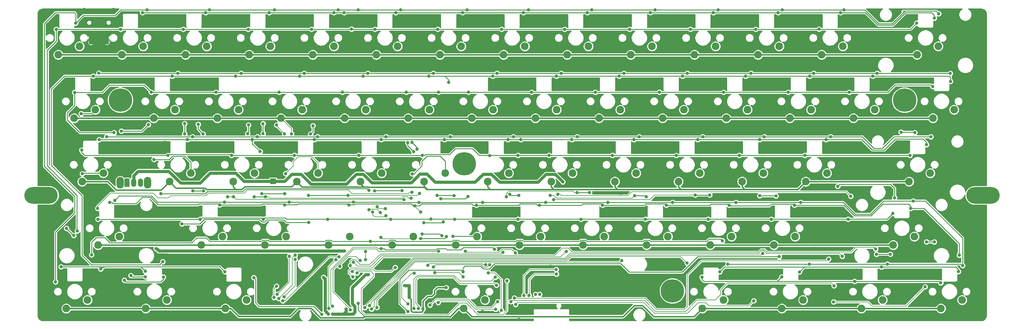
<source format=gbr>
G04 #@! TF.GenerationSoftware,KiCad,Pcbnew,(5.1.0)-1*
G04 #@! TF.CreationDate,2019-11-21T22:17:20+08:00*
G04 #@! TF.ProjectId,keyboard,6b657962-6f61-4726-942e-6b696361645f,B*
G04 #@! TF.SameCoordinates,Original*
G04 #@! TF.FileFunction,Copper,L1,Top*
G04 #@! TF.FilePolarity,Positive*
%FSLAX46Y46*%
G04 Gerber Fmt 4.6, Leading zero omitted, Abs format (unit mm)*
G04 Created by KiCad (PCBNEW (5.1.0)-1) date 2019-11-21 22:17:20*
%MOMM*%
%LPD*%
G04 APERTURE LIST*
%ADD10C,2.286000*%
%ADD11O,1.000000X1.600000*%
%ADD12O,1.000000X2.100000*%
%ADD13C,7.001300*%
%ADD14C,7.000240*%
%ADD15O,9.999980X5.001260*%
%ADD16O,1.700000X1.700000*%
%ADD17R,1.700000X1.700000*%
%ADD18O,2.200000X3.500000*%
%ADD19O,1.500000X2.500000*%
%ADD20R,1.500000X2.500000*%
%ADD21C,1.000000*%
%ADD22C,0.889000*%
%ADD23C,0.177800*%
%ADD24C,0.254000*%
%ADD25C,0.406400*%
G04 APERTURE END LIST*
D10*
X315753750Y-152558750D03*
X309403750Y-155098750D03*
X77628750Y-152558750D03*
X71278750Y-155098750D03*
X332422500Y-76360020D03*
X326072500Y-78900020D03*
X325280020Y-133510020D03*
X318930020Y-136050020D03*
X330041250Y-114458750D03*
X323691250Y-116998750D03*
X337185000Y-95408750D03*
X330835000Y-97948750D03*
X339566250Y-152558750D03*
X333216250Y-155098750D03*
X313372500Y-95410020D03*
X307022500Y-97950020D03*
X303847500Y-76360020D03*
X297497500Y-78900020D03*
X291941250Y-152558750D03*
X285591250Y-155098750D03*
X289560000Y-133510020D03*
X283210000Y-136050020D03*
X299085000Y-114460020D03*
X292735000Y-117000020D03*
X294322500Y-95410020D03*
X287972500Y-97950020D03*
X284797500Y-76360020D03*
X278447500Y-78900020D03*
X268128750Y-152558750D03*
X261778750Y-155098750D03*
X270510000Y-133510020D03*
X264160000Y-136050020D03*
X280035000Y-114460020D03*
X273685000Y-117000020D03*
X275272500Y-95410020D03*
X268922500Y-97950020D03*
X265747500Y-76360020D03*
X259397500Y-78900020D03*
X251460000Y-133510020D03*
X245110000Y-136050020D03*
X260985000Y-114460020D03*
X254635000Y-117000020D03*
X256222500Y-95410020D03*
X249872500Y-97950020D03*
X246697500Y-76360020D03*
X240347500Y-78900020D03*
X232410000Y-133510020D03*
X226060000Y-136050020D03*
X241935000Y-114460020D03*
X235585000Y-117000020D03*
X237172500Y-95410020D03*
X230822500Y-97950020D03*
X227647500Y-76360020D03*
X221297500Y-78900020D03*
X213360000Y-133510020D03*
X207010000Y-136050020D03*
X222885000Y-114460020D03*
X216535000Y-117000020D03*
X218122500Y-95410020D03*
X211772500Y-97950020D03*
X208597500Y-76360020D03*
X202247500Y-78900020D03*
X194310000Y-133510020D03*
X187960000Y-136050020D03*
X203835000Y-114460020D03*
X197485000Y-117000020D03*
X199072500Y-95410020D03*
X192722500Y-97950020D03*
X189547500Y-76360020D03*
X183197500Y-78900020D03*
X175260000Y-133510020D03*
X168910000Y-136050020D03*
X184785000Y-114460020D03*
X178435000Y-117000020D03*
X180022500Y-95410020D03*
X173672500Y-97950020D03*
X170497500Y-76360020D03*
X164147500Y-78900020D03*
X196691250Y-152558750D03*
X190341250Y-155098750D03*
X156210000Y-133510020D03*
X149860000Y-136050020D03*
X165735000Y-114460020D03*
X159385000Y-117000020D03*
X160972500Y-95410020D03*
X154622500Y-97950020D03*
X151447500Y-76360020D03*
X145097500Y-78900020D03*
X137160000Y-133510020D03*
X130810000Y-136050020D03*
X146685000Y-114460020D03*
X140335000Y-117000020D03*
X141922500Y-95410020D03*
X135572500Y-97950020D03*
X132397500Y-76360020D03*
X126047500Y-78900020D03*
X125253750Y-152558750D03*
X118903750Y-155098750D03*
X118110000Y-133510020D03*
X111760000Y-136050020D03*
X127635000Y-114460020D03*
X121285000Y-117000020D03*
X122872500Y-95410020D03*
X116522500Y-97950020D03*
X113347500Y-76360020D03*
X106997500Y-78900020D03*
X101441250Y-152558750D03*
X95091250Y-155098750D03*
X108585000Y-114460020D03*
X102235000Y-117000020D03*
X103822500Y-95410020D03*
X97472500Y-97950020D03*
X94297500Y-76358750D03*
X87947500Y-78898750D03*
X87153750Y-133508750D03*
X80803750Y-136048750D03*
X82392520Y-114460020D03*
X76042520Y-117000020D03*
X80010000Y-95410020D03*
X73660000Y-97950020D03*
X75247500Y-76358750D03*
X68897500Y-78898750D03*
D11*
X85358700Y-65617400D03*
X76718700Y-65617400D03*
D12*
X85358700Y-69797400D03*
X76718700Y-69797400D03*
D13*
X87489300Y-92520800D03*
D14*
X190490000Y-111620000D03*
X252789400Y-149820700D03*
X322339900Y-92520800D03*
D15*
X63748900Y-121121200D03*
X345831200Y-121121200D03*
D16*
X133223000Y-114363500D03*
D17*
X133223000Y-116903500D03*
D18*
X95603500Y-117348000D03*
X87403500Y-117348000D03*
D19*
X93503500Y-117348000D03*
X91503500Y-117348000D03*
D20*
X89503500Y-117348000D03*
D21*
X154302460Y-151038560D03*
X153476960Y-150187660D03*
X152387300Y-149072600D03*
X152069800Y-147701000D03*
X178584860Y-148701760D03*
X180086000Y-150218140D03*
X176982120Y-150187660D03*
X179953920Y-147198080D03*
X177027840Y-147198080D03*
X168330880Y-150362920D03*
X169400220Y-153784300D03*
X213045040Y-107114340D03*
X233090720Y-106634280D03*
X224264220Y-107957620D03*
X212910420Y-113987580D03*
X215991440Y-99512120D03*
X99245420Y-68613020D03*
X102692200Y-68651120D03*
X91203780Y-81325720D03*
X95971360Y-81401920D03*
X68186300Y-102019100D03*
X68089780Y-111107220D03*
X63533020Y-97287080D03*
X63505080Y-102250240D03*
X63505080Y-108866940D03*
X65021460Y-115897660D03*
X88237060Y-106248200D03*
X91379040Y-108231940D03*
X88430100Y-112257840D03*
X94495620Y-126984760D03*
X97914460Y-127007620D03*
X100469700Y-129440940D03*
X103484680Y-129506980D03*
X96220280Y-130012440D03*
X97924620Y-132433060D03*
X92877640Y-134376160D03*
X83718400Y-137614660D03*
X88145620Y-137624820D03*
X86072980Y-140708380D03*
X71953120Y-135475980D03*
X74655680Y-140936980D03*
X77307440Y-133136640D03*
X77332840Y-127165100D03*
X65747900Y-126400560D03*
X65549780Y-134274560D03*
X64589660Y-144762220D03*
X64391540Y-155681680D03*
X87917020Y-144365980D03*
X81399380Y-145788380D03*
X83647280Y-151081740D03*
X88379300Y-150319740D03*
X84673440Y-148071840D03*
X103106220Y-140296900D03*
X108404660Y-140500100D03*
X101968300Y-147708620D03*
X104170480Y-144025620D03*
X110622080Y-144515840D03*
X109857540Y-148257260D03*
X107005120Y-147086320D03*
X106786680Y-153065480D03*
X111785400Y-151838660D03*
X113223040Y-139753340D03*
X114129820Y-141147800D03*
X117477540Y-139705080D03*
X122356880Y-139565380D03*
X120081040Y-141122400D03*
X122240040Y-141914880D03*
X115338860Y-145933160D03*
X114802920Y-148513800D03*
X114802920Y-152163780D03*
X118221760Y-148188680D03*
X126400560Y-139961620D03*
X126423420Y-143215360D03*
X128747520Y-139915900D03*
X129585720Y-145516600D03*
X130606800Y-142494000D03*
X134094220Y-139263120D03*
X132605780Y-141587220D03*
X136418320Y-142052040D03*
X134790180Y-145608040D03*
X131025900Y-150070820D03*
X129446020Y-148630640D03*
X129585720Y-152720040D03*
X123822460Y-155508960D03*
X131653280Y-155973780D03*
X136626600Y-155973780D03*
X132666740Y-110520480D03*
X134500620Y-110538260D03*
X132671820Y-112346740D03*
X134503160Y-112361980D03*
X132440680Y-106537760D03*
X132448300Y-108191300D03*
X134272020Y-108191300D03*
X126855220Y-110202980D03*
X231040940Y-67510660D03*
X236037120Y-69700140D03*
X233357420Y-75902820D03*
X235008420Y-73339960D03*
X242719860Y-82214720D03*
X247619520Y-81587340D03*
X251576840Y-80352900D03*
X252064520Y-76553060D03*
X251066300Y-68541900D03*
X271846040Y-68938140D03*
X271411700Y-74721720D03*
X263941560Y-82768440D03*
X283314140Y-81612740D03*
X271701260Y-83202780D03*
X291556440Y-68455540D03*
X291266880Y-74142600D03*
X291122100Y-82864960D03*
X303410620Y-81902300D03*
X301099220Y-77612240D03*
X308521100Y-68552060D03*
X311508140Y-75394820D03*
X322486020Y-68148200D03*
X337174840Y-69997320D03*
X340989920Y-73466960D03*
X344114120Y-76995020D03*
X344459560Y-86075520D03*
X344517980Y-95443040D03*
X344517980Y-107934760D03*
X344345260Y-114990880D03*
X320794380Y-82425540D03*
X315551820Y-88219280D03*
X322122800Y-86697820D03*
X322432680Y-99420680D03*
X313209940Y-100464620D03*
X307030120Y-106928920D03*
X307050440Y-113250980D03*
X315572140Y-113284000D03*
X344342720Y-133672580D03*
X344342720Y-126603760D03*
X344342720Y-142544800D03*
X344342720Y-155559760D03*
X321868800Y-148882100D03*
X321820540Y-152049480D03*
X326014080Y-144152620D03*
X319628520Y-144932400D03*
X327182480Y-139618720D03*
X335031080Y-135183880D03*
X333568040Y-132257800D03*
X337665060Y-126019560D03*
X309925720Y-130114040D03*
X309925720Y-133040120D03*
X309001160Y-119974360D03*
X314530740Y-156992320D03*
X323982080Y-156972000D03*
X290819840Y-156893260D03*
X300827440Y-157043120D03*
X297279060Y-150147020D03*
X296804080Y-144282160D03*
X295925240Y-139679680D03*
X295447720Y-137040620D03*
X296351960Y-133736080D03*
X296329100Y-130550920D03*
X296351960Y-126469140D03*
X296351960Y-121404380D03*
X296351960Y-118694200D03*
X296379900Y-102214680D03*
X289504120Y-106781600D03*
X289217100Y-101417120D03*
X278117300Y-101417120D03*
X268444980Y-101381560D03*
X266357100Y-107243880D03*
X266364720Y-113474500D03*
X266379960Y-121627900D03*
X274431760Y-126819660D03*
X274464780Y-121445020D03*
X274464780Y-133360160D03*
X274533360Y-144216120D03*
X274492720Y-151508460D03*
X274492720Y-156974540D03*
X247538240Y-141894560D03*
X253619000Y-141894560D03*
X246755920Y-145963640D03*
X246755920Y-151180800D03*
X242359180Y-148346160D03*
X226047300Y-144894300D03*
X233238040Y-144934940D03*
X235826300Y-148305520D03*
X234505500Y-100954840D03*
X252996700Y-100657660D03*
X243530120Y-107116880D03*
X252107700Y-107116880D03*
X280855420Y-93311980D03*
X304573940Y-87663020D03*
X331495400Y-81272380D03*
X317355220Y-75415140D03*
X228602540Y-155750260D03*
X231284780Y-155727400D03*
X209824320Y-155999180D03*
X214853520Y-149237700D03*
X217736420Y-149214840D03*
X216326720Y-150982680D03*
X214853520Y-146070320D03*
X216324180Y-142516860D03*
X209918300Y-144912080D03*
X208315560Y-143268700D03*
X205470760Y-143250920D03*
X199196960Y-151917400D03*
X194574160Y-153842720D03*
X195994020Y-156034740D03*
X182178960Y-154950160D03*
X184812940Y-154955240D03*
X183581040Y-156298900D03*
X165788340Y-155917900D03*
X139854940Y-152841960D03*
X143954500Y-152834340D03*
X149019260Y-141975840D03*
X233944160Y-96652080D03*
X214757000Y-96801940D03*
X220888560Y-102232460D03*
X258787900Y-102301040D03*
X255661160Y-131739640D03*
X255709420Y-126138940D03*
X237548420Y-131787900D03*
X237548420Y-125796040D03*
X105176320Y-88661240D03*
X95062040Y-86791800D03*
X84480400Y-86570820D03*
X70451980Y-89227660D03*
X78480920Y-65775840D03*
X83558380Y-65714880D03*
X64350900Y-66591180D03*
X74747120Y-72354440D03*
X65623440Y-75938380D03*
X70723760Y-82235040D03*
X76578460Y-82235040D03*
X73792080Y-103896160D03*
X72872600Y-108630720D03*
X79674720Y-120710960D03*
X98033840Y-106586020D03*
X100723700Y-105244900D03*
X109098080Y-126126240D03*
X105694480Y-125021340D03*
X111218980Y-132669280D03*
X122689620Y-126245620D03*
X120083580Y-73708260D03*
X118828820Y-81686400D03*
X132836920Y-81714340D03*
X139230100Y-75054460D03*
X139141200Y-82819240D03*
X150789640Y-81983580D03*
X159197040Y-75064620D03*
X168945560Y-81196180D03*
X176016920Y-74528680D03*
X176662080Y-82743040D03*
X188188600Y-81968340D03*
X195724780Y-74211180D03*
X196344540Y-83037680D03*
X208320640Y-81488280D03*
X214977980Y-75087480D03*
X215031320Y-83294220D03*
X225663760Y-81953100D03*
X234541060Y-82367120D03*
X242905280Y-94548960D03*
X243987320Y-100949760D03*
X247396000Y-107142280D03*
X247396000Y-112097820D03*
X261487920Y-93411040D03*
X262364220Y-99656900D03*
X310730900Y-81419700D03*
X299684440Y-87871300D03*
X299788580Y-94272100D03*
X301335440Y-99898200D03*
X335094580Y-98348800D03*
X335094580Y-108259880D03*
X328333100Y-117914420D03*
X328353420Y-128559560D03*
X322803520Y-137020300D03*
X228412040Y-106977180D03*
X228412040Y-113792000D03*
X205287880Y-107081320D03*
X203481940Y-111211360D03*
X223095820Y-94950280D03*
X204617320Y-93350080D03*
X203067920Y-100990400D03*
X194757040Y-100939600D03*
X185981340Y-101041200D03*
X185930540Y-93505020D03*
X174470060Y-101041200D03*
X170083480Y-95003620D03*
X167916860Y-92783660D03*
X164767260Y-93609160D03*
X163812220Y-101457760D03*
X157789880Y-101457760D03*
X150261320Y-91521280D03*
X147078700Y-92295980D03*
X147035520Y-99352100D03*
X140754100Y-100210620D03*
X128150620Y-94101920D03*
X135376920Y-105760520D03*
X129537460Y-115382040D03*
X240083340Y-101445060D03*
X223006920Y-88023700D03*
X227736400Y-86819740D03*
X208767680Y-87678260D03*
X204767180Y-88496140D03*
X200593960Y-88496140D03*
X242277900Y-88237060D03*
X261462520Y-88409780D03*
X246664480Y-88280240D03*
X265676380Y-88366600D03*
X276989540Y-88366600D03*
X281465020Y-88366600D03*
X284861000Y-88366600D03*
X215021160Y-68900040D03*
X195709540Y-68244720D03*
X176103280Y-68298060D03*
X160489900Y-69001640D03*
X137939780Y-68648580D03*
X119971820Y-68864480D03*
X77688440Y-100535740D03*
X85069680Y-100215700D03*
X89814400Y-102768400D03*
X100269040Y-102649020D03*
X99875340Y-99778820D03*
X103954580Y-99748340D03*
X121480580Y-99867720D03*
X109931200Y-107485180D03*
X109900720Y-109900720D03*
X152986740Y-105676700D03*
X152986740Y-107863640D03*
X152963880Y-110931960D03*
X152963880Y-115318540D03*
X156672280Y-105737660D03*
X156672280Y-107789980D03*
X165521640Y-110256320D03*
X171589700Y-110355380D03*
X171714160Y-113553240D03*
X171640500Y-106453940D03*
X188711840Y-105747820D03*
X192110360Y-105747820D03*
X232709720Y-120413780D03*
X237327440Y-120548400D03*
X259709920Y-145638520D03*
X261073900Y-148752560D03*
X223931480Y-140324840D03*
X216159080Y-137563860D03*
X206875380Y-158419800D03*
X140888720Y-145265140D03*
X146423380Y-141798040D03*
X114165380Y-106575860D03*
X117939820Y-106575860D03*
X113822480Y-111391700D03*
X116268500Y-111376460D03*
X199356980Y-129824480D03*
X199356980Y-133215380D03*
X203639420Y-133141720D03*
X321068700Y-106954320D03*
X331124560Y-109103160D03*
X251980700Y-82966560D03*
X199293480Y-126474220D03*
X193799460Y-129468880D03*
X203819760Y-125986540D03*
X147914360Y-106723180D03*
X137566400Y-106730800D03*
X157081220Y-68963540D03*
X153469340Y-68953380D03*
X100271580Y-82105500D03*
X166489380Y-147535900D03*
X171335700Y-142273020D03*
X172753020Y-140743940D03*
X171358560Y-140749020D03*
X147180300Y-147073620D03*
X144365980Y-147083780D03*
X136870070Y-110147100D03*
X158521400Y-147269200D03*
X148317400Y-145738400D03*
X148780550Y-152590550D03*
X155084780Y-155290520D03*
X161747300Y-144907100D03*
X149783800Y-156784040D03*
X151020780Y-156784040D03*
X211792820Y-150868380D03*
X213047580Y-150868380D03*
X134239000Y-148412200D03*
X133527800Y-151790400D03*
X95885000Y-99898200D03*
X87782402Y-101828600D03*
X110794800Y-99771200D03*
X112268000Y-102717600D03*
X97536000Y-110363000D03*
X130225804Y-99593400D03*
X130225800Y-102565200D03*
X127457200Y-145821400D03*
X147802600Y-156878020D03*
X136672320Y-120591580D03*
X129834640Y-120619520D03*
X152043817Y-140428722D03*
X149933660Y-155064458D03*
X136982200Y-114579400D03*
X165544500Y-137160000D03*
X199544940Y-137304780D03*
X151036020Y-154416760D03*
X201599800Y-155696920D03*
X197703873Y-144383724D03*
X174899320Y-114675920D03*
X165463220Y-133723380D03*
X156326840Y-155475940D03*
X182756671Y-137947040D03*
X183448960Y-122191780D03*
X191533780Y-121478040D03*
X157073600Y-145643600D03*
X221005400Y-137972800D03*
X237667800Y-140690600D03*
X164313430Y-154797383D03*
X257225800Y-141478000D03*
X162693330Y-155303563D03*
X279857200Y-138564988D03*
X162076312Y-154270602D03*
X160705800Y-154838400D03*
X303657000Y-139446000D03*
X136525000Y-151638000D03*
X139852400Y-140385800D03*
X136093200Y-152806400D03*
X152984200Y-139573002D03*
X136652000Y-102641400D03*
X134264400Y-99999800D03*
X134456310Y-150873261D03*
X138099800Y-139446000D03*
X138734800Y-102641400D03*
X134899400Y-152095200D03*
X139801600Y-139115800D03*
X158706820Y-153543000D03*
X75768200Y-96570800D03*
X76073000Y-114655600D03*
X156362400Y-142214600D03*
X202082400Y-138201400D03*
X157302200Y-141224000D03*
X313690000Y-137261600D03*
X160934400Y-140446011D03*
X160934400Y-137998208D03*
X161950400Y-119608600D03*
X99618798Y-120650000D03*
X159334200Y-140665200D03*
X153188700Y-142469900D03*
X83488700Y-75132100D03*
X83488700Y-73788100D03*
X78588700Y-75185100D03*
X78588700Y-73762700D03*
X143865600Y-129235200D03*
X105918000Y-129692400D03*
X187076080Y-133459220D03*
X68275200Y-71247000D03*
X325947000Y-69418200D03*
X296697400Y-71221600D03*
X277774400Y-71247000D03*
X258216400Y-71247000D03*
X240004600Y-71247000D03*
X220548200Y-71247000D03*
X201676000Y-71247000D03*
X182524400Y-71247000D03*
X163728400Y-71247000D03*
X144729200Y-71247000D03*
X125755400Y-71247000D03*
X106324400Y-71247000D03*
X87553800Y-71247000D03*
X74574400Y-131826000D03*
X167022780Y-127198120D03*
X163060380Y-126111000D03*
X156715460Y-71186040D03*
X331303400Y-67894200D03*
X94107000Y-66243200D03*
X303149000Y-66243200D03*
X284480000Y-66243199D03*
X265099800Y-66243200D03*
X246202200Y-66243200D03*
X227330000Y-66243200D03*
X208178400Y-66243199D03*
X189941200Y-66243199D03*
X169951400Y-66243199D03*
X151434800Y-66243200D03*
X132080000Y-66243199D03*
X113030000Y-66243200D03*
X71323200Y-131038600D03*
X73507600Y-133197600D03*
X165338730Y-126270990D03*
X161894520Y-125498860D03*
X154523440Y-66243199D03*
X332562200Y-66573400D03*
X74103000Y-69367400D03*
X304165000Y-65413000D03*
X285699200Y-65413000D03*
X266522200Y-65413000D03*
X247624600Y-65413000D03*
X228625400Y-65413000D03*
X209677000Y-65413000D03*
X191312800Y-65413000D03*
X171450000Y-65413000D03*
X152679400Y-65413000D03*
X133629400Y-65413000D03*
X114223800Y-65413000D03*
X95478600Y-65413000D03*
X68072000Y-147091400D03*
X166860220Y-125087380D03*
X164363932Y-124526799D03*
X158727140Y-65413000D03*
X69697600Y-142595600D03*
X94959400Y-143941800D03*
X118784600Y-144043400D03*
X81584800Y-143256000D03*
X78867000Y-138988800D03*
X267792200Y-134772400D03*
X162359710Y-134983221D03*
X175470820Y-144485360D03*
X173612289Y-153748740D03*
X73761600Y-90195400D03*
X330722200Y-88417400D03*
X305765200Y-90170000D03*
X287477200Y-90170000D03*
X268122400Y-90170000D03*
X248920000Y-90144600D03*
X229717600Y-90170000D03*
X210642200Y-90170000D03*
X191737148Y-90144600D03*
X173126400Y-90170000D03*
X154000200Y-90170000D03*
X135051800Y-90170000D03*
X116103400Y-90170000D03*
X96748600Y-90170000D03*
X85598000Y-102285800D03*
X94959400Y-145592800D03*
X90609790Y-145211800D03*
X178366420Y-129354580D03*
X184175400Y-129131060D03*
X173548040Y-105346500D03*
X175346360Y-108033820D03*
X182806340Y-90121740D03*
X79349600Y-85293200D03*
X336078600Y-86918800D03*
X312826400Y-85336000D03*
X293928800Y-85336000D03*
X274751800Y-85336000D03*
X255828800Y-85336000D03*
X236880400Y-85336000D03*
X218084400Y-85336000D03*
X199009000Y-85336000D03*
X179908200Y-85336000D03*
X160147000Y-85336000D03*
X141224000Y-85336000D03*
X121996200Y-85336000D03*
X103022400Y-85336000D03*
X100177600Y-141046200D03*
X177419000Y-134081520D03*
X185122820Y-133540500D03*
X185773060Y-87155020D03*
X336042000Y-84505800D03*
X81026000Y-84429600D03*
X314121800Y-84463000D03*
X295097200Y-84463000D03*
X276352000Y-84463000D03*
X257276600Y-84463000D03*
X238328200Y-84463000D03*
X219532200Y-84463000D03*
X200279000Y-84463000D03*
X181203600Y-84463000D03*
X161594800Y-84463000D03*
X142570200Y-84463000D03*
X123647200Y-84463000D03*
X104673400Y-84463000D03*
X88671400Y-146608800D03*
X100355400Y-145669000D03*
X177863880Y-132704840D03*
X183756300Y-133235700D03*
X174829648Y-105218141D03*
X176361940Y-107271754D03*
X323951600Y-109118400D03*
X75909400Y-107543600D03*
X101727000Y-109143800D03*
X292506400Y-109118400D03*
X272846800Y-109118400D03*
X253974600Y-109143800D03*
X234873800Y-109118400D03*
X215849200Y-109118400D03*
X177927000Y-109118400D03*
X158851600Y-109118400D03*
X139623800Y-109118400D03*
X120751600Y-109118400D03*
X206578200Y-109118400D03*
X190158600Y-145618200D03*
X181699514Y-144366350D03*
X198092314Y-109224915D03*
X81153000Y-104368600D03*
X328915800Y-105918000D03*
X107569000Y-104378001D03*
X298831000Y-104378001D03*
X278968200Y-104378001D03*
X260400800Y-104378001D03*
X241300000Y-104378001D03*
X222681800Y-104378001D03*
X203555600Y-104378001D03*
X184556400Y-104378001D03*
X165582600Y-104378001D03*
X127000000Y-104378001D03*
X145592800Y-104378011D03*
X129336800Y-107950000D03*
X207416400Y-104378001D03*
X179552600Y-142163800D03*
X196875400Y-141960600D03*
X330225400Y-103530400D03*
X83362800Y-103538400D03*
X109093000Y-103538400D03*
X300202600Y-103530400D03*
X280339800Y-103538400D03*
X261899400Y-103538400D03*
X242900200Y-103538400D03*
X224307400Y-103538400D03*
X205181200Y-103538400D03*
X186334400Y-103538400D03*
X167055800Y-103530400D03*
X128524000Y-103538400D03*
X146558000Y-103530404D03*
X181228896Y-142676500D03*
X198111133Y-141928873D03*
X80772000Y-128295400D03*
X318784200Y-126593600D03*
X282397200Y-128295400D03*
X263525000Y-128295400D03*
X244754400Y-128295400D03*
X225450400Y-128295400D03*
X206552800Y-128295400D03*
X187604400Y-128295400D03*
X168478200Y-128295400D03*
X149580600Y-128295400D03*
X130251200Y-128295400D03*
X111429800Y-128295400D03*
X333171800Y-147421600D03*
X285510200Y-145643600D03*
X261634200Y-145694400D03*
X305409600Y-128295400D03*
X307355240Y-146972020D03*
X180453930Y-128270000D03*
X324140600Y-125069600D03*
X315442600Y-142646400D03*
X338466200Y-144018000D03*
X290866600Y-144145000D03*
X266990600Y-144094200D03*
X338709000Y-139090400D03*
X84256798Y-123267738D03*
X269824200Y-124064537D03*
X194106800Y-124064537D03*
X289356800Y-124064537D03*
X250977400Y-124064537D03*
X213029800Y-124064537D03*
X231876600Y-124064537D03*
X175666400Y-124282200D03*
X177393600Y-126111000D03*
X155956000Y-123994810D03*
X117221000Y-123994810D03*
X136728200Y-123994810D03*
X324916800Y-122834400D03*
X317220600Y-141757400D03*
X339725000Y-142214704D03*
X293878000Y-141782800D03*
X269417800Y-141816200D03*
X85801200Y-122631200D03*
X138049000Y-123140622D03*
X157251400Y-123140622D03*
X176885600Y-123291600D03*
X195979927Y-123234327D03*
X214852127Y-123234327D03*
X233508673Y-123234327D03*
X252838073Y-123234327D03*
X271837275Y-123234327D03*
X291192071Y-123234327D03*
X118668800Y-123164600D03*
X190158600Y-144096748D03*
X284797500Y-139550140D03*
X173578520Y-156052520D03*
X331241400Y-135128000D03*
X328904600Y-135102600D03*
X318084200Y-138811000D03*
X313893200Y-138836400D03*
X218500960Y-120804940D03*
X306224940Y-121391680D03*
X175425100Y-155050766D03*
X199768460Y-145735040D03*
X321284600Y-102133400D03*
X325399400Y-102285800D03*
X200113900Y-148109940D03*
X299567600Y-140276580D03*
X301083980Y-153128980D03*
X328493120Y-148590000D03*
X176766220Y-155087320D03*
X205484155Y-151927930D03*
X302310800Y-118465600D03*
X319354200Y-121869200D03*
X200477120Y-153045160D03*
X204416660Y-153050240D03*
X301226220Y-148277580D03*
X180187599Y-154076401D03*
X278942800Y-121259600D03*
X283819600Y-121310400D03*
X199892920Y-155379420D03*
X205844140Y-153906220D03*
X277177500Y-152768300D03*
X182656480Y-153327102D03*
X259638800Y-121031000D03*
X263982200Y-121031000D03*
X217256360Y-122392070D03*
X241528600Y-121183400D03*
X244957600Y-121589800D03*
X216197180Y-121107199D03*
X203065380Y-121574560D03*
X227985320Y-120315089D03*
X224235526Y-120315089D03*
X206832200Y-121132600D03*
X190804800Y-137871200D03*
X205755240Y-138371580D03*
X204106780Y-120782080D03*
X182321200Y-121132600D03*
X187452000Y-121183400D03*
X171881798Y-119735600D03*
X163593780Y-119791480D03*
X145161000Y-100203000D03*
X144449800Y-102717601D03*
X177088800Y-120573800D03*
X143789400Y-121107200D03*
X155702000Y-121132600D03*
X125831600Y-99999800D03*
X125603000Y-102590600D03*
X127533400Y-121556410D03*
X130962400Y-121556410D03*
X174574200Y-122000910D03*
X106730800Y-99568000D03*
X106730800Y-102692200D03*
X119634000Y-121589800D03*
X121404000Y-121556410D03*
X172440600Y-122404043D03*
X109220000Y-119819790D03*
X112369600Y-119819790D03*
X174802800Y-120243600D03*
X80670400Y-125044200D03*
X218005660Y-143408400D03*
X208307940Y-151216360D03*
X218081860Y-144797780D03*
X209895440Y-151226520D03*
X156945490Y-144033988D03*
X169799000Y-142773400D03*
X203276200Y-146786600D03*
X158369000Y-144424400D03*
X219989400Y-117068600D03*
X101066600Y-137795000D03*
X99034600Y-137769600D03*
X98158300Y-137121900D03*
X154533600Y-137845800D03*
X185069297Y-148848897D03*
X153187502Y-137819977D03*
X172593000Y-148234400D03*
X173990000Y-151815800D03*
X173990000Y-150774400D03*
X178111669Y-155137400D03*
X173964600Y-148244919D03*
D22*
X169400220Y-151432260D02*
X169400220Y-153784300D01*
X168330880Y-150362920D02*
X169400220Y-151432260D01*
X160883500Y-144907100D02*
X158521400Y-147269200D01*
X161747300Y-144907100D02*
X160883500Y-144907100D01*
X148780550Y-155780790D02*
X148780550Y-152590550D01*
X149783800Y-156784040D02*
X148780550Y-155780790D01*
X154298366Y-156784040D02*
X153799540Y-156784040D01*
X155084780Y-155997626D02*
X154298366Y-156784040D01*
X155084780Y-155290520D02*
X155084780Y-155997626D01*
X157734000Y-156232860D02*
X157182820Y-156784040D01*
X157297120Y-148493480D02*
X157297120Y-148516340D01*
X158521400Y-147269200D02*
X157297120Y-148493480D01*
X156921200Y-148892260D02*
X156921200Y-153657300D01*
X157297120Y-148516340D02*
X156921200Y-148892260D01*
X156921200Y-153657300D02*
X157734000Y-154470100D01*
X157182820Y-156784040D02*
X153799540Y-156784040D01*
X157734000Y-154470100D02*
X157734000Y-156232860D01*
X148775420Y-152585420D02*
X148780550Y-152590550D01*
X148317400Y-145738400D02*
X148775420Y-146196420D01*
X148775420Y-146196420D02*
X148775420Y-152585420D01*
X153799540Y-156784040D02*
X151020780Y-156784040D01*
D23*
X134239000Y-148412200D02*
X133527800Y-149123400D01*
X133527800Y-151083294D02*
X133527800Y-151790400D01*
X133527800Y-149123400D02*
X133527800Y-151083294D01*
D24*
X93954600Y-101828600D02*
X88489508Y-101828600D01*
X88489508Y-101828600D02*
X87782402Y-101828600D01*
X95885000Y-99898200D02*
X93954600Y-101828600D01*
X110794800Y-101244400D02*
X111768001Y-102217601D01*
X111768001Y-102217601D02*
X112268000Y-102717600D01*
X110794800Y-99771200D02*
X110794800Y-101244400D01*
X97536000Y-110363000D02*
X102057200Y-110363000D01*
X102057200Y-110363000D02*
X103073200Y-109347000D01*
X103073200Y-109347000D02*
X106756200Y-109347000D01*
X108585000Y-111175800D02*
X108585000Y-114460020D01*
X106756200Y-109347000D02*
X108585000Y-111175800D01*
X130225804Y-99593400D02*
X130225804Y-102565196D01*
X130225804Y-102565196D02*
X130225800Y-102565200D01*
X127457200Y-145821400D02*
X127957199Y-146321399D01*
X127957199Y-146321399D02*
X127957199Y-153433399D01*
X145432780Y-154508200D02*
X147302601Y-156378021D01*
X129032000Y-154508200D02*
X145432780Y-154508200D01*
X147302601Y-156378021D02*
X147802600Y-156878020D01*
X127957199Y-153433399D02*
X129032000Y-154508200D01*
X136672320Y-120591580D02*
X129862580Y-120591580D01*
X129862580Y-120591580D02*
X129834640Y-120619520D01*
D23*
X149933660Y-154357352D02*
X149933660Y-155064458D01*
X149933660Y-142538879D02*
X149933660Y-154357352D01*
X152043817Y-140428722D02*
X149933660Y-142538879D01*
X137261600Y-114300000D02*
X136982200Y-114579400D01*
X139242800Y-111048800D02*
X140728689Y-109562911D01*
X136982200Y-114579400D02*
X139242800Y-112318800D01*
X139242800Y-112318800D02*
X139242800Y-111048800D01*
X140728689Y-109562911D02*
X144843511Y-109562911D01*
X144843511Y-109562911D02*
X146685000Y-111404400D01*
X146685000Y-111404400D02*
X146685000Y-112843574D01*
X146685000Y-112843574D02*
X146685000Y-114460020D01*
X165544500Y-137160000D02*
X164668200Y-137160000D01*
X164668200Y-137160000D02*
X164261800Y-136753600D01*
X150536021Y-153916761D02*
X151036020Y-154416760D01*
X150536021Y-143463549D02*
X150536021Y-153916761D01*
X164261800Y-136753600D02*
X157245970Y-136753600D01*
X157245970Y-136753600D02*
X150536021Y-143463549D01*
D24*
X166860221Y-137523221D02*
X181951790Y-137523221D01*
X189517679Y-137523221D02*
X190236119Y-136804781D01*
X185351421Y-137523221D02*
X189517679Y-137523221D01*
X190236119Y-136804781D02*
X199044941Y-136804781D01*
X166497000Y-137160000D02*
X166860221Y-137523221D01*
X182358173Y-137116838D02*
X184945038Y-137116838D01*
X181951790Y-137523221D02*
X182358173Y-137116838D01*
X165544500Y-137160000D02*
X166497000Y-137160000D01*
X199044941Y-136804781D02*
X199544940Y-137304780D01*
X184945038Y-137116838D02*
X185351421Y-137523221D01*
D23*
X198410979Y-144383724D02*
X197703873Y-144383724D01*
X199589456Y-144383724D02*
X198410979Y-144383724D01*
X201599800Y-155696920D02*
X201599800Y-146394068D01*
X201599800Y-146394068D02*
X199589456Y-144383724D01*
D24*
X184785000Y-112843574D02*
X184785000Y-114460020D01*
X184785000Y-110888780D02*
X184785000Y-112843574D01*
X175374300Y-114675920D02*
X177779680Y-112270540D01*
X174899320Y-114675920D02*
X175374300Y-114675920D01*
X177779680Y-112270540D02*
X177779680Y-110906560D01*
X177779680Y-110906560D02*
X179316380Y-109369860D01*
X179316380Y-109369860D02*
X183266080Y-109369860D01*
X183266080Y-109369860D02*
X184785000Y-110888780D01*
D23*
X174612311Y-134157709D02*
X175260000Y-133510020D01*
X165463220Y-133723380D02*
X165897549Y-134157709D01*
X165897549Y-134157709D02*
X174612311Y-134157709D01*
X151155400Y-150136860D02*
X151155400Y-143383000D01*
X157332293Y-137206107D02*
X164053907Y-137206107D01*
X156608780Y-155590240D02*
X151155400Y-150136860D01*
X151155400Y-143383000D02*
X157332293Y-137206107D01*
X164053907Y-137206107D02*
X164799901Y-137952101D01*
X164799901Y-137952101D02*
X182044504Y-137952101D01*
X182044504Y-137952101D02*
X182049565Y-137947040D01*
X182049565Y-137947040D02*
X182756671Y-137947040D01*
D24*
X183448960Y-122191780D02*
X190847980Y-122191780D01*
X190847980Y-122191780D02*
X191533780Y-121505980D01*
X191533780Y-121505980D02*
X191533780Y-121478040D01*
D23*
X197099647Y-139612727D02*
X199122619Y-139612727D01*
X155956000Y-144526000D02*
X155956000Y-143687800D01*
X166222345Y-139619055D02*
X197093319Y-139619055D01*
X199128947Y-139619055D02*
X219359145Y-139619055D01*
X219359145Y-139619055D02*
X220505401Y-138472799D01*
X157073600Y-145643600D02*
X155956000Y-144526000D01*
X220505401Y-138472799D02*
X221005400Y-137972800D01*
X156667200Y-142976600D02*
X162864800Y-142976600D01*
X199122619Y-139612727D02*
X199128947Y-139619055D01*
X162864800Y-142976600D02*
X166222345Y-139619055D01*
X197093319Y-139619055D02*
X197099647Y-139612727D01*
X155956000Y-143687800D02*
X156667200Y-142976600D01*
X164313430Y-154090277D02*
X164313430Y-154797383D01*
X237667800Y-140690600D02*
X237167801Y-141190599D01*
X237167801Y-141190599D02*
X198545171Y-141190599D01*
X175700091Y-141143099D02*
X164313430Y-152529760D01*
X164313430Y-152529760D02*
X164313430Y-154090277D01*
X197724595Y-141143099D02*
X175700091Y-141143099D01*
X197730923Y-141136771D02*
X197724595Y-141143099D01*
X198545171Y-141190599D02*
X198491343Y-141136771D01*
X198491343Y-141136771D02*
X197730923Y-141136771D01*
X197573104Y-140755760D02*
X197566776Y-140762088D01*
X198649162Y-140755760D02*
X197573104Y-140755760D01*
X257225800Y-141478000D02*
X255230619Y-139482819D01*
X175542272Y-140762088D02*
X163581080Y-152723280D01*
X197566776Y-140762088D02*
X175542272Y-140762088D01*
X198655490Y-140762088D02*
X198649162Y-140755760D01*
X163581080Y-152723280D02*
X163581080Y-154415813D01*
X163581080Y-154415813D02*
X163193329Y-154803564D01*
X163193329Y-154803564D02*
X162693330Y-155303563D01*
X221086312Y-140762088D02*
X198655490Y-140762088D01*
X255230619Y-139482819D02*
X222365581Y-139482819D01*
X222365581Y-139482819D02*
X221086312Y-140762088D01*
X198813309Y-140381077D02*
X198806981Y-140374749D01*
X279857200Y-138564988D02*
X279357201Y-139064987D01*
X198806981Y-140374749D02*
X197415285Y-140374749D01*
X162576311Y-153189219D02*
X162576311Y-153770603D01*
X197408957Y-140381077D02*
X175384453Y-140381077D01*
X197415285Y-140374749D02*
X197408957Y-140381077D01*
X222244583Y-139064987D02*
X220928493Y-140381077D01*
X220928493Y-140381077D02*
X198813309Y-140381077D01*
X162576311Y-153770603D02*
X162076312Y-154270602D01*
X175384453Y-140381077D02*
X162576311Y-153189219D01*
X279357201Y-139064987D02*
X222244583Y-139064987D01*
X280996503Y-138582779D02*
X302793779Y-138582779D01*
X280186610Y-137772886D02*
X280996503Y-138582779D01*
X222148400Y-138582400D02*
X278667476Y-138582400D01*
X220730734Y-140000066D02*
X222148400Y-138582400D01*
X198964800Y-139993738D02*
X198971128Y-140000066D01*
X197251138Y-140000066D02*
X197257466Y-139993738D01*
X175226634Y-140000066D02*
X197251138Y-140000066D01*
X279476990Y-137772886D02*
X280186610Y-137772886D01*
X160705800Y-154838400D02*
X161205799Y-154338401D01*
X303157001Y-138946001D02*
X303657000Y-139446000D01*
X302793779Y-138582779D02*
X303157001Y-138946001D01*
X161205799Y-154338401D02*
X161205799Y-154020901D01*
X161205799Y-154020901D02*
X175226634Y-140000066D01*
X197257466Y-139993738D02*
X198964800Y-139993738D01*
X278667476Y-138582400D02*
X279476990Y-137772886D01*
X198971128Y-140000066D02*
X220730734Y-140000066D01*
D25*
X292736270Y-116998750D02*
X292735000Y-117000020D01*
X323691250Y-116998750D02*
X292736270Y-116998750D01*
X122048534Y-119380000D02*
X123875800Y-119380000D01*
X121285000Y-118616466D02*
X122048534Y-119380000D01*
X121285000Y-117000020D02*
X121285000Y-118616466D01*
X102227380Y-116992400D02*
X102235000Y-117000020D01*
X102227380Y-117025420D02*
X102227380Y-116992400D01*
X99748390Y-119504410D02*
X102227380Y-117025420D01*
X86205010Y-119504410D02*
X99748390Y-119504410D01*
X76042520Y-117000020D02*
X83700620Y-117000020D01*
X83700620Y-117000020D02*
X86205010Y-119504410D01*
X140335000Y-117017800D02*
X140335000Y-117000020D01*
X290380420Y-119354600D02*
X292735000Y-117000020D01*
X274423134Y-119354600D02*
X274472400Y-119354600D01*
X273685000Y-118616466D02*
X274423134Y-119354600D01*
X273685000Y-117000020D02*
X273685000Y-118616466D01*
X274472400Y-119354600D02*
X290380420Y-119354600D01*
X255373134Y-119354600D02*
X255930400Y-119354600D01*
X254635000Y-118616466D02*
X255373134Y-119354600D01*
X254635000Y-117000020D02*
X254635000Y-118616466D01*
X255930400Y-119354600D02*
X274472400Y-119354600D01*
X236323134Y-119354600D02*
X236728000Y-119354600D01*
X235585000Y-118616466D02*
X236323134Y-119354600D01*
X235585000Y-117000020D02*
X235585000Y-118616466D01*
X236728000Y-119354600D02*
X255930400Y-119354600D01*
X217273134Y-119354600D02*
X218236800Y-119354600D01*
X216535000Y-118616466D02*
X217273134Y-119354600D01*
X216535000Y-117000020D02*
X216535000Y-118616466D01*
X218236800Y-119354600D02*
X236728000Y-119354600D01*
X198223134Y-119354600D02*
X199313800Y-119354600D01*
X197485000Y-118616466D02*
X198223134Y-119354600D01*
X197485000Y-117000020D02*
X197485000Y-118616466D01*
X199313800Y-119354600D02*
X218236800Y-119354600D01*
X179173134Y-119354600D02*
X179425600Y-119354600D01*
X178435000Y-118616466D02*
X179173134Y-119354600D01*
X178435000Y-117000020D02*
X178435000Y-118616466D01*
X179425600Y-119354600D02*
X199313800Y-119354600D01*
D23*
X139852400Y-141092906D02*
X139852400Y-140385800D01*
X136525000Y-151638000D02*
X139852400Y-148310600D01*
X139852400Y-148310600D02*
X139852400Y-141092906D01*
D25*
X160299400Y-118567200D02*
X161467800Y-118567200D01*
X159385000Y-117000020D02*
X159385000Y-117652800D01*
X159385000Y-117652800D02*
X160299400Y-118567200D01*
X141884400Y-118567200D02*
X161467800Y-118567200D01*
X140335000Y-117017800D02*
X141884400Y-118567200D01*
X104148368Y-118913388D02*
X112804674Y-118913388D01*
X113271286Y-119380000D02*
X123875800Y-119380000D01*
X112804674Y-118913388D02*
X113271286Y-119380000D01*
X102235000Y-117000020D02*
X104148368Y-118913388D01*
X138864340Y-118488460D02*
X140335000Y-117017800D01*
X123875800Y-119380000D02*
X124767340Y-118488460D01*
X124767340Y-118488460D02*
X138864340Y-118488460D01*
X161467800Y-118567200D02*
X161663357Y-118567200D01*
X178773198Y-118702198D02*
X179425600Y-119354600D01*
X161798355Y-118702198D02*
X178773198Y-118702198D01*
X161663357Y-118567200D02*
X161798355Y-118702198D01*
X139947650Y-136048750D02*
X147453350Y-136048750D01*
X80803750Y-136048750D02*
X139947650Y-136048750D01*
X147453350Y-136048750D02*
X318928750Y-136048750D01*
X318928750Y-136048750D02*
X318930020Y-136050020D01*
D23*
X136800306Y-152806400D02*
X150033704Y-139573002D01*
X152277094Y-139573002D02*
X152984200Y-139573002D01*
X150033704Y-139573002D02*
X152277094Y-139573002D01*
X136093200Y-152806400D02*
X136800306Y-152806400D01*
D25*
X68897500Y-78898750D02*
X87947500Y-78898750D01*
X326071230Y-78898750D02*
X326072500Y-78900020D01*
X87947500Y-78898750D02*
X326071230Y-78898750D01*
D23*
X136652000Y-102641400D02*
X134264400Y-100253800D01*
X134264400Y-100253800D02*
X134264400Y-99999800D01*
X134456310Y-150873261D02*
X138099800Y-147229771D01*
X138099800Y-140153106D02*
X138099800Y-139446000D01*
X138099800Y-147229771D02*
X138099800Y-140153106D01*
D25*
X330833730Y-97950020D02*
X330835000Y-97948750D01*
X73660000Y-97950020D02*
X330833730Y-97950020D01*
D23*
X138734800Y-101112320D02*
X135572500Y-97950020D01*
X138734800Y-102641400D02*
X138734800Y-101112320D01*
X134899400Y-152095200D02*
X138958699Y-148035901D01*
X138958699Y-148035901D02*
X138958699Y-139958701D01*
X138958699Y-139958701D02*
X139301601Y-139615799D01*
X139301601Y-139615799D02*
X139801600Y-139115800D01*
D25*
X71278750Y-155098750D02*
X118903750Y-155098750D01*
X331599804Y-155098750D02*
X261778750Y-155098750D01*
X333216250Y-155098750D02*
X331599804Y-155098750D01*
X186292754Y-157530800D02*
X188724804Y-155098750D01*
X188724804Y-155098750D02*
X190341250Y-155098750D01*
X160619440Y-157530800D02*
X186292754Y-157530800D01*
X160296860Y-157853380D02*
X160619440Y-157530800D01*
X147413980Y-157853380D02*
X160296860Y-157853380D01*
X120520196Y-155098750D02*
X122901446Y-157480000D01*
X118903750Y-155098750D02*
X120520196Y-155098750D01*
X122901446Y-157480000D02*
X138379200Y-157480000D01*
X138379200Y-157480000D02*
X140784581Y-155074619D01*
X140784581Y-155074619D02*
X144635219Y-155074619D01*
X144635219Y-155074619D02*
X147413980Y-157853380D01*
D24*
X158706820Y-154250106D02*
X158706820Y-153543000D01*
X158706820Y-155618180D02*
X158706820Y-154250106D01*
X160619440Y-157530800D02*
X158706820Y-155618180D01*
D25*
X192788540Y-157546040D02*
X190341250Y-155098750D01*
X238056420Y-157546040D02*
X192788540Y-157546040D01*
X261760970Y-155098750D02*
X259290820Y-157568900D01*
X261778750Y-155098750D02*
X261760970Y-155098750D01*
X259290820Y-157568900D02*
X247233440Y-157568900D01*
X247233440Y-157568900D02*
X243893340Y-154228800D01*
X243893340Y-154228800D02*
X241373660Y-154228800D01*
X241373660Y-154228800D02*
X238056420Y-157546040D01*
D24*
X78849220Y-96570800D02*
X80010000Y-95410020D01*
X75768200Y-96570800D02*
X78849220Y-96570800D01*
X82392520Y-114460020D02*
X76268580Y-114460020D01*
X76268580Y-114460020D02*
X76073000Y-114655600D01*
D23*
X159258000Y-141909800D02*
X162204400Y-141909800D01*
X201544296Y-138739504D02*
X201582401Y-138701399D01*
X162204400Y-141909800D02*
X165374699Y-138739501D01*
X157759400Y-140411200D02*
X159258000Y-141909800D01*
X190445286Y-138734800D02*
X190449990Y-138739504D01*
X184886600Y-138734800D02*
X190445286Y-138734800D01*
X201582401Y-138701399D02*
X202082400Y-138201400D01*
X184881899Y-138739501D02*
X184886600Y-138734800D01*
X165374699Y-138739501D02*
X184881899Y-138739501D01*
X156362400Y-140991490D02*
X156942690Y-140411200D01*
X190449990Y-138739504D02*
X201544296Y-138739504D01*
X156942690Y-140411200D02*
X157759400Y-140411200D01*
X156362400Y-142214600D02*
X156362400Y-140991490D01*
X165735000Y-139192000D02*
X217601800Y-139192000D01*
X217601800Y-139192000D02*
X219811600Y-136982200D01*
X313190001Y-136761601D02*
X313690000Y-137261600D01*
X281153954Y-138150600D02*
X306374800Y-138150600D01*
X162560000Y-142367000D02*
X165735000Y-139192000D01*
X306374800Y-138150600D02*
X307763799Y-136761601D01*
X157302200Y-141224000D02*
X158445200Y-142367000D01*
X279319171Y-137391875D02*
X280395229Y-137391875D01*
X221615000Y-136982200D02*
X222783400Y-138150600D01*
X219811600Y-136982200D02*
X221615000Y-136982200D01*
X158445200Y-142367000D02*
X162560000Y-142367000D01*
X278560446Y-138150600D02*
X279319171Y-137391875D01*
X307763799Y-136761601D02*
X313190001Y-136761601D01*
X280395229Y-137391875D02*
X281153954Y-138150600D01*
X222783400Y-138150600D02*
X278560446Y-138150600D01*
X160934400Y-140446011D02*
X160934400Y-137998208D01*
D24*
X161450401Y-119108601D02*
X125008259Y-119108601D01*
X100325904Y-120650000D02*
X99618798Y-120650000D01*
X124127260Y-119989600D02*
X113563400Y-119989600D01*
X113563400Y-119989600D02*
X112903000Y-120650000D01*
X125008259Y-119108601D02*
X124127260Y-119989600D01*
X112903000Y-120650000D02*
X100325904Y-120650000D01*
X161950400Y-119608600D02*
X161450401Y-119108601D01*
D23*
X153136600Y-142011400D02*
X153136600Y-142417800D01*
X155676600Y-139471400D02*
X153136600Y-142011400D01*
X159334200Y-140665200D02*
X158140400Y-139471400D01*
X158140400Y-139471400D02*
X155676600Y-139471400D01*
X153136600Y-142417800D02*
X153188700Y-142469900D01*
D24*
X112649000Y-128371600D02*
X111328200Y-129692400D01*
X143865600Y-129235200D02*
X137210800Y-129235200D01*
X137210800Y-129235200D02*
X136448800Y-128473200D01*
X130690999Y-129125601D02*
X129852703Y-129125601D01*
X111328200Y-129692400D02*
X106625106Y-129692400D01*
X106625106Y-129692400D02*
X105918000Y-129692400D01*
X129098702Y-128371600D02*
X112649000Y-128371600D01*
X129852703Y-129125601D02*
X129098702Y-128371600D01*
X131343400Y-128473200D02*
X130690999Y-129125601D01*
X136448800Y-128473200D02*
X131343400Y-128473200D01*
X194259200Y-133459220D02*
X194310000Y-133510020D01*
X187076080Y-133459220D02*
X194259200Y-133459220D01*
X68275200Y-71247000D02*
X324118200Y-71247000D01*
X324118200Y-71247000D02*
X325947000Y-69418200D01*
X74498200Y-131749800D02*
X74574400Y-131826000D01*
X74498200Y-121107200D02*
X74498200Y-131749800D01*
X65582800Y-112191800D02*
X74498200Y-121107200D01*
X65582800Y-77520800D02*
X65582800Y-112191800D01*
X68275200Y-71247000D02*
X68275200Y-74828400D01*
X68275200Y-74828400D02*
X65582800Y-77520800D01*
D23*
X163060380Y-126972060D02*
X163060380Y-126111000D01*
X163700460Y-127612140D02*
X163060380Y-126972060D01*
X167022780Y-127198120D02*
X166608760Y-127612140D01*
X166608760Y-127612140D02*
X163700460Y-127612140D01*
D24*
X331303400Y-67187094D02*
X331303400Y-67894200D01*
X331303400Y-67151895D02*
X331303400Y-67187094D01*
X310591200Y-66243200D02*
X314375800Y-70027800D01*
X94107000Y-66243200D02*
X310591200Y-66243200D01*
X314375800Y-70027800D02*
X318869104Y-70027800D01*
X318869104Y-70027800D02*
X322653704Y-66243200D01*
X322653704Y-66243200D02*
X330394705Y-66243200D01*
X330394705Y-66243200D02*
X331303400Y-67151895D01*
X71323200Y-131038600D02*
X73482200Y-133197600D01*
X73482200Y-133197600D02*
X73507600Y-133197600D01*
D23*
X162074481Y-125318899D02*
X161894520Y-125498860D01*
X165338730Y-126270990D02*
X164386639Y-125318899D01*
X164386639Y-125318899D02*
X162074481Y-125318899D01*
D24*
X322529190Y-65785990D02*
X321821338Y-65785990D01*
X85902800Y-67081400D02*
X76389000Y-67081400D01*
X322464321Y-65785991D02*
X318679722Y-69570590D01*
X322529190Y-65785990D02*
X322464321Y-65785991D01*
X318679722Y-69570590D02*
X314565182Y-69570590D01*
X314565182Y-69570590D02*
X310407591Y-65412999D01*
X76389000Y-67081400D02*
X74103000Y-69367400D01*
X310407591Y-65412999D02*
X87571201Y-65412999D01*
X87571201Y-65412999D02*
X85902800Y-67081400D01*
X330584087Y-65785990D02*
X322529190Y-65785990D01*
X332562200Y-66573400D02*
X331774790Y-65785990D01*
X331774790Y-65785990D02*
X330584087Y-65785990D01*
X68072000Y-132105400D02*
X68072000Y-146384294D01*
X73812400Y-121513600D02*
X73812400Y-126365000D01*
X68072000Y-146384294D02*
X68072000Y-147091400D01*
X74103000Y-66610000D02*
X73736200Y-66243200D01*
X74103000Y-69367400D02*
X74103000Y-66610000D01*
X73812400Y-126365000D02*
X68072000Y-132105400D01*
X73736200Y-66243200D02*
X68021200Y-66243200D01*
X68021200Y-66243200D02*
X64719200Y-69545200D01*
X64719200Y-69545200D02*
X64719200Y-112420400D01*
X64719200Y-112420400D02*
X73812400Y-121513600D01*
D23*
X166860220Y-125087380D02*
X164924513Y-125087380D01*
X164924513Y-125087380D02*
X164363932Y-124526799D01*
D24*
X93613200Y-142595600D02*
X94959400Y-143941800D01*
X93613200Y-142595600D02*
X117336800Y-142595600D01*
X117336800Y-142595600D02*
X118784600Y-144043400D01*
D23*
X82753200Y-142595600D02*
X82245200Y-142595600D01*
D24*
X82753200Y-142595600D02*
X93613200Y-142595600D01*
X69697600Y-142595600D02*
X82753200Y-142595600D01*
X82592799Y-142756001D02*
X82753200Y-142595600D01*
X82084799Y-142756001D02*
X82592799Y-142756001D01*
X81584800Y-143256000D02*
X82084799Y-142756001D01*
X170009821Y-134983221D02*
X169603419Y-134576819D01*
X245879619Y-134576819D02*
X244402863Y-134576819D01*
X206302863Y-134576819D02*
X205896461Y-134983221D01*
X167796461Y-134983221D02*
X163066816Y-134983221D01*
X207779619Y-134576819D02*
X206302863Y-134576819D01*
X186846461Y-134983221D02*
X170009821Y-134983221D01*
X168202863Y-134576819D02*
X167796461Y-134983221D01*
X187252863Y-134576819D02*
X186846461Y-134983221D01*
X169603419Y-134576819D02*
X168202863Y-134576819D01*
X227159821Y-134983221D02*
X226753419Y-134576819D01*
X263046461Y-134983221D02*
X246286021Y-134983221D01*
X246286021Y-134983221D02*
X245879619Y-134576819D01*
X163066816Y-134983221D02*
X162359710Y-134983221D01*
X224946461Y-134983221D02*
X208186021Y-134983221D01*
X188678819Y-134576819D02*
X187252863Y-134576819D01*
X189085221Y-134983221D02*
X188678819Y-134576819D01*
X208186021Y-134983221D02*
X207779619Y-134576819D01*
X263757281Y-134272401D02*
X263046461Y-134983221D01*
X225352863Y-134576819D02*
X224946461Y-134983221D01*
X226753419Y-134576819D02*
X225352863Y-134576819D01*
X267292201Y-134272401D02*
X263757281Y-134272401D01*
X243996461Y-134983221D02*
X227159821Y-134983221D01*
X244402863Y-134576819D02*
X243996461Y-134983221D01*
X267792200Y-134772400D02*
X267292201Y-134272401D01*
X205896461Y-134983221D02*
X189085221Y-134983221D01*
D23*
X171764960Y-147484114D02*
X171764960Y-151901411D01*
X175470820Y-144485360D02*
X174763714Y-144485360D01*
X174763714Y-144485360D02*
X171764960Y-147484114D01*
X173112290Y-153248741D02*
X173612289Y-153748740D01*
X171764960Y-151901411D02*
X173112290Y-153248741D01*
D24*
X161652604Y-134983221D02*
X162359710Y-134983221D01*
X108839000Y-135382000D02*
X110337600Y-133883400D01*
X84378800Y-135382000D02*
X108839000Y-135382000D01*
X82854800Y-133858000D02*
X84378800Y-135382000D01*
X78867000Y-138988800D02*
X78867000Y-135201660D01*
X150934421Y-134983221D02*
X161652604Y-134983221D01*
X78867000Y-135201660D02*
X80210660Y-133858000D01*
X110337600Y-133883400D02*
X113131600Y-133883400D01*
X113131600Y-133883400D02*
X114231421Y-134983221D01*
X80210660Y-133858000D02*
X82854800Y-133858000D01*
X150528019Y-134576819D02*
X150934421Y-134983221D01*
X114231421Y-134983221D02*
X129696461Y-134983221D01*
X130102863Y-134576819D02*
X131681219Y-134576819D01*
X129696461Y-134983221D02*
X130102863Y-134576819D01*
X131681219Y-134576819D02*
X132087621Y-134983221D01*
X148746461Y-134983221D02*
X149152863Y-134576819D01*
X132087621Y-134983221D02*
X148746461Y-134983221D01*
X149152863Y-134576819D02*
X150528019Y-134576819D01*
X82092800Y-90195400D02*
X84251800Y-88036400D01*
X73761600Y-90195400D02*
X82092800Y-90195400D01*
X84251800Y-88036400D02*
X94615000Y-88036400D01*
X94615000Y-88036400D02*
X96748600Y-90170000D01*
X96748600Y-90170000D02*
X103632000Y-90170000D01*
X103632000Y-90170000D02*
X317322200Y-90170000D01*
X317322200Y-90170000D02*
X319532000Y-87960200D01*
X319532000Y-87960200D02*
X330265000Y-87960200D01*
X330265000Y-87960200D02*
X330722200Y-88417400D01*
X73761600Y-90195400D02*
X73761600Y-94157800D01*
X73761600Y-94157800D02*
X71577200Y-96342200D01*
X71577200Y-96342200D02*
X71577200Y-98501200D01*
X71577200Y-98501200D02*
X75361800Y-102285800D01*
X75361800Y-102285800D02*
X85598000Y-102285800D01*
X94959400Y-145592800D02*
X90990790Y-145592800D01*
X90990790Y-145592800D02*
X90609790Y-145211800D01*
X178366420Y-129354580D02*
X183951880Y-129354580D01*
X183951880Y-129354580D02*
X184175400Y-129131060D01*
X174846361Y-107533821D02*
X175346360Y-108033820D01*
X173548040Y-105346500D02*
X173548040Y-106235500D01*
X173548040Y-106235500D02*
X174846361Y-107533821D01*
X79349600Y-85293200D02*
X80056706Y-85293200D01*
X335635600Y-85293200D02*
X336078600Y-85736200D01*
X336078600Y-85736200D02*
X336078600Y-86918800D01*
X99288600Y-141935200D02*
X100177600Y-141046200D01*
X78816200Y-141935200D02*
X99288600Y-141935200D01*
X70739000Y-85293200D02*
X66776600Y-89255600D01*
X79349600Y-85293200D02*
X70739000Y-85293200D01*
X66776600Y-112064800D02*
X75971400Y-121259600D01*
X66776600Y-89255600D02*
X66776600Y-112064800D01*
X75971400Y-121259600D02*
X75971400Y-139090400D01*
X75971400Y-139090400D02*
X78816200Y-141935200D01*
X177419000Y-134081520D02*
X179466240Y-134081520D01*
X179466240Y-134081520D02*
X184581800Y-134081520D01*
X184581800Y-134081520D02*
X185122820Y-133540500D01*
X184618346Y-85293200D02*
X183352440Y-85293200D01*
X185773060Y-86447914D02*
X184618346Y-85293200D01*
X185773060Y-87155020D02*
X185773060Y-86447914D01*
X80056706Y-85293200D02*
X183352440Y-85293200D01*
X183352440Y-85293200D02*
X335635600Y-85293200D01*
X336042000Y-84505800D02*
X335334894Y-84505800D01*
X335334894Y-84505800D02*
X81102200Y-84505800D01*
X81102200Y-84505800D02*
X81026000Y-84429600D01*
X100355400Y-146302001D02*
X100355400Y-145669000D01*
X99548602Y-147108799D02*
X100355400Y-146302001D01*
X88671400Y-146608800D02*
X89171399Y-147108799D01*
X89171399Y-147108799D02*
X99548602Y-147108799D01*
X177863880Y-132704840D02*
X183225440Y-132704840D01*
X183225440Y-132704840D02*
X183756300Y-133235700D01*
X176361940Y-106750433D02*
X176361940Y-107271754D01*
X174829648Y-105218141D02*
X176361940Y-106750433D01*
X323951600Y-109118400D02*
X295325800Y-109118400D01*
X295325800Y-109118400D02*
X294970200Y-109118400D01*
X294970200Y-109118400D02*
X206578200Y-109118400D01*
X75909400Y-108241601D02*
X75909400Y-107543600D01*
X76811598Y-109143800D02*
X101727000Y-109143800D01*
X76505799Y-108838001D02*
X76811598Y-109143800D01*
X76505799Y-108838001D02*
X75909400Y-108241601D01*
X76811599Y-109143800D02*
X76505799Y-108838001D01*
X120751600Y-109118400D02*
X139623800Y-109118400D01*
X139623800Y-109118400D02*
X158851600Y-109118400D01*
X158851600Y-109118400D02*
X177927000Y-109118400D01*
X120485158Y-108851958D02*
X120751600Y-109118400D01*
X101727000Y-109143800D02*
X102018842Y-108851958D01*
X102018842Y-108851958D02*
X120485158Y-108851958D01*
D23*
X190158600Y-145618200D02*
X188906750Y-144366350D01*
X182406620Y-144366350D02*
X181699514Y-144366350D01*
X188906750Y-144366350D02*
X182406620Y-144366350D01*
D24*
X178862706Y-108889800D02*
X184683400Y-108889800D01*
X177927000Y-109118400D02*
X178634106Y-109118400D01*
X178634106Y-109118400D02*
X178862706Y-108889800D01*
X186080400Y-108889800D02*
X184683400Y-108889800D01*
X187883800Y-107086400D02*
X186080400Y-108889800D01*
X192913000Y-107086400D02*
X187883800Y-107086400D01*
X206578200Y-109118400D02*
X194945000Y-109118400D01*
X194945000Y-109118400D02*
X192913000Y-107086400D01*
X328915800Y-105210894D02*
X328915800Y-105918000D01*
X328915800Y-105201095D02*
X328915800Y-105210894D01*
X309499000Y-104368600D02*
X312623200Y-107492800D01*
X81153000Y-104368600D02*
X309499000Y-104368600D01*
X312623200Y-107492800D02*
X316280800Y-107492800D01*
X316280800Y-107492800D02*
X319582800Y-104190800D01*
X319582800Y-104190800D02*
X327905505Y-104190800D01*
X327905505Y-104190800D02*
X328915800Y-105201095D01*
X127000000Y-104378001D02*
X127000000Y-105613200D01*
X127000000Y-105613200D02*
X129336800Y-107950000D01*
D23*
X180116501Y-141599899D02*
X195807593Y-141599899D01*
X195807593Y-141599899D02*
X196168294Y-141960600D01*
X196168294Y-141960600D02*
X196875400Y-141960600D01*
X179552600Y-142163800D02*
X180116501Y-141599899D01*
D24*
X84069906Y-103538400D02*
X83362800Y-103538400D01*
X309506999Y-103547801D02*
X84079307Y-103547801D01*
X309524400Y-103530400D02*
X309506999Y-103547801D01*
X313156600Y-106984800D02*
X309702200Y-103530400D01*
X84079307Y-103547801D02*
X84069906Y-103538400D01*
X309702200Y-103530400D02*
X309524400Y-103530400D01*
X330225400Y-103530400D02*
X319176400Y-103530400D01*
X319176400Y-103530400D02*
X315722000Y-106984800D01*
X315722000Y-106984800D02*
X313156600Y-106984800D01*
D23*
X197282227Y-142757779D02*
X197611134Y-142428872D01*
X196345051Y-142757779D02*
X197282227Y-142757779D01*
X181924486Y-141980910D02*
X195568182Y-141980910D01*
X195568182Y-141980910D02*
X196345051Y-142757779D01*
X181228896Y-142676500D02*
X181924486Y-141980910D01*
X197611134Y-142428872D02*
X198111133Y-141928873D01*
D24*
X80772000Y-128295400D02*
X111429800Y-128295400D01*
X111810809Y-127914391D02*
X129870191Y-127914391D01*
X111429800Y-128295400D02*
X111810809Y-127914391D01*
X129870191Y-127914391D02*
X130251200Y-128295400D01*
X318284201Y-127093599D02*
X318784200Y-126593600D01*
X317132334Y-128245466D02*
X318284201Y-127093599D01*
X137197858Y-128245466D02*
X317132334Y-128245466D01*
X136866792Y-127914400D02*
X137197858Y-128245466D01*
X130251200Y-128295400D02*
X130632200Y-127914400D01*
X130632200Y-127914400D02*
X136866792Y-127914400D01*
X284181780Y-146972020D02*
X285510200Y-145643600D01*
X283997400Y-146972020D02*
X284181780Y-146972020D01*
X261634200Y-146401506D02*
X262204714Y-146972020D01*
X262204714Y-146972020D02*
X306648134Y-146972020D01*
X261634200Y-145694400D02*
X261634200Y-146401506D01*
X306648134Y-146972020D02*
X307355240Y-146972020D01*
X307357780Y-146974560D02*
X307355240Y-146972020D01*
X333171800Y-147421600D02*
X332724760Y-146974560D01*
X332724760Y-146974560D02*
X307357780Y-146974560D01*
X315442600Y-142646400D02*
X337362800Y-142646400D01*
X338466200Y-143389995D02*
X338466200Y-144018000D01*
X337362800Y-142646400D02*
X337722605Y-142646400D01*
X337722605Y-142646400D02*
X338466200Y-143389995D01*
X292365200Y-142646400D02*
X290866600Y-144145000D01*
X268438400Y-142646400D02*
X266990600Y-144094200D01*
X292735000Y-142646400D02*
X268438400Y-142646400D01*
X292735000Y-142646400D02*
X292365200Y-142646400D01*
X315442600Y-142646400D02*
X292735000Y-142646400D01*
X324140600Y-125069600D02*
X328142600Y-125069600D01*
X328142600Y-125069600D02*
X338709000Y-135636000D01*
X338709000Y-135636000D02*
X338709000Y-139090400D01*
D23*
X175666400Y-124383800D02*
X175666400Y-124282200D01*
X177393600Y-126111000D02*
X175666400Y-124383800D01*
D24*
X244460537Y-124064537D02*
X231876600Y-124064537D01*
X244833536Y-123691538D02*
X244460537Y-124064537D01*
X250604401Y-123691538D02*
X244833536Y-123691538D01*
X250977400Y-124064537D02*
X250604401Y-123691538D01*
X264094737Y-124064537D02*
X250977400Y-124064537D01*
X269824200Y-124064537D02*
X269502001Y-123742338D01*
X269502001Y-123742338D02*
X264416936Y-123742338D01*
X264416936Y-123742338D02*
X264094737Y-124064537D01*
X281846399Y-124299601D02*
X270059264Y-124299601D01*
X270059264Y-124299601D02*
X269824200Y-124064537D01*
X282403662Y-123742338D02*
X281846399Y-124299601D01*
X289356800Y-124064537D02*
X289034601Y-123742338D01*
X289034601Y-123742338D02*
X282403662Y-123742338D01*
X304150536Y-124064537D02*
X291717561Y-124064537D01*
X324140600Y-124352695D02*
X323530243Y-123742338D01*
X291717561Y-124064537D02*
X289356800Y-124064537D01*
X324140600Y-125069600D02*
X324140600Y-124352695D01*
X323530243Y-123742338D02*
X315830063Y-123742338D01*
X315830063Y-123742338D02*
X312318399Y-127254001D01*
X312318399Y-127254001D02*
X307339999Y-127254000D01*
X307339999Y-127254000D02*
X304150536Y-124064537D01*
X84963904Y-123267738D02*
X84256798Y-123267738D01*
X116917728Y-123691538D02*
X111004462Y-123691538D01*
X96599454Y-121770854D02*
X94027546Y-121770854D01*
X94027546Y-121770854D02*
X92220042Y-123578358D01*
X110725177Y-123970823D02*
X98799423Y-123970823D01*
X117221000Y-123994810D02*
X116917728Y-123691538D01*
X111004462Y-123691538D02*
X110725177Y-123970823D01*
X92220042Y-123578358D02*
X85274524Y-123578358D01*
X98799423Y-123970823D02*
X96599454Y-121770854D01*
X85274524Y-123578358D02*
X84963904Y-123267738D01*
X118914888Y-123994810D02*
X117221000Y-123994810D01*
X129700390Y-123994810D02*
X118914888Y-123994810D01*
X136424928Y-123691538D02*
X130003662Y-123691538D01*
X136728200Y-123994810D02*
X136424928Y-123691538D01*
X130003662Y-123691538D02*
X129700390Y-123994810D01*
X136752187Y-123970823D02*
X136728200Y-123994810D01*
X140316177Y-123970823D02*
X136752187Y-123970823D01*
X140595462Y-123691538D02*
X140316177Y-123970823D01*
X155932013Y-123970823D02*
X155652728Y-123691538D01*
X211981938Y-123691538D02*
X207219662Y-123691538D01*
X193127137Y-124064537D02*
X192754138Y-123691538D01*
X212354937Y-124064537D02*
X211981938Y-123691538D01*
X225588337Y-124064537D02*
X212354937Y-124064537D01*
X225961336Y-123691538D02*
X225588337Y-124064537D01*
X231876600Y-124064537D02*
X231503601Y-123691538D01*
X155652728Y-123691538D02*
X140595462Y-123691538D01*
X231503601Y-123691538D02*
X225961336Y-123691538D01*
X207219662Y-123691538D02*
X206846663Y-124064537D01*
X177688960Y-123691538D02*
X177080897Y-124299601D01*
X206846663Y-124064537D02*
X193127137Y-124064537D01*
X192754138Y-123691538D02*
X177688960Y-123691538D01*
X177080897Y-124299601D02*
X175266464Y-124299601D01*
X174658401Y-123691538D02*
X157929182Y-123691538D01*
X175266464Y-124299601D02*
X174658401Y-123691538D01*
X157929182Y-123691538D02*
X157649897Y-123970823D01*
X157649897Y-123970823D02*
X155932013Y-123970823D01*
X339267696Y-141757400D02*
X339725000Y-142214704D01*
X317220600Y-141757400D02*
X339267696Y-141757400D01*
X317220600Y-141757400D02*
X293903400Y-141757400D01*
X293903400Y-141757400D02*
X293878000Y-141782800D01*
X293878000Y-141782800D02*
X269451200Y-141782800D01*
X269451200Y-141782800D02*
X269417800Y-141816200D01*
X324916800Y-122834400D02*
X328599800Y-122834400D01*
X339725000Y-133959600D02*
X339725000Y-142214704D01*
X328599800Y-122834400D02*
X339725000Y-133959600D01*
X86301199Y-122131201D02*
X85801200Y-122631200D01*
X87118757Y-121313643D02*
X86301199Y-122131201D01*
X96788836Y-121313643D02*
X87118757Y-121313643D01*
X171940133Y-123164600D02*
X98639793Y-123164600D01*
X172009860Y-123234327D02*
X171940133Y-123164600D01*
X324916800Y-122834400D02*
X316091408Y-122834400D01*
X98639793Y-123164600D02*
X96788836Y-121313643D01*
X316091408Y-122834400D02*
X312129017Y-126796790D01*
X312129017Y-126796790D02*
X307529382Y-126796790D01*
X307529382Y-126796790D02*
X303966920Y-123234327D01*
X303966920Y-123234327D02*
X172009860Y-123234327D01*
X190158600Y-144096748D02*
X189598000Y-143536148D01*
X189598000Y-143536148D02*
X173899754Y-143536148D01*
X171180760Y-153654760D02*
X173078521Y-155552521D01*
X173899754Y-143536148D02*
X171180760Y-146255142D01*
X173078521Y-155552521D02*
X173578520Y-156052520D01*
X171180760Y-146255142D02*
X171180760Y-153654760D01*
X199586242Y-141627860D02*
X237345220Y-141627860D01*
X260433820Y-139550140D02*
X284090394Y-139550140D01*
X237345220Y-141627860D02*
X239913160Y-144195800D01*
X196197220Y-143202660D02*
X198011442Y-143202660D01*
X190158600Y-142878580D02*
X190637160Y-142400020D01*
X195394580Y-142400020D02*
X196197220Y-143202660D01*
X255788160Y-144195800D02*
X260433820Y-139550140D01*
X190158600Y-144096748D02*
X190158600Y-142878580D01*
X284090394Y-139550140D02*
X284797500Y-139550140D01*
X239913160Y-144195800D02*
X255788160Y-144195800D01*
X190637160Y-142400020D02*
X195394580Y-142400020D01*
X198011442Y-143202660D02*
X199586242Y-141627860D01*
X331241400Y-135128000D02*
X328930000Y-135128000D01*
X328930000Y-135128000D02*
X328904600Y-135102600D01*
X318084200Y-138811000D02*
X313918600Y-138811000D01*
X313918600Y-138811000D02*
X313893200Y-138836400D01*
D23*
X194888861Y-146913858D02*
X194891659Y-146911060D01*
X219208066Y-120804940D02*
X219665266Y-121262140D01*
X218500960Y-120804940D02*
X219208066Y-120804940D01*
X219665266Y-121262140D02*
X239412780Y-121262140D01*
X239412780Y-121262140D02*
X240631980Y-120042940D01*
X240631980Y-120042940D02*
X304876200Y-120042940D01*
X304876200Y-120042940D02*
X306224940Y-121391680D01*
X175425100Y-154343660D02*
X175425100Y-155050766D01*
X175425100Y-146263360D02*
X175425100Y-154343660D01*
X176530000Y-145158460D02*
X175425100Y-146263360D01*
X187401200Y-145158460D02*
X176530000Y-145158460D01*
X194888861Y-146913858D02*
X189156598Y-146913858D01*
X189156598Y-146913858D02*
X187401200Y-145158460D01*
X198589642Y-146913858D02*
X199768460Y-145735040D01*
X194888861Y-146913858D02*
X198589642Y-146913858D01*
D24*
X321284600Y-102133400D02*
X325247000Y-102133400D01*
X325247000Y-102133400D02*
X325399400Y-102285800D01*
D23*
X322707000Y-154376120D02*
X328493120Y-148590000D01*
X312607960Y-154376120D02*
X322707000Y-154376120D01*
X301083980Y-153128980D02*
X311360820Y-153128980D01*
X311360820Y-153128980D02*
X312607960Y-154376120D01*
X199613901Y-147609941D02*
X200113900Y-148109940D01*
X189197361Y-147609941D02*
X199613901Y-147609941D01*
X176766220Y-155087320D02*
X176766220Y-154380214D01*
X176766220Y-154380214D02*
X175986440Y-153600434D01*
X175986440Y-153600434D02*
X175986440Y-146415760D01*
X175986440Y-146415760D02*
X176761140Y-145641060D01*
X176761140Y-145641060D02*
X187228480Y-145641060D01*
X187228480Y-145641060D02*
X189197361Y-147609941D01*
X205631105Y-152074880D02*
X205484155Y-151927930D01*
X244721380Y-152074880D02*
X205631105Y-152074880D01*
X257263900Y-154548840D02*
X256433320Y-155379420D01*
X299067601Y-140776579D02*
X261526401Y-140776579D01*
X299567600Y-140276580D02*
X299067601Y-140776579D01*
X261526401Y-140776579D02*
X260591300Y-141711680D01*
X248025920Y-155379420D02*
X244721380Y-152074880D01*
X260591300Y-141711680D02*
X260588760Y-141711680D01*
X256433320Y-155379420D02*
X248025920Y-155379420D01*
X260588760Y-141711680D02*
X257263900Y-145036540D01*
X257263900Y-145036540D02*
X257263900Y-154548840D01*
D24*
X302921681Y-117854719D02*
X318159119Y-117854719D01*
X302310800Y-118465600D02*
X302921681Y-117854719D01*
X318159119Y-117854719D02*
X319354200Y-119049800D01*
X319354200Y-119049800D02*
X319354200Y-121869200D01*
D23*
X194157600Y-154833320D02*
X191648080Y-152323800D01*
X191648080Y-152323800D02*
X181940200Y-152323800D01*
X181940200Y-152323800D02*
X180687598Y-153576402D01*
X180687598Y-153576402D02*
X180187599Y-154076401D01*
X198688960Y-154833320D02*
X194157600Y-154833320D01*
X200477120Y-153045160D02*
X198688960Y-154833320D01*
X269285720Y-147469860D02*
X300418500Y-147469860D01*
X268889416Y-147866164D02*
X269285720Y-147469860D01*
X265635740Y-152565100D02*
X267253720Y-150947120D01*
X260159500Y-152565100D02*
X265635740Y-152565100D01*
X268356080Y-148391880D02*
X268358620Y-148391880D01*
X247799860Y-155986480D02*
X256738120Y-155986480D01*
X268884336Y-147866164D02*
X268889416Y-147866164D01*
X244533420Y-152720040D02*
X247799860Y-155986480D01*
X204416660Y-153050240D02*
X204746860Y-152720040D01*
X204746860Y-152720040D02*
X244533420Y-152720040D01*
X300418500Y-147469860D02*
X301226220Y-148277580D01*
X268358620Y-148391880D02*
X268884336Y-147866164D01*
X267253720Y-149494240D02*
X268356080Y-148391880D01*
X256738120Y-155986480D02*
X260159500Y-152565100D01*
X267253720Y-150947120D02*
X267253720Y-149494240D01*
D24*
X278942800Y-121259600D02*
X283768800Y-121259600D01*
X283768800Y-121259600D02*
X283819600Y-121310400D01*
D23*
X193837560Y-155379420D02*
X191285243Y-152827103D01*
X183156479Y-152827103D02*
X182656480Y-153327102D01*
X191285243Y-152827103D02*
X183156479Y-152827103D01*
X199892920Y-155379420D02*
X193837560Y-155379420D01*
X275602700Y-154343100D02*
X277177500Y-152768300D01*
X263768840Y-154343100D02*
X275602700Y-154343100D01*
X262856980Y-153431240D02*
X263768840Y-154343100D01*
X205844140Y-153906220D02*
X206458820Y-153291540D01*
X206458820Y-153291540D02*
X244190520Y-153291540D01*
X244190520Y-153291540D02*
X247456960Y-156557980D01*
X247456960Y-156557980D02*
X257380740Y-156557980D01*
X257380740Y-156557980D02*
X260507480Y-153431240D01*
X260507480Y-153431240D02*
X262856980Y-153431240D01*
D24*
X259638800Y-121031000D02*
X263982200Y-121031000D01*
D23*
X217963466Y-122392070D02*
X217256360Y-122392070D01*
X246118750Y-122392070D02*
X217963466Y-122392070D01*
X259638800Y-121031000D02*
X247479820Y-121031000D01*
X247479820Y-121031000D02*
X246118750Y-122392070D01*
D24*
X241528600Y-121183400D02*
X244551200Y-121183400D01*
X244551200Y-121183400D02*
X244957600Y-121589800D01*
D23*
X240725960Y-121986040D02*
X241528600Y-121183400D01*
X218132660Y-121986040D02*
X240725960Y-121986040D01*
X216197180Y-121107199D02*
X217253819Y-121107199D01*
X217253819Y-121107199D02*
X218132660Y-121986040D01*
X223066152Y-119852821D02*
X223528420Y-120315089D01*
D24*
X224942632Y-120315089D02*
X227985320Y-120315089D01*
X224235526Y-120315089D02*
X224942632Y-120315089D01*
D23*
X203065380Y-121574560D02*
X203065380Y-120656634D01*
X203065380Y-120656634D02*
X203869193Y-119852821D01*
X203869193Y-119852821D02*
X223066152Y-119852821D01*
X223528420Y-120315089D02*
X224235526Y-120315089D01*
X205255241Y-137871581D02*
X205755240Y-138371580D01*
X204754861Y-137371201D02*
X205255241Y-137871581D01*
X201772139Y-137371201D02*
X204754861Y-137371201D01*
X200863200Y-138280140D02*
X201772139Y-137371201D01*
X190804800Y-137871200D02*
X191213740Y-138280140D01*
X191213740Y-138280140D02*
X200863200Y-138280140D01*
D24*
X206832200Y-121132600D02*
X204457300Y-121132600D01*
X204457300Y-121132600D02*
X204106780Y-120782080D01*
X182321200Y-121132600D02*
X187401200Y-121132600D01*
X187401200Y-121132600D02*
X187452000Y-121183400D01*
X171881798Y-119735600D02*
X163649660Y-119735600D01*
X163649660Y-119735600D02*
X163593780Y-119791480D01*
X145161000Y-100203000D02*
X145161000Y-102006401D01*
X145161000Y-102006401D02*
X144449800Y-102717601D01*
X143789400Y-121107200D02*
X155676600Y-121107200D01*
X155676600Y-121107200D02*
X155702000Y-121132600D01*
D23*
X156235400Y-121132600D02*
X155702000Y-121132600D01*
X177088800Y-120573800D02*
X176530000Y-121132600D01*
X176530000Y-121132600D02*
X156235400Y-121132600D01*
D24*
X125831600Y-99999800D02*
X125831600Y-102362000D01*
X125831600Y-102362000D02*
X125603000Y-102590600D01*
X128240506Y-121556410D02*
X130962400Y-121556410D01*
X127533400Y-121556410D02*
X128240506Y-121556410D01*
D23*
X144174310Y-121945400D02*
X171726931Y-121945400D01*
X132063197Y-121950101D02*
X144169609Y-121950101D01*
X173867094Y-122000910D02*
X174574200Y-122000910D01*
X173460694Y-121594510D02*
X173867094Y-122000910D01*
X130962400Y-121556410D02*
X131669506Y-121556410D01*
X172077821Y-121594510D02*
X173460694Y-121594510D01*
X171726931Y-121945400D02*
X172077821Y-121594510D01*
X144169609Y-121950101D02*
X144174310Y-121945400D01*
X131669506Y-121556410D02*
X132063197Y-121950101D01*
D24*
X106730800Y-99568000D02*
X106730800Y-102692200D01*
D23*
X119634000Y-121589800D02*
X121370610Y-121589800D01*
X121370610Y-121589800D02*
X121404000Y-121556410D01*
X172385069Y-122348512D02*
X172440600Y-122404043D01*
X121404000Y-121556410D02*
X122196102Y-122348512D01*
X122196102Y-122348512D02*
X172385069Y-122348512D01*
D24*
X109220000Y-119819790D02*
X109927106Y-119819790D01*
X109927106Y-119819790D02*
X112369600Y-119819790D01*
D23*
X80670400Y-124319177D02*
X80670400Y-125044200D01*
X98755200Y-121920000D02*
X97307400Y-120472200D01*
X84517377Y-120472200D02*
X80670400Y-124319177D01*
X101828600Y-121920000D02*
X98755200Y-121920000D01*
X174802800Y-120243600D02*
X174095694Y-120243600D01*
X97307400Y-120472200D02*
X84517377Y-120472200D01*
X113944400Y-120421400D02*
X113182400Y-121183400D01*
X174095694Y-120243600D02*
X173740094Y-120599200D01*
X125519180Y-119537480D02*
X124635260Y-120421400D01*
X102565200Y-121183400D02*
X101828600Y-121920000D01*
X173740094Y-120599200D02*
X156870400Y-120599200D01*
X124635260Y-120421400D02*
X113944400Y-120421400D01*
X156870400Y-120599200D02*
X155808680Y-119537480D01*
X155808680Y-119537480D02*
X125519180Y-119537480D01*
X113182400Y-121183400D02*
X102565200Y-121183400D01*
X218005660Y-143408400D02*
X210144360Y-143408400D01*
X208307940Y-150509254D02*
X208307940Y-151216360D01*
X210144360Y-143408400D02*
X208307940Y-145244820D01*
X208307940Y-145244820D02*
X208307940Y-150509254D01*
X209908140Y-151213820D02*
X209895440Y-151226520D01*
X209908140Y-146367500D02*
X209908140Y-151213820D01*
X218081860Y-144797780D02*
X211477860Y-144797780D01*
X211477860Y-144797780D02*
X209908140Y-146367500D01*
X156945490Y-144033988D02*
X157445489Y-143533989D01*
X163390339Y-143533989D02*
X163810471Y-143954121D01*
X157445489Y-143533989D02*
X163390339Y-143533989D01*
X169299001Y-143273399D02*
X169799000Y-142773400D01*
X168618279Y-143954121D02*
X169299001Y-143273399D01*
X163810471Y-143954121D02*
X168618279Y-143954121D01*
X159639000Y-149207220D02*
X159639000Y-155887420D01*
X159639000Y-155887420D02*
X160769300Y-157017720D01*
X202030430Y-156999940D02*
X203276200Y-155754170D01*
X203276200Y-155754170D02*
X203276200Y-147493706D01*
X158868999Y-143924401D02*
X162519741Y-143924401D01*
X163316920Y-144721580D02*
X163316920Y-145529300D01*
X160769300Y-157017720D02*
X185663840Y-157017720D01*
X162519741Y-143924401D02*
X163316920Y-144721580D01*
X185663840Y-157017720D02*
X189179200Y-153502360D01*
X203276200Y-147493706D02*
X203276200Y-146786600D01*
X194650360Y-156999940D02*
X202030430Y-156999940D01*
X158369000Y-144424400D02*
X158868999Y-143924401D01*
X163316920Y-145529300D02*
X159639000Y-149207220D01*
X189179200Y-153502360D02*
X191152780Y-153502360D01*
X191152780Y-153502360D02*
X194650360Y-156999940D01*
D22*
X101066600Y-137795000D02*
X99060000Y-137795000D01*
X99060000Y-137795000D02*
X99034600Y-137769600D01*
X98386900Y-137121900D02*
X99034600Y-137769600D01*
X98158300Y-137121900D02*
X98386900Y-137121900D01*
X133223000Y-116903500D02*
X136690100Y-116903500D01*
X136690100Y-116903500D02*
X138813722Y-114779878D01*
X138813722Y-114779878D02*
X141653078Y-114779878D01*
X181787800Y-117195600D02*
X193725800Y-117195600D01*
X141653078Y-114779878D02*
X144589489Y-117716289D01*
X193725800Y-117195600D02*
X196164200Y-114757200D01*
X155130511Y-117716289D02*
X158089600Y-114757200D01*
X196164200Y-114757200D02*
X198577200Y-114757200D01*
X212572600Y-117195600D02*
X214960200Y-114808000D01*
X198577200Y-114757200D02*
X201015600Y-117195600D01*
X219489401Y-116568601D02*
X219989400Y-117068600D01*
X160248600Y-114757200D02*
X162814000Y-117322600D01*
X214960200Y-114808000D02*
X217728800Y-114808000D01*
X158089600Y-114757200D02*
X160248600Y-114757200D01*
X201015600Y-117195600D02*
X212572600Y-117195600D01*
X179324000Y-114731800D02*
X181787800Y-117195600D01*
X177215800Y-114731800D02*
X179324000Y-114731800D01*
X217728800Y-114808000D02*
X219489401Y-116568601D01*
X162814000Y-117322600D02*
X174625000Y-117322600D01*
X174625000Y-117322600D02*
X177215800Y-114731800D01*
X144589489Y-117716289D02*
X155130511Y-117716289D01*
X124498100Y-116903500D02*
X133223000Y-116903500D01*
X122072400Y-114477800D02*
X124498100Y-116903500D01*
X91503500Y-115209000D02*
X92793500Y-113919000D01*
X91503500Y-117348000D02*
X91503500Y-115209000D01*
X92793500Y-113919000D02*
X102028662Y-113919000D01*
X102028662Y-113919000D02*
X105559262Y-117449600D01*
X114350800Y-114477800D02*
X122072400Y-114477800D01*
X105559262Y-117449600D02*
X111379000Y-117449600D01*
X111379000Y-117449600D02*
X114350800Y-114477800D01*
X153213325Y-137845800D02*
X153187502Y-137819977D01*
X154533600Y-137845800D02*
X153213325Y-137845800D01*
X153161679Y-137845800D02*
X153187502Y-137819977D01*
X101824506Y-137845800D02*
X153161679Y-137845800D01*
X101066600Y-137795000D02*
X101773706Y-137795000D01*
X101773706Y-137795000D02*
X101824506Y-137845800D01*
D25*
X178111669Y-155766251D02*
X178111669Y-155137400D01*
X177678080Y-156199840D02*
X178111669Y-155766251D01*
X174952660Y-156199840D02*
X177678080Y-156199840D01*
X174518699Y-155765879D02*
X174952660Y-156199840D01*
X173990000Y-151815800D02*
X174518699Y-152344499D01*
X174518699Y-152344499D02*
X174518699Y-155765879D01*
D22*
X173990000Y-148270319D02*
X173964600Y-148244919D01*
X173954081Y-148234400D02*
X173964600Y-148244919D01*
X173990000Y-151815800D02*
X173990000Y-148270319D01*
X172593000Y-148234400D02*
X173954081Y-148234400D01*
D25*
X178111669Y-155137400D02*
X178111669Y-152896051D01*
X178111669Y-152896051D02*
X179544980Y-151462740D01*
X179544980Y-151462740D02*
X180756560Y-151462740D01*
X180756560Y-151462740D02*
X181541420Y-150677880D01*
X181541420Y-150677880D02*
X181541420Y-149705060D01*
X181541420Y-149705060D02*
X182410100Y-148836380D01*
X182422617Y-148848897D02*
X185069297Y-148848897D01*
X182410100Y-148836380D02*
X182422617Y-148848897D01*
D24*
G36*
X83883500Y-75628500D02*
G01*
X78105000Y-75628500D01*
X78105000Y-72834500D01*
X83883500Y-72834500D01*
X83883500Y-75628500D01*
X83883500Y-75628500D01*
G37*
X83883500Y-75628500D02*
X78105000Y-75628500D01*
X78105000Y-72834500D01*
X83883500Y-72834500D01*
X83883500Y-75628500D01*
G36*
X146941057Y-158282017D02*
G01*
X146961019Y-158306341D01*
X147058091Y-158386005D01*
X147168839Y-158445202D01*
X147289008Y-158481654D01*
X147382668Y-158490879D01*
X147382670Y-158490879D01*
X147413979Y-158493963D01*
X147445288Y-158490879D01*
X160265549Y-158490879D01*
X160296860Y-158493963D01*
X160328171Y-158490879D01*
X160328172Y-158490879D01*
X160421832Y-158481654D01*
X160542001Y-158445202D01*
X160652749Y-158386005D01*
X160749821Y-158306341D01*
X160769792Y-158282006D01*
X160883499Y-158168299D01*
X186261443Y-158168299D01*
X186292754Y-158171383D01*
X186324065Y-158168299D01*
X186324066Y-158168299D01*
X186417726Y-158159074D01*
X186537895Y-158122622D01*
X186648643Y-158063425D01*
X186745715Y-157983761D01*
X186765686Y-157959426D01*
X188924653Y-155800461D01*
X188943466Y-155845881D01*
X189116082Y-156104220D01*
X189335780Y-156323918D01*
X189594119Y-156496534D01*
X189881169Y-156615434D01*
X190185900Y-156676049D01*
X190496600Y-156676049D01*
X190801331Y-156615434D01*
X190910964Y-156570022D01*
X192315613Y-157974672D01*
X192335579Y-157999001D01*
X192414081Y-158063425D01*
X192432651Y-158078665D01*
X192543399Y-158137862D01*
X192663568Y-158174314D01*
X192788540Y-158186623D01*
X192819851Y-158183539D01*
X211089240Y-158183539D01*
X211089240Y-158736151D01*
X143809024Y-158736151D01*
X144123343Y-158526130D01*
X144396110Y-158253363D01*
X144610422Y-157932622D01*
X144758042Y-157576235D01*
X144833299Y-157197896D01*
X144833299Y-156812144D01*
X144758042Y-156433805D01*
X144610422Y-156077418D01*
X144396110Y-155756677D01*
X144351551Y-155712118D01*
X144371160Y-155712118D01*
X146941057Y-158282017D01*
X146941057Y-158282017D01*
G37*
X146941057Y-158282017D02*
X146961019Y-158306341D01*
X147058091Y-158386005D01*
X147168839Y-158445202D01*
X147289008Y-158481654D01*
X147382668Y-158490879D01*
X147382670Y-158490879D01*
X147413979Y-158493963D01*
X147445288Y-158490879D01*
X160265549Y-158490879D01*
X160296860Y-158493963D01*
X160328171Y-158490879D01*
X160328172Y-158490879D01*
X160421832Y-158481654D01*
X160542001Y-158445202D01*
X160652749Y-158386005D01*
X160749821Y-158306341D01*
X160769792Y-158282006D01*
X160883499Y-158168299D01*
X186261443Y-158168299D01*
X186292754Y-158171383D01*
X186324065Y-158168299D01*
X186324066Y-158168299D01*
X186417726Y-158159074D01*
X186537895Y-158122622D01*
X186648643Y-158063425D01*
X186745715Y-157983761D01*
X186765686Y-157959426D01*
X188924653Y-155800461D01*
X188943466Y-155845881D01*
X189116082Y-156104220D01*
X189335780Y-156323918D01*
X189594119Y-156496534D01*
X189881169Y-156615434D01*
X190185900Y-156676049D01*
X190496600Y-156676049D01*
X190801331Y-156615434D01*
X190910964Y-156570022D01*
X192315613Y-157974672D01*
X192335579Y-157999001D01*
X192414081Y-158063425D01*
X192432651Y-158078665D01*
X192543399Y-158137862D01*
X192663568Y-158174314D01*
X192788540Y-158186623D01*
X192819851Y-158183539D01*
X211089240Y-158183539D01*
X211089240Y-158736151D01*
X143809024Y-158736151D01*
X144123343Y-158526130D01*
X144396110Y-158253363D01*
X144610422Y-157932622D01*
X144758042Y-157576235D01*
X144833299Y-157197896D01*
X144833299Y-156812144D01*
X144758042Y-156433805D01*
X144610422Y-156077418D01*
X144396110Y-155756677D01*
X144351551Y-155712118D01*
X144371160Y-155712118D01*
X146941057Y-158282017D01*
G36*
X85670303Y-66520101D02*
G01*
X76416556Y-66520101D01*
X76388999Y-66517387D01*
X76361442Y-66520101D01*
X76361433Y-66520101D01*
X76278966Y-66528223D01*
X76173161Y-66560319D01*
X76075651Y-66612439D01*
X75990182Y-66682582D01*
X75972609Y-66703995D01*
X74664299Y-68012305D01*
X74664299Y-66637567D01*
X74667014Y-66610000D01*
X74656177Y-66499966D01*
X74624081Y-66394161D01*
X74571961Y-66296650D01*
X74526260Y-66240965D01*
X74501818Y-66211182D01*
X74480403Y-66193607D01*
X74152593Y-65865797D01*
X74135018Y-65844382D01*
X74049549Y-65774239D01*
X73952039Y-65722119D01*
X73846234Y-65690023D01*
X73763767Y-65681901D01*
X73763757Y-65681901D01*
X73736200Y-65679187D01*
X73708643Y-65681901D01*
X68048756Y-65681901D01*
X68021199Y-65679187D01*
X67993642Y-65681901D01*
X67993633Y-65681901D01*
X67911166Y-65690023D01*
X67805361Y-65722119D01*
X67707851Y-65774239D01*
X67691528Y-65787635D01*
X67643794Y-65826809D01*
X67643791Y-65826812D01*
X67622382Y-65844382D01*
X67604812Y-65865791D01*
X64341797Y-69128807D01*
X64320382Y-69146382D01*
X64250239Y-69231851D01*
X64198119Y-69329362D01*
X64166023Y-69435167D01*
X64157901Y-69517634D01*
X64157901Y-69517643D01*
X64155187Y-69545200D01*
X64157901Y-69572757D01*
X64157902Y-112392833D01*
X64155187Y-112420400D01*
X64166024Y-112530434D01*
X64198119Y-112636238D01*
X64250240Y-112733749D01*
X64302809Y-112797805D01*
X64302813Y-112797809D01*
X64320383Y-112819218D01*
X64341792Y-112836788D01*
X73251101Y-121746098D01*
X73251101Y-123246160D01*
X73172922Y-123057418D01*
X72958610Y-122736677D01*
X72685843Y-122463910D01*
X72365102Y-122249598D01*
X72008715Y-122101978D01*
X71630376Y-122026721D01*
X71244624Y-122026721D01*
X70866285Y-122101978D01*
X70509898Y-122249598D01*
X70189157Y-122463910D01*
X69916390Y-122736677D01*
X69702078Y-123057418D01*
X69554458Y-123413805D01*
X69479201Y-123792144D01*
X69479201Y-124177896D01*
X69554458Y-124556235D01*
X69702078Y-124912622D01*
X69916390Y-125233363D01*
X70189157Y-125506130D01*
X70509898Y-125720442D01*
X70866285Y-125868062D01*
X71244624Y-125943319D01*
X71630376Y-125943319D01*
X72008715Y-125868062D01*
X72365102Y-125720442D01*
X72685843Y-125506130D01*
X72958610Y-125233363D01*
X73172922Y-124912622D01*
X73251102Y-124723879D01*
X73251102Y-126132501D01*
X67694597Y-131689007D01*
X67673182Y-131706582D01*
X67603039Y-131792051D01*
X67550919Y-131889562D01*
X67518823Y-131995367D01*
X67510701Y-132077834D01*
X67510701Y-132077843D01*
X67507987Y-132105400D01*
X67510701Y-132132957D01*
X67510702Y-146342775D01*
X67476419Y-146365682D01*
X67346282Y-146495819D01*
X67244035Y-146648843D01*
X67173605Y-146818875D01*
X67137701Y-146999380D01*
X67137701Y-147183420D01*
X67173605Y-147363925D01*
X67244035Y-147533957D01*
X67346282Y-147686981D01*
X67476419Y-147817118D01*
X67629443Y-147919365D01*
X67799475Y-147989795D01*
X67979980Y-148025699D01*
X68164020Y-148025699D01*
X68344525Y-147989795D01*
X68514557Y-147919365D01*
X68667581Y-147817118D01*
X68797718Y-147686981D01*
X68899965Y-147533957D01*
X68970395Y-147363925D01*
X69006299Y-147183420D01*
X69006299Y-146999380D01*
X68970395Y-146818875D01*
X68899965Y-146648843D01*
X68797718Y-146495819D01*
X68667581Y-146365682D01*
X68633299Y-146342776D01*
X68633299Y-138986238D01*
X69013101Y-138986238D01*
X69013101Y-139463802D01*
X69106269Y-139932191D01*
X69289025Y-140373404D01*
X69554346Y-140770485D01*
X69892035Y-141108174D01*
X70289116Y-141373495D01*
X70730329Y-141556251D01*
X71198718Y-141649419D01*
X71676282Y-141649419D01*
X72144671Y-141556251D01*
X72585884Y-141373495D01*
X72982965Y-141108174D01*
X73320654Y-140770485D01*
X73585975Y-140373404D01*
X73768731Y-139932191D01*
X73861899Y-139463802D01*
X73861899Y-138986238D01*
X73768731Y-138517849D01*
X73585975Y-138076636D01*
X73320654Y-137679555D01*
X72982965Y-137341866D01*
X72585884Y-137076545D01*
X72144671Y-136893789D01*
X71676282Y-136800621D01*
X71198718Y-136800621D01*
X70730329Y-136893789D01*
X70289116Y-137076545D01*
X69892035Y-137341866D01*
X69554346Y-137679555D01*
X69289025Y-138076636D01*
X69106269Y-138517849D01*
X69013101Y-138986238D01*
X68633299Y-138986238D01*
X68633299Y-132337897D01*
X73936902Y-127034295D01*
X73936902Y-131142199D01*
X73848682Y-131230419D01*
X73746435Y-131383443D01*
X73676005Y-131553475D01*
X73640101Y-131733980D01*
X73640101Y-131918020D01*
X73676005Y-132098525D01*
X73746435Y-132268557D01*
X73764888Y-132296174D01*
X73599620Y-132263301D01*
X73415580Y-132263301D01*
X73353955Y-132275559D01*
X72249455Y-131171059D01*
X72257499Y-131130620D01*
X72257499Y-130946580D01*
X72221595Y-130766075D01*
X72151165Y-130596043D01*
X72048918Y-130443019D01*
X71918781Y-130312882D01*
X71765757Y-130210635D01*
X71595725Y-130140205D01*
X71415220Y-130104301D01*
X71231180Y-130104301D01*
X71050675Y-130140205D01*
X70880643Y-130210635D01*
X70727619Y-130312882D01*
X70597482Y-130443019D01*
X70495235Y-130596043D01*
X70424805Y-130766075D01*
X70388901Y-130946580D01*
X70388901Y-131130620D01*
X70424805Y-131311125D01*
X70495235Y-131481157D01*
X70597482Y-131634181D01*
X70727619Y-131764318D01*
X70880643Y-131866565D01*
X71050675Y-131936995D01*
X71231180Y-131972899D01*
X71415220Y-131972899D01*
X71455659Y-131964855D01*
X72577131Y-133086327D01*
X72573301Y-133105580D01*
X72573301Y-133289620D01*
X72609205Y-133470125D01*
X72679635Y-133640157D01*
X72781882Y-133793181D01*
X72912019Y-133923318D01*
X73065043Y-134025565D01*
X73235075Y-134095995D01*
X73415580Y-134131899D01*
X73599620Y-134131899D01*
X73780125Y-134095995D01*
X73950157Y-134025565D01*
X74103181Y-133923318D01*
X74233318Y-133793181D01*
X74335565Y-133640157D01*
X74405995Y-133470125D01*
X74441899Y-133289620D01*
X74441899Y-133105580D01*
X74405995Y-132925075D01*
X74335565Y-132755043D01*
X74317112Y-132727426D01*
X74482380Y-132760299D01*
X74666420Y-132760299D01*
X74846925Y-132724395D01*
X75016957Y-132653965D01*
X75169981Y-132551718D01*
X75300118Y-132421581D01*
X75402365Y-132268557D01*
X75410102Y-132249879D01*
X75410102Y-139062833D01*
X75407387Y-139090400D01*
X75418224Y-139200434D01*
X75450319Y-139306238D01*
X75502440Y-139403749D01*
X75555009Y-139467805D01*
X75555013Y-139467809D01*
X75572583Y-139489218D01*
X75593992Y-139506788D01*
X78121504Y-142034301D01*
X70446224Y-142034301D01*
X70423318Y-142000019D01*
X70293181Y-141869882D01*
X70140157Y-141767635D01*
X69970125Y-141697205D01*
X69789620Y-141661301D01*
X69605580Y-141661301D01*
X69425075Y-141697205D01*
X69255043Y-141767635D01*
X69102019Y-141869882D01*
X68971882Y-142000019D01*
X68869635Y-142153043D01*
X68799205Y-142323075D01*
X68763301Y-142503580D01*
X68763301Y-142687620D01*
X68799205Y-142868125D01*
X68869635Y-143038157D01*
X68971882Y-143191181D01*
X69102019Y-143321318D01*
X69255043Y-143423565D01*
X69425075Y-143493995D01*
X69605580Y-143529899D01*
X69789620Y-143529899D01*
X69970125Y-143493995D01*
X70140157Y-143423565D01*
X70293181Y-143321318D01*
X70423318Y-143191181D01*
X70446224Y-143156899D01*
X71401637Y-143156899D01*
X71403102Y-143171776D01*
X71403101Y-146521729D01*
X71400637Y-146546748D01*
X71410470Y-146646588D01*
X71439593Y-146742591D01*
X71476315Y-146811293D01*
X71486885Y-146831068D01*
X71550529Y-146908619D01*
X71628080Y-146972263D01*
X71716557Y-147019555D01*
X71812560Y-147048678D01*
X71912400Y-147058511D01*
X71937418Y-147056047D01*
X75687382Y-147056047D01*
X75712400Y-147058511D01*
X75737418Y-147056047D01*
X75812240Y-147048678D01*
X75908243Y-147019555D01*
X75996720Y-146972263D01*
X76074271Y-146908619D01*
X76137915Y-146831068D01*
X76185207Y-146742591D01*
X76214330Y-146646588D01*
X76224163Y-146546748D01*
X76221699Y-146521730D01*
X76221699Y-143171766D01*
X76223163Y-143156899D01*
X80651909Y-143156899D01*
X80650501Y-143163980D01*
X80650501Y-143348020D01*
X80686405Y-143528525D01*
X80756835Y-143698557D01*
X80859082Y-143851581D01*
X80989219Y-143981718D01*
X81142243Y-144083965D01*
X81312275Y-144154395D01*
X81492780Y-144190299D01*
X81676820Y-144190299D01*
X81857325Y-144154395D01*
X82027357Y-144083965D01*
X82180381Y-143981718D01*
X82310518Y-143851581D01*
X82412765Y-143698557D01*
X82483195Y-143528525D01*
X82519099Y-143348020D01*
X82519099Y-143317300D01*
X82565242Y-143317300D01*
X82592799Y-143320014D01*
X82620356Y-143317300D01*
X82620366Y-143317300D01*
X82702833Y-143309178D01*
X82808638Y-143277082D01*
X82906148Y-143224962D01*
X82989083Y-143156899D01*
X93380703Y-143156899D01*
X94033145Y-143809341D01*
X94025101Y-143849780D01*
X94025101Y-144033820D01*
X94061005Y-144214325D01*
X94131435Y-144384357D01*
X94233682Y-144537381D01*
X94363819Y-144667518D01*
X94513154Y-144767300D01*
X94363819Y-144867082D01*
X94233682Y-144997219D01*
X94210776Y-145031501D01*
X91526530Y-145031501D01*
X91508185Y-144939275D01*
X91437755Y-144769243D01*
X91335508Y-144616219D01*
X91205371Y-144486082D01*
X91052347Y-144383835D01*
X90882315Y-144313405D01*
X90701810Y-144277501D01*
X90517770Y-144277501D01*
X90337265Y-144313405D01*
X90167233Y-144383835D01*
X90014209Y-144486082D01*
X89884072Y-144616219D01*
X89781825Y-144769243D01*
X89711395Y-144939275D01*
X89675491Y-145119780D01*
X89675491Y-145303820D01*
X89711395Y-145484325D01*
X89781825Y-145654357D01*
X89884072Y-145807381D01*
X90014209Y-145937518D01*
X90167233Y-146039765D01*
X90337265Y-146110195D01*
X90517770Y-146146099D01*
X90701810Y-146146099D01*
X90810131Y-146124553D01*
X90880756Y-146145977D01*
X90963223Y-146154099D01*
X90963232Y-146154099D01*
X90990789Y-146156813D01*
X91018346Y-146154099D01*
X94210776Y-146154099D01*
X94233682Y-146188381D01*
X94363819Y-146318518D01*
X94516843Y-146420765D01*
X94686875Y-146491195D01*
X94867380Y-146527099D01*
X95051420Y-146527099D01*
X95228301Y-146491916D01*
X95228301Y-146521729D01*
X95225837Y-146546748D01*
X95225911Y-146547500D01*
X89605699Y-146547500D01*
X89605699Y-146516780D01*
X89569795Y-146336275D01*
X89499365Y-146166243D01*
X89397118Y-146013219D01*
X89266981Y-145883082D01*
X89113957Y-145780835D01*
X88943925Y-145710405D01*
X88763420Y-145674501D01*
X88579380Y-145674501D01*
X88398875Y-145710405D01*
X88228843Y-145780835D01*
X88075819Y-145883082D01*
X87945682Y-146013219D01*
X87843435Y-146166243D01*
X87773005Y-146336275D01*
X87737101Y-146516780D01*
X87737101Y-146700820D01*
X87773005Y-146881325D01*
X87843435Y-147051357D01*
X87945682Y-147204381D01*
X88075819Y-147334518D01*
X88228843Y-147436765D01*
X88398875Y-147507195D01*
X88579380Y-147543099D01*
X88763420Y-147543099D01*
X88805594Y-147534710D01*
X88858050Y-147577760D01*
X88955560Y-147629880D01*
X89061365Y-147661976D01*
X89143832Y-147670098D01*
X89143841Y-147670098D01*
X89171398Y-147672812D01*
X89198955Y-147670098D01*
X96992182Y-147670098D01*
X96922970Y-147683865D01*
X96481066Y-147866908D01*
X96083363Y-148132645D01*
X95745145Y-148470863D01*
X95479408Y-148868566D01*
X95296365Y-149310470D01*
X95203051Y-149779593D01*
X95203051Y-150257907D01*
X95296365Y-150727030D01*
X95479408Y-151168934D01*
X95745145Y-151566637D01*
X96083363Y-151904855D01*
X96481066Y-152170592D01*
X96922970Y-152353635D01*
X97392093Y-152446949D01*
X97870407Y-152446949D01*
X98089343Y-152403400D01*
X99863951Y-152403400D01*
X99863951Y-152714100D01*
X99924566Y-153018831D01*
X100043466Y-153305881D01*
X100216082Y-153564220D01*
X100435780Y-153783918D01*
X100694119Y-153956534D01*
X100981169Y-154075434D01*
X101285900Y-154136049D01*
X101596600Y-154136049D01*
X101901331Y-154075434D01*
X102188381Y-153956534D01*
X102446720Y-153783918D01*
X102666418Y-153564220D01*
X102839034Y-153305881D01*
X102957934Y-153018831D01*
X103018549Y-152714100D01*
X103018549Y-152403400D01*
X102957934Y-152098669D01*
X102839034Y-151811619D01*
X102666418Y-151553280D01*
X102446720Y-151333582D01*
X102315543Y-151245933D01*
X102336371Y-151254560D01*
X102584669Y-151303949D01*
X102837831Y-151303949D01*
X103086129Y-151254560D01*
X103320020Y-151157679D01*
X103530517Y-151017030D01*
X103709530Y-150838017D01*
X103850179Y-150627520D01*
X103947060Y-150393629D01*
X103996449Y-150145331D01*
X103996449Y-149892169D01*
X115078551Y-149892169D01*
X115078551Y-150145331D01*
X115127940Y-150393629D01*
X115224821Y-150627520D01*
X115365470Y-150838017D01*
X115544483Y-151017030D01*
X115754980Y-151157679D01*
X115988871Y-151254560D01*
X116237169Y-151303949D01*
X116490331Y-151303949D01*
X116738629Y-151254560D01*
X116972520Y-151157679D01*
X117183017Y-151017030D01*
X117362030Y-150838017D01*
X117502679Y-150627520D01*
X117599560Y-150393629D01*
X117648949Y-150145331D01*
X117648949Y-149892169D01*
X117626557Y-149779593D01*
X119015551Y-149779593D01*
X119015551Y-150257907D01*
X119108865Y-150727030D01*
X119291908Y-151168934D01*
X119557645Y-151566637D01*
X119895863Y-151904855D01*
X120293566Y-152170592D01*
X120735470Y-152353635D01*
X121204593Y-152446949D01*
X121682907Y-152446949D01*
X122152030Y-152353635D01*
X122593934Y-152170592D01*
X122991637Y-151904855D01*
X123329855Y-151566637D01*
X123595592Y-151168934D01*
X123778635Y-150727030D01*
X123871949Y-150257907D01*
X123871949Y-149779593D01*
X123778635Y-149310470D01*
X123595592Y-148868566D01*
X123329855Y-148470863D01*
X122991637Y-148132645D01*
X122593934Y-147866908D01*
X122152030Y-147683865D01*
X121682907Y-147590551D01*
X121204593Y-147590551D01*
X120735470Y-147683865D01*
X120293566Y-147866908D01*
X119895863Y-148132645D01*
X119557645Y-148470863D01*
X119291908Y-148868566D01*
X119108865Y-149310470D01*
X119015551Y-149779593D01*
X117626557Y-149779593D01*
X117599560Y-149643871D01*
X117502679Y-149409980D01*
X117362030Y-149199483D01*
X117183017Y-149020470D01*
X116972520Y-148879821D01*
X116738629Y-148782940D01*
X116490331Y-148733551D01*
X116237169Y-148733551D01*
X115988871Y-148782940D01*
X115754980Y-148879821D01*
X115544483Y-149020470D01*
X115365470Y-149199483D01*
X115224821Y-149409980D01*
X115127940Y-149643871D01*
X115078551Y-149892169D01*
X103996449Y-149892169D01*
X103947060Y-149643871D01*
X103850179Y-149409980D01*
X103709530Y-149199483D01*
X103530517Y-149020470D01*
X103320020Y-148879821D01*
X103086129Y-148782940D01*
X102837831Y-148733551D01*
X102584669Y-148733551D01*
X102336371Y-148782940D01*
X102102480Y-148879821D01*
X101891983Y-149020470D01*
X101712970Y-149199483D01*
X101572321Y-149409980D01*
X101475440Y-149643871D01*
X101426051Y-149892169D01*
X101426051Y-150145331D01*
X101475440Y-150393629D01*
X101572321Y-150627520D01*
X101712970Y-150838017D01*
X101891983Y-151017030D01*
X101975318Y-151072712D01*
X101901331Y-151042066D01*
X101596600Y-150981451D01*
X101285900Y-150981451D01*
X100981169Y-151042066D01*
X100694119Y-151160966D01*
X100435780Y-151333582D01*
X100216082Y-151553280D01*
X100043466Y-151811619D01*
X99924566Y-152098669D01*
X99863951Y-152403400D01*
X98089343Y-152403400D01*
X98339530Y-152353635D01*
X98781434Y-152170592D01*
X99179137Y-151904855D01*
X99517355Y-151566637D01*
X99783092Y-151168934D01*
X99966135Y-150727030D01*
X100059449Y-150257907D01*
X100059449Y-149779593D01*
X99966135Y-149310470D01*
X99783092Y-148868566D01*
X99517355Y-148470863D01*
X99179137Y-148132645D01*
X98781434Y-147866908D01*
X98339530Y-147683865D01*
X98270318Y-147670098D01*
X99521045Y-147670098D01*
X99548602Y-147672812D01*
X99576159Y-147670098D01*
X99576169Y-147670098D01*
X99658636Y-147661976D01*
X99764441Y-147629880D01*
X99861951Y-147577760D01*
X99947420Y-147507617D01*
X99964994Y-147486203D01*
X100732809Y-146718389D01*
X100754218Y-146700819D01*
X100771788Y-146679410D01*
X100771791Y-146679407D01*
X100824361Y-146615351D01*
X100876481Y-146517840D01*
X100880194Y-146505599D01*
X100904386Y-146425852D01*
X100950981Y-146394718D01*
X101081118Y-146264581D01*
X101183365Y-146111557D01*
X101253795Y-145941525D01*
X101289699Y-145761020D01*
X101289699Y-145576980D01*
X101253795Y-145396475D01*
X101183365Y-145226443D01*
X101081118Y-145073419D01*
X100950981Y-144943282D01*
X100797957Y-144841035D01*
X100627925Y-144770605D01*
X100447420Y-144734701D01*
X100263380Y-144734701D01*
X100082875Y-144770605D01*
X100046899Y-144785507D01*
X100046899Y-143171766D01*
X100048363Y-143156899D01*
X117104303Y-143156899D01*
X117858345Y-143910941D01*
X117850301Y-143951380D01*
X117850301Y-144135420D01*
X117886205Y-144315925D01*
X117956635Y-144485957D01*
X118058882Y-144638981D01*
X118189019Y-144769118D01*
X118342043Y-144871365D01*
X118512075Y-144941795D01*
X118692580Y-144977699D01*
X118876620Y-144977699D01*
X119053501Y-144942516D01*
X119053501Y-146572529D01*
X119051037Y-146597548D01*
X119060870Y-146697388D01*
X119089993Y-146793391D01*
X119128811Y-146866015D01*
X119137285Y-146881868D01*
X119200929Y-146959419D01*
X119278480Y-147023063D01*
X119366957Y-147070355D01*
X119462960Y-147099478D01*
X119562800Y-147109311D01*
X119587818Y-147106847D01*
X123337782Y-147106847D01*
X123362800Y-147109311D01*
X123387818Y-147106847D01*
X123462640Y-147099478D01*
X123558643Y-147070355D01*
X123647120Y-147023063D01*
X123724671Y-146959419D01*
X123788315Y-146881868D01*
X123835607Y-146793391D01*
X123864730Y-146697388D01*
X123874563Y-146597548D01*
X123872099Y-146572530D01*
X123872099Y-143222566D01*
X123874563Y-143197548D01*
X123864730Y-143097708D01*
X123835607Y-143001705D01*
X123788315Y-142913228D01*
X123724671Y-142835677D01*
X123647120Y-142772033D01*
X123558643Y-142724741D01*
X123462640Y-142695618D01*
X123387818Y-142688249D01*
X123362800Y-142685785D01*
X123337782Y-142688249D01*
X119587818Y-142688249D01*
X119562800Y-142685785D01*
X119537782Y-142688249D01*
X119462960Y-142695618D01*
X119366957Y-142724741D01*
X119278480Y-142772033D01*
X119200929Y-142835677D01*
X119137285Y-142913228D01*
X119089993Y-143001705D01*
X119060870Y-143097708D01*
X119056229Y-143144827D01*
X118876620Y-143109101D01*
X118692580Y-143109101D01*
X118652141Y-143117145D01*
X117753193Y-142218197D01*
X117735618Y-142196782D01*
X117650149Y-142126639D01*
X117552639Y-142074519D01*
X117446834Y-142042423D01*
X117364367Y-142034301D01*
X117364357Y-142034301D01*
X117336800Y-142031587D01*
X117309243Y-142034301D01*
X99983295Y-142034301D01*
X100045141Y-141972455D01*
X100085580Y-141980499D01*
X100269620Y-141980499D01*
X100450125Y-141944595D01*
X100620157Y-141874165D01*
X100773181Y-141771918D01*
X100903318Y-141641781D01*
X101005565Y-141488757D01*
X101075995Y-141318725D01*
X101111899Y-141138220D01*
X101111899Y-140954180D01*
X101075995Y-140773675D01*
X101005565Y-140603643D01*
X100903318Y-140450619D01*
X100773181Y-140320482D01*
X100620157Y-140218235D01*
X100450125Y-140147805D01*
X100269620Y-140111901D01*
X100085580Y-140111901D01*
X99905075Y-140147805D01*
X99735043Y-140218235D01*
X99582019Y-140320482D01*
X99451882Y-140450619D01*
X99349635Y-140603643D01*
X99279205Y-140773675D01*
X99243301Y-140954180D01*
X99243301Y-141138220D01*
X99251345Y-141178659D01*
X99056103Y-141373901D01*
X96397404Y-141373901D01*
X96398384Y-141373495D01*
X96795465Y-141108174D01*
X97133154Y-140770485D01*
X97398475Y-140373404D01*
X97581231Y-139932191D01*
X97674399Y-139463802D01*
X97674399Y-138986238D01*
X97581231Y-138517849D01*
X97398475Y-138076636D01*
X97133154Y-137679555D01*
X96795465Y-137341866D01*
X96398384Y-137076545D01*
X95957171Y-136893789D01*
X95488782Y-136800621D01*
X95011218Y-136800621D01*
X94542829Y-136893789D01*
X94101616Y-137076545D01*
X93704535Y-137341866D01*
X93366846Y-137679555D01*
X93101525Y-138076636D01*
X92918769Y-138517849D01*
X92825601Y-138986238D01*
X92825601Y-139463802D01*
X92918769Y-139932191D01*
X93101525Y-140373404D01*
X93366846Y-140770485D01*
X93704535Y-141108174D01*
X94101616Y-141373495D01*
X94102596Y-141373901D01*
X79048698Y-141373901D01*
X76532699Y-138857903D01*
X76532699Y-130842169D01*
X76978551Y-130842169D01*
X76978551Y-131095331D01*
X77027940Y-131343629D01*
X77124821Y-131577520D01*
X77265470Y-131788017D01*
X77444483Y-131967030D01*
X77654980Y-132107679D01*
X77888871Y-132204560D01*
X78137169Y-132253949D01*
X78390331Y-132253949D01*
X78638629Y-132204560D01*
X78872520Y-132107679D01*
X79083017Y-131967030D01*
X79262030Y-131788017D01*
X79402679Y-131577520D01*
X79499560Y-131343629D01*
X79548949Y-131095331D01*
X79548949Y-130842169D01*
X79499560Y-130593871D01*
X79402679Y-130359980D01*
X79262030Y-130149483D01*
X79083017Y-129970470D01*
X78872520Y-129829821D01*
X78638629Y-129732940D01*
X78390331Y-129683551D01*
X78137169Y-129683551D01*
X77888871Y-129732940D01*
X77654980Y-129829821D01*
X77444483Y-129970470D01*
X77265470Y-130149483D01*
X77124821Y-130359980D01*
X77027940Y-130593871D01*
X76978551Y-130842169D01*
X76532699Y-130842169D01*
X76532699Y-121287157D01*
X76535413Y-121259600D01*
X76532699Y-121232043D01*
X76532699Y-121232033D01*
X76524577Y-121149566D01*
X76492481Y-121043761D01*
X76471567Y-121004634D01*
X76440361Y-120946250D01*
X76387791Y-120882194D01*
X76387788Y-120882191D01*
X76370218Y-120860782D01*
X76348809Y-120843212D01*
X67337899Y-111832303D01*
X67337899Y-111793439D01*
X72217321Y-111793439D01*
X72217321Y-112046601D01*
X72266710Y-112294899D01*
X72363591Y-112528790D01*
X72504240Y-112739287D01*
X72683253Y-112918300D01*
X72893750Y-113058949D01*
X73127641Y-113155830D01*
X73375939Y-113205219D01*
X73629101Y-113205219D01*
X73877399Y-113155830D01*
X74111290Y-113058949D01*
X74321787Y-112918300D01*
X74500800Y-112739287D01*
X74641449Y-112528790D01*
X74738330Y-112294899D01*
X74787719Y-112046601D01*
X74787719Y-111793439D01*
X74738330Y-111545141D01*
X74641449Y-111311250D01*
X74500800Y-111100753D01*
X74321787Y-110921740D01*
X74111290Y-110781091D01*
X73877399Y-110684210D01*
X73629101Y-110634821D01*
X73375939Y-110634821D01*
X73127641Y-110684210D01*
X72893750Y-110781091D01*
X72683253Y-110921740D01*
X72504240Y-111100753D01*
X72363591Y-111311250D01*
X72266710Y-111545141D01*
X72217321Y-111793439D01*
X67337899Y-111793439D01*
X67337899Y-92743439D01*
X69834801Y-92743439D01*
X69834801Y-92996601D01*
X69884190Y-93244899D01*
X69981071Y-93478790D01*
X70121720Y-93689287D01*
X70300733Y-93868300D01*
X70511230Y-94008949D01*
X70745121Y-94105830D01*
X70993419Y-94155219D01*
X71246581Y-94155219D01*
X71494879Y-94105830D01*
X71728770Y-94008949D01*
X71939267Y-93868300D01*
X72118280Y-93689287D01*
X72258929Y-93478790D01*
X72355810Y-93244899D01*
X72405199Y-92996601D01*
X72405199Y-92743439D01*
X72355810Y-92495141D01*
X72258929Y-92261250D01*
X72118280Y-92050753D01*
X71939267Y-91871740D01*
X71728770Y-91731091D01*
X71494879Y-91634210D01*
X71246581Y-91584821D01*
X70993419Y-91584821D01*
X70745121Y-91634210D01*
X70511230Y-91731091D01*
X70300733Y-91871740D01*
X70121720Y-92050753D01*
X69981071Y-92261250D01*
X69884190Y-92495141D01*
X69834801Y-92743439D01*
X67337899Y-92743439D01*
X67337899Y-89488097D01*
X70971498Y-85854499D01*
X73810935Y-85854499D01*
X73798070Y-85896908D01*
X73788237Y-85996748D01*
X73790702Y-86021776D01*
X73790701Y-89261101D01*
X73669580Y-89261101D01*
X73489075Y-89297005D01*
X73319043Y-89367435D01*
X73166019Y-89469682D01*
X73035882Y-89599819D01*
X72933635Y-89752843D01*
X72863205Y-89922875D01*
X72827301Y-90103380D01*
X72827301Y-90287420D01*
X72863205Y-90467925D01*
X72933635Y-90637957D01*
X73035882Y-90790981D01*
X73166019Y-90921118D01*
X73200301Y-90944025D01*
X73200302Y-93925301D01*
X71199797Y-95925807D01*
X71178382Y-95943382D01*
X71108239Y-96028851D01*
X71056119Y-96126362D01*
X71024023Y-96232167D01*
X71015901Y-96314634D01*
X71015901Y-96314643D01*
X71013187Y-96342200D01*
X71015901Y-96369757D01*
X71015902Y-98473633D01*
X71013187Y-98501200D01*
X71024024Y-98611234D01*
X71056119Y-98717038D01*
X71108240Y-98814549D01*
X71160809Y-98878605D01*
X71160813Y-98878609D01*
X71178383Y-98900018D01*
X71199792Y-98917588D01*
X74945412Y-102663209D01*
X74962982Y-102684618D01*
X74984391Y-102702188D01*
X74984394Y-102702191D01*
X75048450Y-102754761D01*
X75103565Y-102784220D01*
X75145961Y-102806881D01*
X75251766Y-102838977D01*
X75334233Y-102847099D01*
X75334235Y-102847099D01*
X75361800Y-102849814D01*
X75389364Y-102847099D01*
X82732802Y-102847099D01*
X82637082Y-102942819D01*
X82534835Y-103095843D01*
X82464405Y-103265875D01*
X82428501Y-103446380D01*
X82428501Y-103630420D01*
X82463684Y-103807301D01*
X81901624Y-103807301D01*
X81878718Y-103773019D01*
X81748581Y-103642882D01*
X81595557Y-103540635D01*
X81425525Y-103470205D01*
X81245020Y-103434301D01*
X81060980Y-103434301D01*
X80880475Y-103470205D01*
X80710443Y-103540635D01*
X80557419Y-103642882D01*
X80427282Y-103773019D01*
X80325035Y-103926043D01*
X80254605Y-104096075D01*
X80218701Y-104276580D01*
X80218701Y-104460620D01*
X80233983Y-104537449D01*
X76712618Y-104537449D01*
X76687600Y-104534985D01*
X76662582Y-104537449D01*
X76587760Y-104544818D01*
X76491757Y-104573941D01*
X76403280Y-104621233D01*
X76325729Y-104684877D01*
X76262085Y-104762428D01*
X76214793Y-104850905D01*
X76185670Y-104946908D01*
X76175837Y-105046748D01*
X76178302Y-105071776D01*
X76178302Y-106644484D01*
X76001420Y-106609301D01*
X75817380Y-106609301D01*
X75636875Y-106645205D01*
X75466843Y-106715635D01*
X75313819Y-106817882D01*
X75183682Y-106948019D01*
X75081435Y-107101043D01*
X75011005Y-107271075D01*
X74975101Y-107451580D01*
X74975101Y-107635620D01*
X75011005Y-107816125D01*
X75081435Y-107986157D01*
X75183682Y-108139181D01*
X75313819Y-108269318D01*
X75350532Y-108293849D01*
X75356223Y-108351634D01*
X75388319Y-108457439D01*
X75440439Y-108554950D01*
X75510582Y-108640419D01*
X75531996Y-108657993D01*
X76128392Y-109254391D01*
X76128398Y-109254396D01*
X76395205Y-109521203D01*
X76412780Y-109542618D01*
X76498249Y-109612761D01*
X76595759Y-109664881D01*
X76701564Y-109696977D01*
X76784031Y-109705099D01*
X76784040Y-109705099D01*
X76811597Y-109707813D01*
X76811600Y-109707813D01*
X76839157Y-109705099D01*
X77584622Y-109705099D01*
X77432336Y-109768178D01*
X77034633Y-110033915D01*
X76696415Y-110372133D01*
X76430678Y-110769836D01*
X76247635Y-111211740D01*
X76154321Y-111680863D01*
X76154321Y-112159177D01*
X76247635Y-112628300D01*
X76430678Y-113070204D01*
X76696415Y-113467907D01*
X77034633Y-113806125D01*
X77173213Y-113898721D01*
X76621945Y-113898721D01*
X76515557Y-113827635D01*
X76345525Y-113757205D01*
X76165020Y-113721301D01*
X75980980Y-113721301D01*
X75800475Y-113757205D01*
X75630443Y-113827635D01*
X75477419Y-113929882D01*
X75347282Y-114060019D01*
X75245035Y-114213043D01*
X75174605Y-114383075D01*
X75138701Y-114563580D01*
X75138701Y-114747620D01*
X75174605Y-114928125D01*
X75245035Y-115098157D01*
X75347282Y-115251181D01*
X75477419Y-115381318D01*
X75619167Y-115476030D01*
X75582439Y-115483336D01*
X75295389Y-115602236D01*
X75037050Y-115774852D01*
X74817352Y-115994550D01*
X74644736Y-116252889D01*
X74525836Y-116539939D01*
X74465221Y-116844670D01*
X74465221Y-117155370D01*
X74525836Y-117460101D01*
X74644736Y-117747151D01*
X74817352Y-118005490D01*
X75037050Y-118225188D01*
X75295389Y-118397804D01*
X75582439Y-118516704D01*
X75887170Y-118577319D01*
X76197870Y-118577319D01*
X76502601Y-118516704D01*
X76789651Y-118397804D01*
X77047990Y-118225188D01*
X77267688Y-118005490D01*
X77440304Y-117747151D01*
X77485715Y-117637519D01*
X83436561Y-117637519D01*
X85732087Y-119933047D01*
X85745180Y-119949001D01*
X84543066Y-119949001D01*
X84517376Y-119946471D01*
X84491687Y-119949001D01*
X84491680Y-119949001D01*
X84426843Y-119955387D01*
X84414811Y-119956572D01*
X84392626Y-119963302D01*
X84316189Y-119986489D01*
X84225297Y-120035071D01*
X84202220Y-120054010D01*
X84165589Y-120084072D01*
X84165584Y-120084077D01*
X84145630Y-120100453D01*
X84129254Y-120120407D01*
X80318613Y-123931049D01*
X80298653Y-123947430D01*
X80233271Y-124027097D01*
X80184689Y-124117990D01*
X80167525Y-124174571D01*
X80154887Y-124216235D01*
X80154772Y-124216613D01*
X80149664Y-124268472D01*
X80074819Y-124318482D01*
X79944682Y-124448619D01*
X79842435Y-124601643D01*
X79772005Y-124771675D01*
X79736101Y-124952180D01*
X79736101Y-125136220D01*
X79772005Y-125316725D01*
X79842435Y-125486757D01*
X79944682Y-125639781D01*
X80074819Y-125769918D01*
X80227843Y-125872165D01*
X80397875Y-125942595D01*
X80578380Y-125978499D01*
X80762420Y-125978499D01*
X80942925Y-125942595D01*
X80953501Y-125938214D01*
X80953501Y-127378900D01*
X80864020Y-127361101D01*
X80679980Y-127361101D01*
X80499475Y-127397005D01*
X80329443Y-127467435D01*
X80176419Y-127569682D01*
X80046282Y-127699819D01*
X79944035Y-127852843D01*
X79873605Y-128022875D01*
X79837701Y-128203380D01*
X79837701Y-128387420D01*
X79873605Y-128567925D01*
X79944035Y-128737957D01*
X80046282Y-128890981D01*
X80176419Y-129021118D01*
X80329443Y-129123365D01*
X80499475Y-129193795D01*
X80679980Y-129229699D01*
X80864020Y-129229699D01*
X81044525Y-129193795D01*
X81214557Y-129123365D01*
X81367581Y-129021118D01*
X81497718Y-128890981D01*
X81520624Y-128856699D01*
X82134015Y-128856699D01*
X81795863Y-129082645D01*
X81457645Y-129420863D01*
X81191908Y-129818566D01*
X81008865Y-130260470D01*
X80915551Y-130729593D01*
X80915551Y-131207907D01*
X81008865Y-131677030D01*
X81191908Y-132118934D01*
X81457645Y-132516637D01*
X81795863Y-132854855D01*
X82193566Y-133120592D01*
X82618730Y-133296701D01*
X80238216Y-133296701D01*
X80210659Y-133293987D01*
X80183102Y-133296701D01*
X80183093Y-133296701D01*
X80100626Y-133304823D01*
X79994821Y-133336919D01*
X79897311Y-133389039D01*
X79897309Y-133389040D01*
X79897310Y-133389040D01*
X79833254Y-133441609D01*
X79833251Y-133441612D01*
X79811842Y-133459182D01*
X79794272Y-133480591D01*
X78489592Y-134785272D01*
X78468183Y-134802842D01*
X78450613Y-134824251D01*
X78450609Y-134824255D01*
X78398040Y-134888311D01*
X78345919Y-134985822D01*
X78313824Y-135091626D01*
X78302987Y-135201660D01*
X78305702Y-135229227D01*
X78305701Y-138240175D01*
X78271419Y-138263082D01*
X78141282Y-138393219D01*
X78039035Y-138546243D01*
X77968605Y-138716275D01*
X77932701Y-138896780D01*
X77932701Y-139080820D01*
X77968605Y-139261325D01*
X78039035Y-139431357D01*
X78141282Y-139584381D01*
X78271419Y-139714518D01*
X78424443Y-139816765D01*
X78594475Y-139887195D01*
X78774980Y-139923099D01*
X78959020Y-139923099D01*
X79139525Y-139887195D01*
X79309557Y-139816765D01*
X79462581Y-139714518D01*
X79592718Y-139584381D01*
X79694965Y-139431357D01*
X79765395Y-139261325D01*
X79801299Y-139080820D01*
X79801299Y-138896780D01*
X79765395Y-138716275D01*
X79694965Y-138546243D01*
X79592718Y-138393219D01*
X79462581Y-138263082D01*
X79428299Y-138240176D01*
X79428299Y-136829305D01*
X79578582Y-137054220D01*
X79798280Y-137273918D01*
X80056619Y-137446534D01*
X80343669Y-137565434D01*
X80648400Y-137626049D01*
X80959100Y-137626049D01*
X81263831Y-137565434D01*
X81550881Y-137446534D01*
X81809220Y-137273918D01*
X82028918Y-137054220D01*
X82201534Y-136795881D01*
X82246945Y-136686249D01*
X97327474Y-136686249D01*
X97259905Y-136849375D01*
X97224001Y-137029880D01*
X97224001Y-137213920D01*
X97259905Y-137394425D01*
X97330335Y-137564457D01*
X97432582Y-137717481D01*
X97562719Y-137847618D01*
X97715743Y-137949865D01*
X97885775Y-138020295D01*
X98066280Y-138056199D01*
X98078390Y-138056199D01*
X98187039Y-138164848D01*
X98206635Y-138212157D01*
X98308882Y-138365181D01*
X98439019Y-138495318D01*
X98592043Y-138597565D01*
X98762075Y-138667995D01*
X98942580Y-138703899D01*
X99126620Y-138703899D01*
X99277946Y-138673799D01*
X100746766Y-138673799D01*
X100794075Y-138693395D01*
X100974580Y-138729299D01*
X101158620Y-138729299D01*
X101339125Y-138693395D01*
X101386434Y-138673799D01*
X101526683Y-138673799D01*
X101652231Y-138711883D01*
X101781336Y-138724599D01*
X101781343Y-138724599D01*
X101824505Y-138728850D01*
X101867668Y-138724599D01*
X137499902Y-138724599D01*
X137374082Y-138850419D01*
X137271835Y-139003443D01*
X137201405Y-139173475D01*
X137165501Y-139353980D01*
X137165501Y-139538020D01*
X137201405Y-139718525D01*
X137271835Y-139888557D01*
X137374082Y-140041581D01*
X137504219Y-140171718D01*
X137576602Y-140220083D01*
X137576601Y-147013054D01*
X134633711Y-149955945D01*
X134548330Y-149938962D01*
X134364290Y-149938962D01*
X134183785Y-149974866D01*
X134050999Y-150029868D01*
X134050999Y-149340116D01*
X134061599Y-149329516D01*
X134146980Y-149346499D01*
X134331020Y-149346499D01*
X134511525Y-149310595D01*
X134681557Y-149240165D01*
X134834581Y-149137918D01*
X134964718Y-149007781D01*
X135066965Y-148854757D01*
X135137395Y-148684725D01*
X135173299Y-148504220D01*
X135173299Y-148320180D01*
X135137395Y-148139675D01*
X135066965Y-147969643D01*
X134964718Y-147816619D01*
X134834581Y-147686482D01*
X134681557Y-147584235D01*
X134511525Y-147513805D01*
X134331020Y-147477901D01*
X134146980Y-147477901D01*
X133966475Y-147513805D01*
X133796443Y-147584235D01*
X133643419Y-147686482D01*
X133513282Y-147816619D01*
X133411035Y-147969643D01*
X133340605Y-148139675D01*
X133304701Y-148320180D01*
X133304701Y-148504220D01*
X133321684Y-148589601D01*
X133176013Y-148735272D01*
X133156053Y-148751653D01*
X133090671Y-148831320D01*
X133042089Y-148922213D01*
X133028045Y-148968510D01*
X133016389Y-149006936D01*
X133012172Y-149020836D01*
X133004601Y-149097704D01*
X133004601Y-149097711D01*
X133002071Y-149123400D01*
X133004601Y-149149090D01*
X133004602Y-151016317D01*
X132932219Y-151064682D01*
X132802082Y-151194819D01*
X132699835Y-151347843D01*
X132629405Y-151517875D01*
X132593501Y-151698380D01*
X132593501Y-151882420D01*
X132629405Y-152062925D01*
X132699835Y-152232957D01*
X132802082Y-152385981D01*
X132932219Y-152516118D01*
X133085243Y-152618365D01*
X133255275Y-152688795D01*
X133435780Y-152724699D01*
X133619820Y-152724699D01*
X133800325Y-152688795D01*
X133970357Y-152618365D01*
X134077473Y-152546793D01*
X134173682Y-152690781D01*
X134303819Y-152820918D01*
X134456843Y-152923165D01*
X134626875Y-152993595D01*
X134807380Y-153029499D01*
X134991420Y-153029499D01*
X135171925Y-152993595D01*
X135177382Y-152991334D01*
X135194805Y-153078925D01*
X135265235Y-153248957D01*
X135367482Y-153401981D01*
X135497619Y-153532118D01*
X135650643Y-153634365D01*
X135820675Y-153704795D01*
X136001180Y-153740699D01*
X136185220Y-153740699D01*
X136365725Y-153704795D01*
X136535757Y-153634365D01*
X136688781Y-153532118D01*
X136818918Y-153401981D01*
X136870190Y-153325247D01*
X136902871Y-153322028D01*
X137001494Y-153292111D01*
X137092386Y-153243529D01*
X137172053Y-153178147D01*
X137188434Y-153158187D01*
X150250420Y-140096201D01*
X151170273Y-140096201D01*
X151145422Y-140156197D01*
X151109518Y-140336702D01*
X151109518Y-140520742D01*
X151126501Y-140606123D01*
X149581873Y-142150751D01*
X149561913Y-142167132D01*
X149496531Y-142246799D01*
X149447949Y-142337692D01*
X149433285Y-142386032D01*
X149420544Y-142428035D01*
X149418032Y-142436315D01*
X149410461Y-142513183D01*
X149410461Y-142513190D01*
X149407931Y-142538879D01*
X149410461Y-142564569D01*
X149410461Y-145584962D01*
X149399831Y-145572009D01*
X149366299Y-145544490D01*
X149164962Y-145343153D01*
X149145365Y-145295843D01*
X149043118Y-145142819D01*
X148912981Y-145012682D01*
X148759957Y-144910435D01*
X148589925Y-144840005D01*
X148409420Y-144804101D01*
X148225380Y-144804101D01*
X148044875Y-144840005D01*
X147874843Y-144910435D01*
X147721819Y-145012682D01*
X147591682Y-145142819D01*
X147489435Y-145295843D01*
X147419005Y-145465875D01*
X147383101Y-145646380D01*
X147383101Y-145830420D01*
X147419005Y-146010925D01*
X147489435Y-146180957D01*
X147591682Y-146333981D01*
X147721819Y-146464118D01*
X147874843Y-146566365D01*
X147896621Y-146575386D01*
X147896622Y-152283099D01*
X147882155Y-152318025D01*
X147846251Y-152498530D01*
X147846251Y-152682570D01*
X147882155Y-152863075D01*
X147901752Y-152910386D01*
X147901751Y-155737627D01*
X147897500Y-155780790D01*
X147901751Y-155823952D01*
X147901751Y-155823959D01*
X147913925Y-155947561D01*
X147894620Y-155943721D01*
X147710580Y-155943721D01*
X147670141Y-155951765D01*
X145849170Y-154130794D01*
X145831598Y-154109382D01*
X145746129Y-154039239D01*
X145648619Y-153987119D01*
X145542814Y-153955023D01*
X145460347Y-153946901D01*
X145460337Y-153946901D01*
X145432780Y-153944187D01*
X145405223Y-153946901D01*
X129264498Y-153946901D01*
X128518498Y-153200902D01*
X128518498Y-146348955D01*
X128521212Y-146321398D01*
X128518498Y-146293841D01*
X128518498Y-146293832D01*
X128510376Y-146211365D01*
X128478280Y-146105560D01*
X128426160Y-146008050D01*
X128383110Y-145955594D01*
X128391499Y-145913420D01*
X128391499Y-145729380D01*
X128355595Y-145548875D01*
X128285165Y-145378843D01*
X128182918Y-145225819D01*
X128052781Y-145095682D01*
X127899757Y-144993435D01*
X127729725Y-144923005D01*
X127549220Y-144887101D01*
X127365180Y-144887101D01*
X127184675Y-144923005D01*
X127014643Y-144993435D01*
X126861619Y-145095682D01*
X126731482Y-145225819D01*
X126629235Y-145378843D01*
X126558805Y-145548875D01*
X126522901Y-145729380D01*
X126522901Y-145913420D01*
X126558805Y-146093925D01*
X126629235Y-146263957D01*
X126731482Y-146416981D01*
X126861619Y-146547118D01*
X127014643Y-146649365D01*
X127184675Y-146719795D01*
X127365180Y-146755699D01*
X127395900Y-146755699D01*
X127395900Y-149073353D01*
X127343017Y-149020470D01*
X127132520Y-148879821D01*
X126898629Y-148782940D01*
X126650331Y-148733551D01*
X126397169Y-148733551D01*
X126148871Y-148782940D01*
X125914980Y-148879821D01*
X125704483Y-149020470D01*
X125525470Y-149199483D01*
X125384821Y-149409980D01*
X125287940Y-149643871D01*
X125238551Y-149892169D01*
X125238551Y-150145331D01*
X125287940Y-150393629D01*
X125384821Y-150627520D01*
X125525470Y-150838017D01*
X125704483Y-151017030D01*
X125787818Y-151072712D01*
X125713831Y-151042066D01*
X125409100Y-150981451D01*
X125098400Y-150981451D01*
X124793669Y-151042066D01*
X124506619Y-151160966D01*
X124248280Y-151333582D01*
X124028582Y-151553280D01*
X123855966Y-151811619D01*
X123737066Y-152098669D01*
X123676451Y-152403400D01*
X123676451Y-152714100D01*
X123737066Y-153018831D01*
X123855966Y-153305881D01*
X124028582Y-153564220D01*
X124248280Y-153783918D01*
X124506619Y-153956534D01*
X124793669Y-154075434D01*
X125098400Y-154136049D01*
X125409100Y-154136049D01*
X125713831Y-154075434D01*
X126000881Y-153956534D01*
X126259220Y-153783918D01*
X126478918Y-153564220D01*
X126651534Y-153305881D01*
X126770434Y-153018831D01*
X126831049Y-152714100D01*
X126831049Y-152403400D01*
X126770434Y-152098669D01*
X126651534Y-151811619D01*
X126478918Y-151553280D01*
X126259220Y-151333582D01*
X126128043Y-151245933D01*
X126148871Y-151254560D01*
X126397169Y-151303949D01*
X126650331Y-151303949D01*
X126898629Y-151254560D01*
X127132520Y-151157679D01*
X127343017Y-151017030D01*
X127395901Y-150964146D01*
X127395901Y-153405832D01*
X127393186Y-153433399D01*
X127395901Y-153460966D01*
X127399817Y-153500727D01*
X127404023Y-153543433D01*
X127436118Y-153649237D01*
X127488239Y-153746748D01*
X127540808Y-153810804D01*
X127540812Y-153810808D01*
X127558382Y-153832217D01*
X127579791Y-153849787D01*
X128615612Y-154885609D01*
X128633182Y-154907018D01*
X128654591Y-154924588D01*
X128654594Y-154924591D01*
X128688714Y-154952592D01*
X128718651Y-154977161D01*
X128816161Y-155029281D01*
X128921966Y-155061377D01*
X129004433Y-155069499D01*
X129004442Y-155069499D01*
X129031999Y-155072213D01*
X129059556Y-155069499D01*
X139888141Y-155069499D01*
X138115141Y-156842501D01*
X123165506Y-156842501D01*
X120993128Y-154670124D01*
X120973157Y-154645789D01*
X120876085Y-154566125D01*
X120765337Y-154506928D01*
X120645168Y-154470476D01*
X120551508Y-154461251D01*
X120551507Y-154461251D01*
X120520196Y-154458167D01*
X120488885Y-154461251D01*
X120346945Y-154461251D01*
X120301534Y-154351619D01*
X120128918Y-154093280D01*
X119909220Y-153873582D01*
X119650881Y-153700966D01*
X119363831Y-153582066D01*
X119059100Y-153521451D01*
X118748400Y-153521451D01*
X118443669Y-153582066D01*
X118156619Y-153700966D01*
X117898280Y-153873582D01*
X117678582Y-154093280D01*
X117505966Y-154351619D01*
X117460555Y-154461251D01*
X96534445Y-154461251D01*
X96489034Y-154351619D01*
X96316418Y-154093280D01*
X96096720Y-153873582D01*
X95838381Y-153700966D01*
X95551331Y-153582066D01*
X95246600Y-153521451D01*
X94935900Y-153521451D01*
X94631169Y-153582066D01*
X94344119Y-153700966D01*
X94085780Y-153873582D01*
X93866082Y-154093280D01*
X93693466Y-154351619D01*
X93648055Y-154461251D01*
X72721945Y-154461251D01*
X72676534Y-154351619D01*
X72503918Y-154093280D01*
X72284220Y-153873582D01*
X72025881Y-153700966D01*
X71738831Y-153582066D01*
X71434100Y-153521451D01*
X71123400Y-153521451D01*
X70818669Y-153582066D01*
X70531619Y-153700966D01*
X70273280Y-153873582D01*
X70053582Y-154093280D01*
X69880966Y-154351619D01*
X69762066Y-154638669D01*
X69701451Y-154943400D01*
X69701451Y-155254100D01*
X69762066Y-155558831D01*
X69880966Y-155845881D01*
X70053582Y-156104220D01*
X70273280Y-156323918D01*
X70531619Y-156496534D01*
X70818669Y-156615434D01*
X71123400Y-156676049D01*
X71434100Y-156676049D01*
X71738831Y-156615434D01*
X72025881Y-156496534D01*
X72284220Y-156323918D01*
X72503918Y-156104220D01*
X72676534Y-155845881D01*
X72721945Y-155736249D01*
X93648055Y-155736249D01*
X93693466Y-155845881D01*
X93866082Y-156104220D01*
X94085780Y-156323918D01*
X94344119Y-156496534D01*
X94631169Y-156615434D01*
X94935900Y-156676049D01*
X95246600Y-156676049D01*
X95551331Y-156615434D01*
X95838381Y-156496534D01*
X96096720Y-156323918D01*
X96316418Y-156104220D01*
X96489034Y-155845881D01*
X96534445Y-155736249D01*
X117460555Y-155736249D01*
X117505966Y-155845881D01*
X117678582Y-156104220D01*
X117898280Y-156323918D01*
X118156619Y-156496534D01*
X118443669Y-156615434D01*
X118748400Y-156676049D01*
X119059100Y-156676049D01*
X119363831Y-156615434D01*
X119650881Y-156496534D01*
X119909220Y-156323918D01*
X120128918Y-156104220D01*
X120301534Y-155845881D01*
X120320348Y-155800460D01*
X122428519Y-157908632D01*
X122448485Y-157932961D01*
X122528955Y-157999000D01*
X122545557Y-158012625D01*
X122656305Y-158071822D01*
X122776474Y-158108274D01*
X122901445Y-158120583D01*
X122932757Y-158117499D01*
X138347889Y-158117499D01*
X138379200Y-158120583D01*
X138410511Y-158117499D01*
X138410512Y-158117499D01*
X138504172Y-158108274D01*
X138624341Y-158071822D01*
X138735089Y-158012625D01*
X138832161Y-157932961D01*
X138852132Y-157908626D01*
X141048642Y-155712118D01*
X141398449Y-155712118D01*
X141353890Y-155756677D01*
X141139578Y-156077418D01*
X140991958Y-156433805D01*
X140916701Y-156812144D01*
X140916701Y-157197896D01*
X140991958Y-157576235D01*
X141139578Y-157932622D01*
X141353890Y-158253363D01*
X141626657Y-158526130D01*
X141940976Y-158736151D01*
X64313667Y-158736151D01*
X63995959Y-158704999D01*
X63713123Y-158619606D01*
X63452260Y-158480902D01*
X63223303Y-158294169D01*
X63034976Y-158066520D01*
X62894455Y-157806633D01*
X62807089Y-157524394D01*
X62773849Y-157208143D01*
X62773849Y-149892169D01*
X67453551Y-149892169D01*
X67453551Y-150145331D01*
X67502940Y-150393629D01*
X67599821Y-150627520D01*
X67740470Y-150838017D01*
X67919483Y-151017030D01*
X68129980Y-151157679D01*
X68363871Y-151254560D01*
X68612169Y-151303949D01*
X68865331Y-151303949D01*
X69113629Y-151254560D01*
X69347520Y-151157679D01*
X69558017Y-151017030D01*
X69737030Y-150838017D01*
X69877679Y-150627520D01*
X69974560Y-150393629D01*
X70023949Y-150145331D01*
X70023949Y-149892169D01*
X70001557Y-149779593D01*
X71390551Y-149779593D01*
X71390551Y-150257907D01*
X71483865Y-150727030D01*
X71666908Y-151168934D01*
X71932645Y-151566637D01*
X72270863Y-151904855D01*
X72668566Y-152170592D01*
X73110470Y-152353635D01*
X73579593Y-152446949D01*
X74057907Y-152446949D01*
X74276843Y-152403400D01*
X76051451Y-152403400D01*
X76051451Y-152714100D01*
X76112066Y-153018831D01*
X76230966Y-153305881D01*
X76403582Y-153564220D01*
X76623280Y-153783918D01*
X76881619Y-153956534D01*
X77168669Y-154075434D01*
X77473400Y-154136049D01*
X77784100Y-154136049D01*
X78088831Y-154075434D01*
X78375881Y-153956534D01*
X78634220Y-153783918D01*
X78853918Y-153564220D01*
X79026534Y-153305881D01*
X79145434Y-153018831D01*
X79206049Y-152714100D01*
X79206049Y-152403400D01*
X79145434Y-152098669D01*
X79026534Y-151811619D01*
X78853918Y-151553280D01*
X78634220Y-151333582D01*
X78503043Y-151245933D01*
X78523871Y-151254560D01*
X78772169Y-151303949D01*
X79025331Y-151303949D01*
X79273629Y-151254560D01*
X79507520Y-151157679D01*
X79718017Y-151017030D01*
X79897030Y-150838017D01*
X80037679Y-150627520D01*
X80134560Y-150393629D01*
X80183949Y-150145331D01*
X80183949Y-149892169D01*
X91266051Y-149892169D01*
X91266051Y-150145331D01*
X91315440Y-150393629D01*
X91412321Y-150627520D01*
X91552970Y-150838017D01*
X91731983Y-151017030D01*
X91942480Y-151157679D01*
X92176371Y-151254560D01*
X92424669Y-151303949D01*
X92677831Y-151303949D01*
X92926129Y-151254560D01*
X93160020Y-151157679D01*
X93370517Y-151017030D01*
X93549530Y-150838017D01*
X93690179Y-150627520D01*
X93787060Y-150393629D01*
X93836449Y-150145331D01*
X93836449Y-149892169D01*
X93787060Y-149643871D01*
X93690179Y-149409980D01*
X93549530Y-149199483D01*
X93370517Y-149020470D01*
X93160020Y-148879821D01*
X92926129Y-148782940D01*
X92677831Y-148733551D01*
X92424669Y-148733551D01*
X92176371Y-148782940D01*
X91942480Y-148879821D01*
X91731983Y-149020470D01*
X91552970Y-149199483D01*
X91412321Y-149409980D01*
X91315440Y-149643871D01*
X91266051Y-149892169D01*
X80183949Y-149892169D01*
X80134560Y-149643871D01*
X80037679Y-149409980D01*
X79897030Y-149199483D01*
X79718017Y-149020470D01*
X79507520Y-148879821D01*
X79273629Y-148782940D01*
X79025331Y-148733551D01*
X78772169Y-148733551D01*
X78523871Y-148782940D01*
X78289980Y-148879821D01*
X78079483Y-149020470D01*
X77900470Y-149199483D01*
X77759821Y-149409980D01*
X77662940Y-149643871D01*
X77613551Y-149892169D01*
X77613551Y-150145331D01*
X77662940Y-150393629D01*
X77759821Y-150627520D01*
X77900470Y-150838017D01*
X78079483Y-151017030D01*
X78162818Y-151072712D01*
X78088831Y-151042066D01*
X77784100Y-150981451D01*
X77473400Y-150981451D01*
X77168669Y-151042066D01*
X76881619Y-151160966D01*
X76623280Y-151333582D01*
X76403582Y-151553280D01*
X76230966Y-151811619D01*
X76112066Y-152098669D01*
X76051451Y-152403400D01*
X74276843Y-152403400D01*
X74527030Y-152353635D01*
X74968934Y-152170592D01*
X75366637Y-151904855D01*
X75704855Y-151566637D01*
X75970592Y-151168934D01*
X76153635Y-150727030D01*
X76246949Y-150257907D01*
X76246949Y-149779593D01*
X76153635Y-149310470D01*
X75970592Y-148868566D01*
X75704855Y-148470863D01*
X75366637Y-148132645D01*
X74968934Y-147866908D01*
X74527030Y-147683865D01*
X74057907Y-147590551D01*
X73579593Y-147590551D01*
X73110470Y-147683865D01*
X72668566Y-147866908D01*
X72270863Y-148132645D01*
X71932645Y-148470863D01*
X71666908Y-148868566D01*
X71483865Y-149310470D01*
X71390551Y-149779593D01*
X70001557Y-149779593D01*
X69974560Y-149643871D01*
X69877679Y-149409980D01*
X69737030Y-149199483D01*
X69558017Y-149020470D01*
X69347520Y-148879821D01*
X69113629Y-148782940D01*
X68865331Y-148733551D01*
X68612169Y-148733551D01*
X68363871Y-148782940D01*
X68129980Y-148879821D01*
X67919483Y-149020470D01*
X67740470Y-149199483D01*
X67599821Y-149409980D01*
X67502940Y-149643871D01*
X67453551Y-149892169D01*
X62773849Y-149892169D01*
X62773849Y-124056129D01*
X66392434Y-124056129D01*
X66823607Y-124013662D01*
X67376843Y-123845840D01*
X67886708Y-123573311D01*
X68333609Y-123206549D01*
X68700371Y-122759648D01*
X68972900Y-122249783D01*
X69140722Y-121696547D01*
X69197389Y-121121200D01*
X69140722Y-120545853D01*
X68972900Y-119992617D01*
X68700371Y-119482752D01*
X68333609Y-119035851D01*
X67886708Y-118669089D01*
X67376843Y-118396560D01*
X66823607Y-118228738D01*
X66392434Y-118186271D01*
X62773849Y-118186271D01*
X62773849Y-66643667D01*
X62805001Y-66325959D01*
X62890394Y-66043124D01*
X63029098Y-65782260D01*
X63215829Y-65553305D01*
X63443478Y-65364977D01*
X63703364Y-65224457D01*
X63985607Y-65137088D01*
X64301857Y-65103849D01*
X87086555Y-65103849D01*
X85670303Y-66520101D01*
X85670303Y-66520101D01*
G37*
X85670303Y-66520101D02*
X76416556Y-66520101D01*
X76388999Y-66517387D01*
X76361442Y-66520101D01*
X76361433Y-66520101D01*
X76278966Y-66528223D01*
X76173161Y-66560319D01*
X76075651Y-66612439D01*
X75990182Y-66682582D01*
X75972609Y-66703995D01*
X74664299Y-68012305D01*
X74664299Y-66637567D01*
X74667014Y-66610000D01*
X74656177Y-66499966D01*
X74624081Y-66394161D01*
X74571961Y-66296650D01*
X74526260Y-66240965D01*
X74501818Y-66211182D01*
X74480403Y-66193607D01*
X74152593Y-65865797D01*
X74135018Y-65844382D01*
X74049549Y-65774239D01*
X73952039Y-65722119D01*
X73846234Y-65690023D01*
X73763767Y-65681901D01*
X73763757Y-65681901D01*
X73736200Y-65679187D01*
X73708643Y-65681901D01*
X68048756Y-65681901D01*
X68021199Y-65679187D01*
X67993642Y-65681901D01*
X67993633Y-65681901D01*
X67911166Y-65690023D01*
X67805361Y-65722119D01*
X67707851Y-65774239D01*
X67691528Y-65787635D01*
X67643794Y-65826809D01*
X67643791Y-65826812D01*
X67622382Y-65844382D01*
X67604812Y-65865791D01*
X64341797Y-69128807D01*
X64320382Y-69146382D01*
X64250239Y-69231851D01*
X64198119Y-69329362D01*
X64166023Y-69435167D01*
X64157901Y-69517634D01*
X64157901Y-69517643D01*
X64155187Y-69545200D01*
X64157901Y-69572757D01*
X64157902Y-112392833D01*
X64155187Y-112420400D01*
X64166024Y-112530434D01*
X64198119Y-112636238D01*
X64250240Y-112733749D01*
X64302809Y-112797805D01*
X64302813Y-112797809D01*
X64320383Y-112819218D01*
X64341792Y-112836788D01*
X73251101Y-121746098D01*
X73251101Y-123246160D01*
X73172922Y-123057418D01*
X72958610Y-122736677D01*
X72685843Y-122463910D01*
X72365102Y-122249598D01*
X72008715Y-122101978D01*
X71630376Y-122026721D01*
X71244624Y-122026721D01*
X70866285Y-122101978D01*
X70509898Y-122249598D01*
X70189157Y-122463910D01*
X69916390Y-122736677D01*
X69702078Y-123057418D01*
X69554458Y-123413805D01*
X69479201Y-123792144D01*
X69479201Y-124177896D01*
X69554458Y-124556235D01*
X69702078Y-124912622D01*
X69916390Y-125233363D01*
X70189157Y-125506130D01*
X70509898Y-125720442D01*
X70866285Y-125868062D01*
X71244624Y-125943319D01*
X71630376Y-125943319D01*
X72008715Y-125868062D01*
X72365102Y-125720442D01*
X72685843Y-125506130D01*
X72958610Y-125233363D01*
X73172922Y-124912622D01*
X73251102Y-124723879D01*
X73251102Y-126132501D01*
X67694597Y-131689007D01*
X67673182Y-131706582D01*
X67603039Y-131792051D01*
X67550919Y-131889562D01*
X67518823Y-131995367D01*
X67510701Y-132077834D01*
X67510701Y-132077843D01*
X67507987Y-132105400D01*
X67510701Y-132132957D01*
X67510702Y-146342775D01*
X67476419Y-146365682D01*
X67346282Y-146495819D01*
X67244035Y-146648843D01*
X67173605Y-146818875D01*
X67137701Y-146999380D01*
X67137701Y-147183420D01*
X67173605Y-147363925D01*
X67244035Y-147533957D01*
X67346282Y-147686981D01*
X67476419Y-147817118D01*
X67629443Y-147919365D01*
X67799475Y-147989795D01*
X67979980Y-148025699D01*
X68164020Y-148025699D01*
X68344525Y-147989795D01*
X68514557Y-147919365D01*
X68667581Y-147817118D01*
X68797718Y-147686981D01*
X68899965Y-147533957D01*
X68970395Y-147363925D01*
X69006299Y-147183420D01*
X69006299Y-146999380D01*
X68970395Y-146818875D01*
X68899965Y-146648843D01*
X68797718Y-146495819D01*
X68667581Y-146365682D01*
X68633299Y-146342776D01*
X68633299Y-138986238D01*
X69013101Y-138986238D01*
X69013101Y-139463802D01*
X69106269Y-139932191D01*
X69289025Y-140373404D01*
X69554346Y-140770485D01*
X69892035Y-141108174D01*
X70289116Y-141373495D01*
X70730329Y-141556251D01*
X71198718Y-141649419D01*
X71676282Y-141649419D01*
X72144671Y-141556251D01*
X72585884Y-141373495D01*
X72982965Y-141108174D01*
X73320654Y-140770485D01*
X73585975Y-140373404D01*
X73768731Y-139932191D01*
X73861899Y-139463802D01*
X73861899Y-138986238D01*
X73768731Y-138517849D01*
X73585975Y-138076636D01*
X73320654Y-137679555D01*
X72982965Y-137341866D01*
X72585884Y-137076545D01*
X72144671Y-136893789D01*
X71676282Y-136800621D01*
X71198718Y-136800621D01*
X70730329Y-136893789D01*
X70289116Y-137076545D01*
X69892035Y-137341866D01*
X69554346Y-137679555D01*
X69289025Y-138076636D01*
X69106269Y-138517849D01*
X69013101Y-138986238D01*
X68633299Y-138986238D01*
X68633299Y-132337897D01*
X73936902Y-127034295D01*
X73936902Y-131142199D01*
X73848682Y-131230419D01*
X73746435Y-131383443D01*
X73676005Y-131553475D01*
X73640101Y-131733980D01*
X73640101Y-131918020D01*
X73676005Y-132098525D01*
X73746435Y-132268557D01*
X73764888Y-132296174D01*
X73599620Y-132263301D01*
X73415580Y-132263301D01*
X73353955Y-132275559D01*
X72249455Y-131171059D01*
X72257499Y-131130620D01*
X72257499Y-130946580D01*
X72221595Y-130766075D01*
X72151165Y-130596043D01*
X72048918Y-130443019D01*
X71918781Y-130312882D01*
X71765757Y-130210635D01*
X71595725Y-130140205D01*
X71415220Y-130104301D01*
X71231180Y-130104301D01*
X71050675Y-130140205D01*
X70880643Y-130210635D01*
X70727619Y-130312882D01*
X70597482Y-130443019D01*
X70495235Y-130596043D01*
X70424805Y-130766075D01*
X70388901Y-130946580D01*
X70388901Y-131130620D01*
X70424805Y-131311125D01*
X70495235Y-131481157D01*
X70597482Y-131634181D01*
X70727619Y-131764318D01*
X70880643Y-131866565D01*
X71050675Y-131936995D01*
X71231180Y-131972899D01*
X71415220Y-131972899D01*
X71455659Y-131964855D01*
X72577131Y-133086327D01*
X72573301Y-133105580D01*
X72573301Y-133289620D01*
X72609205Y-133470125D01*
X72679635Y-133640157D01*
X72781882Y-133793181D01*
X72912019Y-133923318D01*
X73065043Y-134025565D01*
X73235075Y-134095995D01*
X73415580Y-134131899D01*
X73599620Y-134131899D01*
X73780125Y-134095995D01*
X73950157Y-134025565D01*
X74103181Y-133923318D01*
X74233318Y-133793181D01*
X74335565Y-133640157D01*
X74405995Y-133470125D01*
X74441899Y-133289620D01*
X74441899Y-133105580D01*
X74405995Y-132925075D01*
X74335565Y-132755043D01*
X74317112Y-132727426D01*
X74482380Y-132760299D01*
X74666420Y-132760299D01*
X74846925Y-132724395D01*
X75016957Y-132653965D01*
X75169981Y-132551718D01*
X75300118Y-132421581D01*
X75402365Y-132268557D01*
X75410102Y-132249879D01*
X75410102Y-139062833D01*
X75407387Y-139090400D01*
X75418224Y-139200434D01*
X75450319Y-139306238D01*
X75502440Y-139403749D01*
X75555009Y-139467805D01*
X75555013Y-139467809D01*
X75572583Y-139489218D01*
X75593992Y-139506788D01*
X78121504Y-142034301D01*
X70446224Y-142034301D01*
X70423318Y-142000019D01*
X70293181Y-141869882D01*
X70140157Y-141767635D01*
X69970125Y-141697205D01*
X69789620Y-141661301D01*
X69605580Y-141661301D01*
X69425075Y-141697205D01*
X69255043Y-141767635D01*
X69102019Y-141869882D01*
X68971882Y-142000019D01*
X68869635Y-142153043D01*
X68799205Y-142323075D01*
X68763301Y-142503580D01*
X68763301Y-142687620D01*
X68799205Y-142868125D01*
X68869635Y-143038157D01*
X68971882Y-143191181D01*
X69102019Y-143321318D01*
X69255043Y-143423565D01*
X69425075Y-143493995D01*
X69605580Y-143529899D01*
X69789620Y-143529899D01*
X69970125Y-143493995D01*
X70140157Y-143423565D01*
X70293181Y-143321318D01*
X70423318Y-143191181D01*
X70446224Y-143156899D01*
X71401637Y-143156899D01*
X71403102Y-143171776D01*
X71403101Y-146521729D01*
X71400637Y-146546748D01*
X71410470Y-146646588D01*
X71439593Y-146742591D01*
X71476315Y-146811293D01*
X71486885Y-146831068D01*
X71550529Y-146908619D01*
X71628080Y-146972263D01*
X71716557Y-147019555D01*
X71812560Y-147048678D01*
X71912400Y-147058511D01*
X71937418Y-147056047D01*
X75687382Y-147056047D01*
X75712400Y-147058511D01*
X75737418Y-147056047D01*
X75812240Y-147048678D01*
X75908243Y-147019555D01*
X75996720Y-146972263D01*
X76074271Y-146908619D01*
X76137915Y-146831068D01*
X76185207Y-146742591D01*
X76214330Y-146646588D01*
X76224163Y-146546748D01*
X76221699Y-146521730D01*
X76221699Y-143171766D01*
X76223163Y-143156899D01*
X80651909Y-143156899D01*
X80650501Y-143163980D01*
X80650501Y-143348020D01*
X80686405Y-143528525D01*
X80756835Y-143698557D01*
X80859082Y-143851581D01*
X80989219Y-143981718D01*
X81142243Y-144083965D01*
X81312275Y-144154395D01*
X81492780Y-144190299D01*
X81676820Y-144190299D01*
X81857325Y-144154395D01*
X82027357Y-144083965D01*
X82180381Y-143981718D01*
X82310518Y-143851581D01*
X82412765Y-143698557D01*
X82483195Y-143528525D01*
X82519099Y-143348020D01*
X82519099Y-143317300D01*
X82565242Y-143317300D01*
X82592799Y-143320014D01*
X82620356Y-143317300D01*
X82620366Y-143317300D01*
X82702833Y-143309178D01*
X82808638Y-143277082D01*
X82906148Y-143224962D01*
X82989083Y-143156899D01*
X93380703Y-143156899D01*
X94033145Y-143809341D01*
X94025101Y-143849780D01*
X94025101Y-144033820D01*
X94061005Y-144214325D01*
X94131435Y-144384357D01*
X94233682Y-144537381D01*
X94363819Y-144667518D01*
X94513154Y-144767300D01*
X94363819Y-144867082D01*
X94233682Y-144997219D01*
X94210776Y-145031501D01*
X91526530Y-145031501D01*
X91508185Y-144939275D01*
X91437755Y-144769243D01*
X91335508Y-144616219D01*
X91205371Y-144486082D01*
X91052347Y-144383835D01*
X90882315Y-144313405D01*
X90701810Y-144277501D01*
X90517770Y-144277501D01*
X90337265Y-144313405D01*
X90167233Y-144383835D01*
X90014209Y-144486082D01*
X89884072Y-144616219D01*
X89781825Y-144769243D01*
X89711395Y-144939275D01*
X89675491Y-145119780D01*
X89675491Y-145303820D01*
X89711395Y-145484325D01*
X89781825Y-145654357D01*
X89884072Y-145807381D01*
X90014209Y-145937518D01*
X90167233Y-146039765D01*
X90337265Y-146110195D01*
X90517770Y-146146099D01*
X90701810Y-146146099D01*
X90810131Y-146124553D01*
X90880756Y-146145977D01*
X90963223Y-146154099D01*
X90963232Y-146154099D01*
X90990789Y-146156813D01*
X91018346Y-146154099D01*
X94210776Y-146154099D01*
X94233682Y-146188381D01*
X94363819Y-146318518D01*
X94516843Y-146420765D01*
X94686875Y-146491195D01*
X94867380Y-146527099D01*
X95051420Y-146527099D01*
X95228301Y-146491916D01*
X95228301Y-146521729D01*
X95225837Y-146546748D01*
X95225911Y-146547500D01*
X89605699Y-146547500D01*
X89605699Y-146516780D01*
X89569795Y-146336275D01*
X89499365Y-146166243D01*
X89397118Y-146013219D01*
X89266981Y-145883082D01*
X89113957Y-145780835D01*
X88943925Y-145710405D01*
X88763420Y-145674501D01*
X88579380Y-145674501D01*
X88398875Y-145710405D01*
X88228843Y-145780835D01*
X88075819Y-145883082D01*
X87945682Y-146013219D01*
X87843435Y-146166243D01*
X87773005Y-146336275D01*
X87737101Y-146516780D01*
X87737101Y-146700820D01*
X87773005Y-146881325D01*
X87843435Y-147051357D01*
X87945682Y-147204381D01*
X88075819Y-147334518D01*
X88228843Y-147436765D01*
X88398875Y-147507195D01*
X88579380Y-147543099D01*
X88763420Y-147543099D01*
X88805594Y-147534710D01*
X88858050Y-147577760D01*
X88955560Y-147629880D01*
X89061365Y-147661976D01*
X89143832Y-147670098D01*
X89143841Y-147670098D01*
X89171398Y-147672812D01*
X89198955Y-147670098D01*
X96992182Y-147670098D01*
X96922970Y-147683865D01*
X96481066Y-147866908D01*
X96083363Y-148132645D01*
X95745145Y-148470863D01*
X95479408Y-148868566D01*
X95296365Y-149310470D01*
X95203051Y-149779593D01*
X95203051Y-150257907D01*
X95296365Y-150727030D01*
X95479408Y-151168934D01*
X95745145Y-151566637D01*
X96083363Y-151904855D01*
X96481066Y-152170592D01*
X96922970Y-152353635D01*
X97392093Y-152446949D01*
X97870407Y-152446949D01*
X98089343Y-152403400D01*
X99863951Y-152403400D01*
X99863951Y-152714100D01*
X99924566Y-153018831D01*
X100043466Y-153305881D01*
X100216082Y-153564220D01*
X100435780Y-153783918D01*
X100694119Y-153956534D01*
X100981169Y-154075434D01*
X101285900Y-154136049D01*
X101596600Y-154136049D01*
X101901331Y-154075434D01*
X102188381Y-153956534D01*
X102446720Y-153783918D01*
X102666418Y-153564220D01*
X102839034Y-153305881D01*
X102957934Y-153018831D01*
X103018549Y-152714100D01*
X103018549Y-152403400D01*
X102957934Y-152098669D01*
X102839034Y-151811619D01*
X102666418Y-151553280D01*
X102446720Y-151333582D01*
X102315543Y-151245933D01*
X102336371Y-151254560D01*
X102584669Y-151303949D01*
X102837831Y-151303949D01*
X103086129Y-151254560D01*
X103320020Y-151157679D01*
X103530517Y-151017030D01*
X103709530Y-150838017D01*
X103850179Y-150627520D01*
X103947060Y-150393629D01*
X103996449Y-150145331D01*
X103996449Y-149892169D01*
X115078551Y-149892169D01*
X115078551Y-150145331D01*
X115127940Y-150393629D01*
X115224821Y-150627520D01*
X115365470Y-150838017D01*
X115544483Y-151017030D01*
X115754980Y-151157679D01*
X115988871Y-151254560D01*
X116237169Y-151303949D01*
X116490331Y-151303949D01*
X116738629Y-151254560D01*
X116972520Y-151157679D01*
X117183017Y-151017030D01*
X117362030Y-150838017D01*
X117502679Y-150627520D01*
X117599560Y-150393629D01*
X117648949Y-150145331D01*
X117648949Y-149892169D01*
X117626557Y-149779593D01*
X119015551Y-149779593D01*
X119015551Y-150257907D01*
X119108865Y-150727030D01*
X119291908Y-151168934D01*
X119557645Y-151566637D01*
X119895863Y-151904855D01*
X120293566Y-152170592D01*
X120735470Y-152353635D01*
X121204593Y-152446949D01*
X121682907Y-152446949D01*
X122152030Y-152353635D01*
X122593934Y-152170592D01*
X122991637Y-151904855D01*
X123329855Y-151566637D01*
X123595592Y-151168934D01*
X123778635Y-150727030D01*
X123871949Y-150257907D01*
X123871949Y-149779593D01*
X123778635Y-149310470D01*
X123595592Y-148868566D01*
X123329855Y-148470863D01*
X122991637Y-148132645D01*
X122593934Y-147866908D01*
X122152030Y-147683865D01*
X121682907Y-147590551D01*
X121204593Y-147590551D01*
X120735470Y-147683865D01*
X120293566Y-147866908D01*
X119895863Y-148132645D01*
X119557645Y-148470863D01*
X119291908Y-148868566D01*
X119108865Y-149310470D01*
X119015551Y-149779593D01*
X117626557Y-149779593D01*
X117599560Y-149643871D01*
X117502679Y-149409980D01*
X117362030Y-149199483D01*
X117183017Y-149020470D01*
X116972520Y-148879821D01*
X116738629Y-148782940D01*
X116490331Y-148733551D01*
X116237169Y-148733551D01*
X115988871Y-148782940D01*
X115754980Y-148879821D01*
X115544483Y-149020470D01*
X115365470Y-149199483D01*
X115224821Y-149409980D01*
X115127940Y-149643871D01*
X115078551Y-149892169D01*
X103996449Y-149892169D01*
X103947060Y-149643871D01*
X103850179Y-149409980D01*
X103709530Y-149199483D01*
X103530517Y-149020470D01*
X103320020Y-148879821D01*
X103086129Y-148782940D01*
X102837831Y-148733551D01*
X102584669Y-148733551D01*
X102336371Y-148782940D01*
X102102480Y-148879821D01*
X101891983Y-149020470D01*
X101712970Y-149199483D01*
X101572321Y-149409980D01*
X101475440Y-149643871D01*
X101426051Y-149892169D01*
X101426051Y-150145331D01*
X101475440Y-150393629D01*
X101572321Y-150627520D01*
X101712970Y-150838017D01*
X101891983Y-151017030D01*
X101975318Y-151072712D01*
X101901331Y-151042066D01*
X101596600Y-150981451D01*
X101285900Y-150981451D01*
X100981169Y-151042066D01*
X100694119Y-151160966D01*
X100435780Y-151333582D01*
X100216082Y-151553280D01*
X100043466Y-151811619D01*
X99924566Y-152098669D01*
X99863951Y-152403400D01*
X98089343Y-152403400D01*
X98339530Y-152353635D01*
X98781434Y-152170592D01*
X99179137Y-151904855D01*
X99517355Y-151566637D01*
X99783092Y-151168934D01*
X99966135Y-150727030D01*
X100059449Y-150257907D01*
X100059449Y-149779593D01*
X99966135Y-149310470D01*
X99783092Y-148868566D01*
X99517355Y-148470863D01*
X99179137Y-148132645D01*
X98781434Y-147866908D01*
X98339530Y-147683865D01*
X98270318Y-147670098D01*
X99521045Y-147670098D01*
X99548602Y-147672812D01*
X99576159Y-147670098D01*
X99576169Y-147670098D01*
X99658636Y-147661976D01*
X99764441Y-147629880D01*
X99861951Y-147577760D01*
X99947420Y-147507617D01*
X99964994Y-147486203D01*
X100732809Y-146718389D01*
X100754218Y-146700819D01*
X100771788Y-146679410D01*
X100771791Y-146679407D01*
X100824361Y-146615351D01*
X100876481Y-146517840D01*
X100880194Y-146505599D01*
X100904386Y-146425852D01*
X100950981Y-146394718D01*
X101081118Y-146264581D01*
X101183365Y-146111557D01*
X101253795Y-145941525D01*
X101289699Y-145761020D01*
X101289699Y-145576980D01*
X101253795Y-145396475D01*
X101183365Y-145226443D01*
X101081118Y-145073419D01*
X100950981Y-144943282D01*
X100797957Y-144841035D01*
X100627925Y-144770605D01*
X100447420Y-144734701D01*
X100263380Y-144734701D01*
X100082875Y-144770605D01*
X100046899Y-144785507D01*
X100046899Y-143171766D01*
X100048363Y-143156899D01*
X117104303Y-143156899D01*
X117858345Y-143910941D01*
X117850301Y-143951380D01*
X117850301Y-144135420D01*
X117886205Y-144315925D01*
X117956635Y-144485957D01*
X118058882Y-144638981D01*
X118189019Y-144769118D01*
X118342043Y-144871365D01*
X118512075Y-144941795D01*
X118692580Y-144977699D01*
X118876620Y-144977699D01*
X119053501Y-144942516D01*
X119053501Y-146572529D01*
X119051037Y-146597548D01*
X119060870Y-146697388D01*
X119089993Y-146793391D01*
X119128811Y-146866015D01*
X119137285Y-146881868D01*
X119200929Y-146959419D01*
X119278480Y-147023063D01*
X119366957Y-147070355D01*
X119462960Y-147099478D01*
X119562800Y-147109311D01*
X119587818Y-147106847D01*
X123337782Y-147106847D01*
X123362800Y-147109311D01*
X123387818Y-147106847D01*
X123462640Y-147099478D01*
X123558643Y-147070355D01*
X123647120Y-147023063D01*
X123724671Y-146959419D01*
X123788315Y-146881868D01*
X123835607Y-146793391D01*
X123864730Y-146697388D01*
X123874563Y-146597548D01*
X123872099Y-146572530D01*
X123872099Y-143222566D01*
X123874563Y-143197548D01*
X123864730Y-143097708D01*
X123835607Y-143001705D01*
X123788315Y-142913228D01*
X123724671Y-142835677D01*
X123647120Y-142772033D01*
X123558643Y-142724741D01*
X123462640Y-142695618D01*
X123387818Y-142688249D01*
X123362800Y-142685785D01*
X123337782Y-142688249D01*
X119587818Y-142688249D01*
X119562800Y-142685785D01*
X119537782Y-142688249D01*
X119462960Y-142695618D01*
X119366957Y-142724741D01*
X119278480Y-142772033D01*
X119200929Y-142835677D01*
X119137285Y-142913228D01*
X119089993Y-143001705D01*
X119060870Y-143097708D01*
X119056229Y-143144827D01*
X118876620Y-143109101D01*
X118692580Y-143109101D01*
X118652141Y-143117145D01*
X117753193Y-142218197D01*
X117735618Y-142196782D01*
X117650149Y-142126639D01*
X117552639Y-142074519D01*
X117446834Y-142042423D01*
X117364367Y-142034301D01*
X117364357Y-142034301D01*
X117336800Y-142031587D01*
X117309243Y-142034301D01*
X99983295Y-142034301D01*
X100045141Y-141972455D01*
X100085580Y-141980499D01*
X100269620Y-141980499D01*
X100450125Y-141944595D01*
X100620157Y-141874165D01*
X100773181Y-141771918D01*
X100903318Y-141641781D01*
X101005565Y-141488757D01*
X101075995Y-141318725D01*
X101111899Y-141138220D01*
X101111899Y-140954180D01*
X101075995Y-140773675D01*
X101005565Y-140603643D01*
X100903318Y-140450619D01*
X100773181Y-140320482D01*
X100620157Y-140218235D01*
X100450125Y-140147805D01*
X100269620Y-140111901D01*
X100085580Y-140111901D01*
X99905075Y-140147805D01*
X99735043Y-140218235D01*
X99582019Y-140320482D01*
X99451882Y-140450619D01*
X99349635Y-140603643D01*
X99279205Y-140773675D01*
X99243301Y-140954180D01*
X99243301Y-141138220D01*
X99251345Y-141178659D01*
X99056103Y-141373901D01*
X96397404Y-141373901D01*
X96398384Y-141373495D01*
X96795465Y-141108174D01*
X97133154Y-140770485D01*
X97398475Y-140373404D01*
X97581231Y-139932191D01*
X97674399Y-139463802D01*
X97674399Y-138986238D01*
X97581231Y-138517849D01*
X97398475Y-138076636D01*
X97133154Y-137679555D01*
X96795465Y-137341866D01*
X96398384Y-137076545D01*
X95957171Y-136893789D01*
X95488782Y-136800621D01*
X95011218Y-136800621D01*
X94542829Y-136893789D01*
X94101616Y-137076545D01*
X93704535Y-137341866D01*
X93366846Y-137679555D01*
X93101525Y-138076636D01*
X92918769Y-138517849D01*
X92825601Y-138986238D01*
X92825601Y-139463802D01*
X92918769Y-139932191D01*
X93101525Y-140373404D01*
X93366846Y-140770485D01*
X93704535Y-141108174D01*
X94101616Y-141373495D01*
X94102596Y-141373901D01*
X79048698Y-141373901D01*
X76532699Y-138857903D01*
X76532699Y-130842169D01*
X76978551Y-130842169D01*
X76978551Y-131095331D01*
X77027940Y-131343629D01*
X77124821Y-131577520D01*
X77265470Y-131788017D01*
X77444483Y-131967030D01*
X77654980Y-132107679D01*
X77888871Y-132204560D01*
X78137169Y-132253949D01*
X78390331Y-132253949D01*
X78638629Y-132204560D01*
X78872520Y-132107679D01*
X79083017Y-131967030D01*
X79262030Y-131788017D01*
X79402679Y-131577520D01*
X79499560Y-131343629D01*
X79548949Y-131095331D01*
X79548949Y-130842169D01*
X79499560Y-130593871D01*
X79402679Y-130359980D01*
X79262030Y-130149483D01*
X79083017Y-129970470D01*
X78872520Y-129829821D01*
X78638629Y-129732940D01*
X78390331Y-129683551D01*
X78137169Y-129683551D01*
X77888871Y-129732940D01*
X77654980Y-129829821D01*
X77444483Y-129970470D01*
X77265470Y-130149483D01*
X77124821Y-130359980D01*
X77027940Y-130593871D01*
X76978551Y-130842169D01*
X76532699Y-130842169D01*
X76532699Y-121287157D01*
X76535413Y-121259600D01*
X76532699Y-121232043D01*
X76532699Y-121232033D01*
X76524577Y-121149566D01*
X76492481Y-121043761D01*
X76471567Y-121004634D01*
X76440361Y-120946250D01*
X76387791Y-120882194D01*
X76387788Y-120882191D01*
X76370218Y-120860782D01*
X76348809Y-120843212D01*
X67337899Y-111832303D01*
X67337899Y-111793439D01*
X72217321Y-111793439D01*
X72217321Y-112046601D01*
X72266710Y-112294899D01*
X72363591Y-112528790D01*
X72504240Y-112739287D01*
X72683253Y-112918300D01*
X72893750Y-113058949D01*
X73127641Y-113155830D01*
X73375939Y-113205219D01*
X73629101Y-113205219D01*
X73877399Y-113155830D01*
X74111290Y-113058949D01*
X74321787Y-112918300D01*
X74500800Y-112739287D01*
X74641449Y-112528790D01*
X74738330Y-112294899D01*
X74787719Y-112046601D01*
X74787719Y-111793439D01*
X74738330Y-111545141D01*
X74641449Y-111311250D01*
X74500800Y-111100753D01*
X74321787Y-110921740D01*
X74111290Y-110781091D01*
X73877399Y-110684210D01*
X73629101Y-110634821D01*
X73375939Y-110634821D01*
X73127641Y-110684210D01*
X72893750Y-110781091D01*
X72683253Y-110921740D01*
X72504240Y-111100753D01*
X72363591Y-111311250D01*
X72266710Y-111545141D01*
X72217321Y-111793439D01*
X67337899Y-111793439D01*
X67337899Y-92743439D01*
X69834801Y-92743439D01*
X69834801Y-92996601D01*
X69884190Y-93244899D01*
X69981071Y-93478790D01*
X70121720Y-93689287D01*
X70300733Y-93868300D01*
X70511230Y-94008949D01*
X70745121Y-94105830D01*
X70993419Y-94155219D01*
X71246581Y-94155219D01*
X71494879Y-94105830D01*
X71728770Y-94008949D01*
X71939267Y-93868300D01*
X72118280Y-93689287D01*
X72258929Y-93478790D01*
X72355810Y-93244899D01*
X72405199Y-92996601D01*
X72405199Y-92743439D01*
X72355810Y-92495141D01*
X72258929Y-92261250D01*
X72118280Y-92050753D01*
X71939267Y-91871740D01*
X71728770Y-91731091D01*
X71494879Y-91634210D01*
X71246581Y-91584821D01*
X70993419Y-91584821D01*
X70745121Y-91634210D01*
X70511230Y-91731091D01*
X70300733Y-91871740D01*
X70121720Y-92050753D01*
X69981071Y-92261250D01*
X69884190Y-92495141D01*
X69834801Y-92743439D01*
X67337899Y-92743439D01*
X67337899Y-89488097D01*
X70971498Y-85854499D01*
X73810935Y-85854499D01*
X73798070Y-85896908D01*
X73788237Y-85996748D01*
X73790702Y-86021776D01*
X73790701Y-89261101D01*
X73669580Y-89261101D01*
X73489075Y-89297005D01*
X73319043Y-89367435D01*
X73166019Y-89469682D01*
X73035882Y-89599819D01*
X72933635Y-89752843D01*
X72863205Y-89922875D01*
X72827301Y-90103380D01*
X72827301Y-90287420D01*
X72863205Y-90467925D01*
X72933635Y-90637957D01*
X73035882Y-90790981D01*
X73166019Y-90921118D01*
X73200301Y-90944025D01*
X73200302Y-93925301D01*
X71199797Y-95925807D01*
X71178382Y-95943382D01*
X71108239Y-96028851D01*
X71056119Y-96126362D01*
X71024023Y-96232167D01*
X71015901Y-96314634D01*
X71015901Y-96314643D01*
X71013187Y-96342200D01*
X71015901Y-96369757D01*
X71015902Y-98473633D01*
X71013187Y-98501200D01*
X71024024Y-98611234D01*
X71056119Y-98717038D01*
X71108240Y-98814549D01*
X71160809Y-98878605D01*
X71160813Y-98878609D01*
X71178383Y-98900018D01*
X71199792Y-98917588D01*
X74945412Y-102663209D01*
X74962982Y-102684618D01*
X74984391Y-102702188D01*
X74984394Y-102702191D01*
X75048450Y-102754761D01*
X75103565Y-102784220D01*
X75145961Y-102806881D01*
X75251766Y-102838977D01*
X75334233Y-102847099D01*
X75334235Y-102847099D01*
X75361800Y-102849814D01*
X75389364Y-102847099D01*
X82732802Y-102847099D01*
X82637082Y-102942819D01*
X82534835Y-103095843D01*
X82464405Y-103265875D01*
X82428501Y-103446380D01*
X82428501Y-103630420D01*
X82463684Y-103807301D01*
X81901624Y-103807301D01*
X81878718Y-103773019D01*
X81748581Y-103642882D01*
X81595557Y-103540635D01*
X81425525Y-103470205D01*
X81245020Y-103434301D01*
X81060980Y-103434301D01*
X80880475Y-103470205D01*
X80710443Y-103540635D01*
X80557419Y-103642882D01*
X80427282Y-103773019D01*
X80325035Y-103926043D01*
X80254605Y-104096075D01*
X80218701Y-104276580D01*
X80218701Y-104460620D01*
X80233983Y-104537449D01*
X76712618Y-104537449D01*
X76687600Y-104534985D01*
X76662582Y-104537449D01*
X76587760Y-104544818D01*
X76491757Y-104573941D01*
X76403280Y-104621233D01*
X76325729Y-104684877D01*
X76262085Y-104762428D01*
X76214793Y-104850905D01*
X76185670Y-104946908D01*
X76175837Y-105046748D01*
X76178302Y-105071776D01*
X76178302Y-106644484D01*
X76001420Y-106609301D01*
X75817380Y-106609301D01*
X75636875Y-106645205D01*
X75466843Y-106715635D01*
X75313819Y-106817882D01*
X75183682Y-106948019D01*
X75081435Y-107101043D01*
X75011005Y-107271075D01*
X74975101Y-107451580D01*
X74975101Y-107635620D01*
X75011005Y-107816125D01*
X75081435Y-107986157D01*
X75183682Y-108139181D01*
X75313819Y-108269318D01*
X75350532Y-108293849D01*
X75356223Y-108351634D01*
X75388319Y-108457439D01*
X75440439Y-108554950D01*
X75510582Y-108640419D01*
X75531996Y-108657993D01*
X76128392Y-109254391D01*
X76128398Y-109254396D01*
X76395205Y-109521203D01*
X76412780Y-109542618D01*
X76498249Y-109612761D01*
X76595759Y-109664881D01*
X76701564Y-109696977D01*
X76784031Y-109705099D01*
X76784040Y-109705099D01*
X76811597Y-109707813D01*
X76811600Y-109707813D01*
X76839157Y-109705099D01*
X77584622Y-109705099D01*
X77432336Y-109768178D01*
X77034633Y-110033915D01*
X76696415Y-110372133D01*
X76430678Y-110769836D01*
X76247635Y-111211740D01*
X76154321Y-111680863D01*
X76154321Y-112159177D01*
X76247635Y-112628300D01*
X76430678Y-113070204D01*
X76696415Y-113467907D01*
X77034633Y-113806125D01*
X77173213Y-113898721D01*
X76621945Y-113898721D01*
X76515557Y-113827635D01*
X76345525Y-113757205D01*
X76165020Y-113721301D01*
X75980980Y-113721301D01*
X75800475Y-113757205D01*
X75630443Y-113827635D01*
X75477419Y-113929882D01*
X75347282Y-114060019D01*
X75245035Y-114213043D01*
X75174605Y-114383075D01*
X75138701Y-114563580D01*
X75138701Y-114747620D01*
X75174605Y-114928125D01*
X75245035Y-115098157D01*
X75347282Y-115251181D01*
X75477419Y-115381318D01*
X75619167Y-115476030D01*
X75582439Y-115483336D01*
X75295389Y-115602236D01*
X75037050Y-115774852D01*
X74817352Y-115994550D01*
X74644736Y-116252889D01*
X74525836Y-116539939D01*
X74465221Y-116844670D01*
X74465221Y-117155370D01*
X74525836Y-117460101D01*
X74644736Y-117747151D01*
X74817352Y-118005490D01*
X75037050Y-118225188D01*
X75295389Y-118397804D01*
X75582439Y-118516704D01*
X75887170Y-118577319D01*
X76197870Y-118577319D01*
X76502601Y-118516704D01*
X76789651Y-118397804D01*
X77047990Y-118225188D01*
X77267688Y-118005490D01*
X77440304Y-117747151D01*
X77485715Y-117637519D01*
X83436561Y-117637519D01*
X85732087Y-119933047D01*
X85745180Y-119949001D01*
X84543066Y-119949001D01*
X84517376Y-119946471D01*
X84491687Y-119949001D01*
X84491680Y-119949001D01*
X84426843Y-119955387D01*
X84414811Y-119956572D01*
X84392626Y-119963302D01*
X84316189Y-119986489D01*
X84225297Y-120035071D01*
X84202220Y-120054010D01*
X84165589Y-120084072D01*
X84165584Y-120084077D01*
X84145630Y-120100453D01*
X84129254Y-120120407D01*
X80318613Y-123931049D01*
X80298653Y-123947430D01*
X80233271Y-124027097D01*
X80184689Y-124117990D01*
X80167525Y-124174571D01*
X80154887Y-124216235D01*
X80154772Y-124216613D01*
X80149664Y-124268472D01*
X80074819Y-124318482D01*
X79944682Y-124448619D01*
X79842435Y-124601643D01*
X79772005Y-124771675D01*
X79736101Y-124952180D01*
X79736101Y-125136220D01*
X79772005Y-125316725D01*
X79842435Y-125486757D01*
X79944682Y-125639781D01*
X80074819Y-125769918D01*
X80227843Y-125872165D01*
X80397875Y-125942595D01*
X80578380Y-125978499D01*
X80762420Y-125978499D01*
X80942925Y-125942595D01*
X80953501Y-125938214D01*
X80953501Y-127378900D01*
X80864020Y-127361101D01*
X80679980Y-127361101D01*
X80499475Y-127397005D01*
X80329443Y-127467435D01*
X80176419Y-127569682D01*
X80046282Y-127699819D01*
X79944035Y-127852843D01*
X79873605Y-128022875D01*
X79837701Y-128203380D01*
X79837701Y-128387420D01*
X79873605Y-128567925D01*
X79944035Y-128737957D01*
X80046282Y-128890981D01*
X80176419Y-129021118D01*
X80329443Y-129123365D01*
X80499475Y-129193795D01*
X80679980Y-129229699D01*
X80864020Y-129229699D01*
X81044525Y-129193795D01*
X81214557Y-129123365D01*
X81367581Y-129021118D01*
X81497718Y-128890981D01*
X81520624Y-128856699D01*
X82134015Y-128856699D01*
X81795863Y-129082645D01*
X81457645Y-129420863D01*
X81191908Y-129818566D01*
X81008865Y-130260470D01*
X80915551Y-130729593D01*
X80915551Y-131207907D01*
X81008865Y-131677030D01*
X81191908Y-132118934D01*
X81457645Y-132516637D01*
X81795863Y-132854855D01*
X82193566Y-133120592D01*
X82618730Y-133296701D01*
X80238216Y-133296701D01*
X80210659Y-133293987D01*
X80183102Y-133296701D01*
X80183093Y-133296701D01*
X80100626Y-133304823D01*
X79994821Y-133336919D01*
X79897311Y-133389039D01*
X79897309Y-133389040D01*
X79897310Y-133389040D01*
X79833254Y-133441609D01*
X79833251Y-133441612D01*
X79811842Y-133459182D01*
X79794272Y-133480591D01*
X78489592Y-134785272D01*
X78468183Y-134802842D01*
X78450613Y-134824251D01*
X78450609Y-134824255D01*
X78398040Y-134888311D01*
X78345919Y-134985822D01*
X78313824Y-135091626D01*
X78302987Y-135201660D01*
X78305702Y-135229227D01*
X78305701Y-138240175D01*
X78271419Y-138263082D01*
X78141282Y-138393219D01*
X78039035Y-138546243D01*
X77968605Y-138716275D01*
X77932701Y-138896780D01*
X77932701Y-139080820D01*
X77968605Y-139261325D01*
X78039035Y-139431357D01*
X78141282Y-139584381D01*
X78271419Y-139714518D01*
X78424443Y-139816765D01*
X78594475Y-139887195D01*
X78774980Y-139923099D01*
X78959020Y-139923099D01*
X79139525Y-139887195D01*
X79309557Y-139816765D01*
X79462581Y-139714518D01*
X79592718Y-139584381D01*
X79694965Y-139431357D01*
X79765395Y-139261325D01*
X79801299Y-139080820D01*
X79801299Y-138896780D01*
X79765395Y-138716275D01*
X79694965Y-138546243D01*
X79592718Y-138393219D01*
X79462581Y-138263082D01*
X79428299Y-138240176D01*
X79428299Y-136829305D01*
X79578582Y-137054220D01*
X79798280Y-137273918D01*
X80056619Y-137446534D01*
X80343669Y-137565434D01*
X80648400Y-137626049D01*
X80959100Y-137626049D01*
X81263831Y-137565434D01*
X81550881Y-137446534D01*
X81809220Y-137273918D01*
X82028918Y-137054220D01*
X82201534Y-136795881D01*
X82246945Y-136686249D01*
X97327474Y-136686249D01*
X97259905Y-136849375D01*
X97224001Y-137029880D01*
X97224001Y-137213920D01*
X97259905Y-137394425D01*
X97330335Y-137564457D01*
X97432582Y-137717481D01*
X97562719Y-137847618D01*
X97715743Y-137949865D01*
X97885775Y-138020295D01*
X98066280Y-138056199D01*
X98078390Y-138056199D01*
X98187039Y-138164848D01*
X98206635Y-138212157D01*
X98308882Y-138365181D01*
X98439019Y-138495318D01*
X98592043Y-138597565D01*
X98762075Y-138667995D01*
X98942580Y-138703899D01*
X99126620Y-138703899D01*
X99277946Y-138673799D01*
X100746766Y-138673799D01*
X100794075Y-138693395D01*
X100974580Y-138729299D01*
X101158620Y-138729299D01*
X101339125Y-138693395D01*
X101386434Y-138673799D01*
X101526683Y-138673799D01*
X101652231Y-138711883D01*
X101781336Y-138724599D01*
X101781343Y-138724599D01*
X101824505Y-138728850D01*
X101867668Y-138724599D01*
X137499902Y-138724599D01*
X137374082Y-138850419D01*
X137271835Y-139003443D01*
X137201405Y-139173475D01*
X137165501Y-139353980D01*
X137165501Y-139538020D01*
X137201405Y-139718525D01*
X137271835Y-139888557D01*
X137374082Y-140041581D01*
X137504219Y-140171718D01*
X137576602Y-140220083D01*
X137576601Y-147013054D01*
X134633711Y-149955945D01*
X134548330Y-149938962D01*
X134364290Y-149938962D01*
X134183785Y-149974866D01*
X134050999Y-150029868D01*
X134050999Y-149340116D01*
X134061599Y-149329516D01*
X134146980Y-149346499D01*
X134331020Y-149346499D01*
X134511525Y-149310595D01*
X134681557Y-149240165D01*
X134834581Y-149137918D01*
X134964718Y-149007781D01*
X135066965Y-148854757D01*
X135137395Y-148684725D01*
X135173299Y-148504220D01*
X135173299Y-148320180D01*
X135137395Y-148139675D01*
X135066965Y-147969643D01*
X134964718Y-147816619D01*
X134834581Y-147686482D01*
X134681557Y-147584235D01*
X134511525Y-147513805D01*
X134331020Y-147477901D01*
X134146980Y-147477901D01*
X133966475Y-147513805D01*
X133796443Y-147584235D01*
X133643419Y-147686482D01*
X133513282Y-147816619D01*
X133411035Y-147969643D01*
X133340605Y-148139675D01*
X133304701Y-148320180D01*
X133304701Y-148504220D01*
X133321684Y-148589601D01*
X133176013Y-148735272D01*
X133156053Y-148751653D01*
X133090671Y-148831320D01*
X133042089Y-148922213D01*
X133028045Y-148968510D01*
X133016389Y-149006936D01*
X133012172Y-149020836D01*
X133004601Y-149097704D01*
X133004601Y-149097711D01*
X133002071Y-149123400D01*
X133004601Y-149149090D01*
X133004602Y-151016317D01*
X132932219Y-151064682D01*
X132802082Y-151194819D01*
X132699835Y-151347843D01*
X132629405Y-151517875D01*
X132593501Y-151698380D01*
X132593501Y-151882420D01*
X132629405Y-152062925D01*
X132699835Y-152232957D01*
X132802082Y-152385981D01*
X132932219Y-152516118D01*
X133085243Y-152618365D01*
X133255275Y-152688795D01*
X133435780Y-152724699D01*
X133619820Y-152724699D01*
X133800325Y-152688795D01*
X133970357Y-152618365D01*
X134077473Y-152546793D01*
X134173682Y-152690781D01*
X134303819Y-152820918D01*
X134456843Y-152923165D01*
X134626875Y-152993595D01*
X134807380Y-153029499D01*
X134991420Y-153029499D01*
X135171925Y-152993595D01*
X135177382Y-152991334D01*
X135194805Y-153078925D01*
X135265235Y-153248957D01*
X135367482Y-153401981D01*
X135497619Y-153532118D01*
X135650643Y-153634365D01*
X135820675Y-153704795D01*
X136001180Y-153740699D01*
X136185220Y-153740699D01*
X136365725Y-153704795D01*
X136535757Y-153634365D01*
X136688781Y-153532118D01*
X136818918Y-153401981D01*
X136870190Y-153325247D01*
X136902871Y-153322028D01*
X137001494Y-153292111D01*
X137092386Y-153243529D01*
X137172053Y-153178147D01*
X137188434Y-153158187D01*
X150250420Y-140096201D01*
X151170273Y-140096201D01*
X151145422Y-140156197D01*
X151109518Y-140336702D01*
X151109518Y-140520742D01*
X151126501Y-140606123D01*
X149581873Y-142150751D01*
X149561913Y-142167132D01*
X149496531Y-142246799D01*
X149447949Y-142337692D01*
X149433285Y-142386032D01*
X149420544Y-142428035D01*
X149418032Y-142436315D01*
X149410461Y-142513183D01*
X149410461Y-142513190D01*
X149407931Y-142538879D01*
X149410461Y-142564569D01*
X149410461Y-145584962D01*
X149399831Y-145572009D01*
X149366299Y-145544490D01*
X149164962Y-145343153D01*
X149145365Y-145295843D01*
X149043118Y-145142819D01*
X148912981Y-145012682D01*
X148759957Y-144910435D01*
X148589925Y-144840005D01*
X148409420Y-144804101D01*
X148225380Y-144804101D01*
X148044875Y-144840005D01*
X147874843Y-144910435D01*
X147721819Y-145012682D01*
X147591682Y-145142819D01*
X147489435Y-145295843D01*
X147419005Y-145465875D01*
X147383101Y-145646380D01*
X147383101Y-145830420D01*
X147419005Y-146010925D01*
X147489435Y-146180957D01*
X147591682Y-146333981D01*
X147721819Y-146464118D01*
X147874843Y-146566365D01*
X147896621Y-146575386D01*
X147896622Y-152283099D01*
X147882155Y-152318025D01*
X147846251Y-152498530D01*
X147846251Y-152682570D01*
X147882155Y-152863075D01*
X147901752Y-152910386D01*
X147901751Y-155737627D01*
X147897500Y-155780790D01*
X147901751Y-155823952D01*
X147901751Y-155823959D01*
X147913925Y-155947561D01*
X147894620Y-155943721D01*
X147710580Y-155943721D01*
X147670141Y-155951765D01*
X145849170Y-154130794D01*
X145831598Y-154109382D01*
X145746129Y-154039239D01*
X145648619Y-153987119D01*
X145542814Y-153955023D01*
X145460347Y-153946901D01*
X145460337Y-153946901D01*
X145432780Y-153944187D01*
X145405223Y-153946901D01*
X129264498Y-153946901D01*
X128518498Y-153200902D01*
X128518498Y-146348955D01*
X128521212Y-146321398D01*
X128518498Y-146293841D01*
X128518498Y-146293832D01*
X128510376Y-146211365D01*
X128478280Y-146105560D01*
X128426160Y-146008050D01*
X128383110Y-145955594D01*
X128391499Y-145913420D01*
X128391499Y-145729380D01*
X128355595Y-145548875D01*
X128285165Y-145378843D01*
X128182918Y-145225819D01*
X128052781Y-145095682D01*
X127899757Y-144993435D01*
X127729725Y-144923005D01*
X127549220Y-144887101D01*
X127365180Y-144887101D01*
X127184675Y-144923005D01*
X127014643Y-144993435D01*
X126861619Y-145095682D01*
X126731482Y-145225819D01*
X126629235Y-145378843D01*
X126558805Y-145548875D01*
X126522901Y-145729380D01*
X126522901Y-145913420D01*
X126558805Y-146093925D01*
X126629235Y-146263957D01*
X126731482Y-146416981D01*
X126861619Y-146547118D01*
X127014643Y-146649365D01*
X127184675Y-146719795D01*
X127365180Y-146755699D01*
X127395900Y-146755699D01*
X127395900Y-149073353D01*
X127343017Y-149020470D01*
X127132520Y-148879821D01*
X126898629Y-148782940D01*
X126650331Y-148733551D01*
X126397169Y-148733551D01*
X126148871Y-148782940D01*
X125914980Y-148879821D01*
X125704483Y-149020470D01*
X125525470Y-149199483D01*
X125384821Y-149409980D01*
X125287940Y-149643871D01*
X125238551Y-149892169D01*
X125238551Y-150145331D01*
X125287940Y-150393629D01*
X125384821Y-150627520D01*
X125525470Y-150838017D01*
X125704483Y-151017030D01*
X125787818Y-151072712D01*
X125713831Y-151042066D01*
X125409100Y-150981451D01*
X125098400Y-150981451D01*
X124793669Y-151042066D01*
X124506619Y-151160966D01*
X124248280Y-151333582D01*
X124028582Y-151553280D01*
X123855966Y-151811619D01*
X123737066Y-152098669D01*
X123676451Y-152403400D01*
X123676451Y-152714100D01*
X123737066Y-153018831D01*
X123855966Y-153305881D01*
X124028582Y-153564220D01*
X124248280Y-153783918D01*
X124506619Y-153956534D01*
X124793669Y-154075434D01*
X125098400Y-154136049D01*
X125409100Y-154136049D01*
X125713831Y-154075434D01*
X126000881Y-153956534D01*
X126259220Y-153783918D01*
X126478918Y-153564220D01*
X126651534Y-153305881D01*
X126770434Y-153018831D01*
X126831049Y-152714100D01*
X126831049Y-152403400D01*
X126770434Y-152098669D01*
X126651534Y-151811619D01*
X126478918Y-151553280D01*
X126259220Y-151333582D01*
X126128043Y-151245933D01*
X126148871Y-151254560D01*
X126397169Y-151303949D01*
X126650331Y-151303949D01*
X126898629Y-151254560D01*
X127132520Y-151157679D01*
X127343017Y-151017030D01*
X127395901Y-150964146D01*
X127395901Y-153405832D01*
X127393186Y-153433399D01*
X127395901Y-153460966D01*
X127399817Y-153500727D01*
X127404023Y-153543433D01*
X127436118Y-153649237D01*
X127488239Y-153746748D01*
X127540808Y-153810804D01*
X127540812Y-153810808D01*
X127558382Y-153832217D01*
X127579791Y-153849787D01*
X128615612Y-154885609D01*
X128633182Y-154907018D01*
X128654591Y-154924588D01*
X128654594Y-154924591D01*
X128688714Y-154952592D01*
X128718651Y-154977161D01*
X128816161Y-155029281D01*
X128921966Y-155061377D01*
X129004433Y-155069499D01*
X129004442Y-155069499D01*
X129031999Y-155072213D01*
X129059556Y-155069499D01*
X139888141Y-155069499D01*
X138115141Y-156842501D01*
X123165506Y-156842501D01*
X120993128Y-154670124D01*
X120973157Y-154645789D01*
X120876085Y-154566125D01*
X120765337Y-154506928D01*
X120645168Y-154470476D01*
X120551508Y-154461251D01*
X120551507Y-154461251D01*
X120520196Y-154458167D01*
X120488885Y-154461251D01*
X120346945Y-154461251D01*
X120301534Y-154351619D01*
X120128918Y-154093280D01*
X119909220Y-153873582D01*
X119650881Y-153700966D01*
X119363831Y-153582066D01*
X119059100Y-153521451D01*
X118748400Y-153521451D01*
X118443669Y-153582066D01*
X118156619Y-153700966D01*
X117898280Y-153873582D01*
X117678582Y-154093280D01*
X117505966Y-154351619D01*
X117460555Y-154461251D01*
X96534445Y-154461251D01*
X96489034Y-154351619D01*
X96316418Y-154093280D01*
X96096720Y-153873582D01*
X95838381Y-153700966D01*
X95551331Y-153582066D01*
X95246600Y-153521451D01*
X94935900Y-153521451D01*
X94631169Y-153582066D01*
X94344119Y-153700966D01*
X94085780Y-153873582D01*
X93866082Y-154093280D01*
X93693466Y-154351619D01*
X93648055Y-154461251D01*
X72721945Y-154461251D01*
X72676534Y-154351619D01*
X72503918Y-154093280D01*
X72284220Y-153873582D01*
X72025881Y-153700966D01*
X71738831Y-153582066D01*
X71434100Y-153521451D01*
X71123400Y-153521451D01*
X70818669Y-153582066D01*
X70531619Y-153700966D01*
X70273280Y-153873582D01*
X70053582Y-154093280D01*
X69880966Y-154351619D01*
X69762066Y-154638669D01*
X69701451Y-154943400D01*
X69701451Y-155254100D01*
X69762066Y-155558831D01*
X69880966Y-155845881D01*
X70053582Y-156104220D01*
X70273280Y-156323918D01*
X70531619Y-156496534D01*
X70818669Y-156615434D01*
X71123400Y-156676049D01*
X71434100Y-156676049D01*
X71738831Y-156615434D01*
X72025881Y-156496534D01*
X72284220Y-156323918D01*
X72503918Y-156104220D01*
X72676534Y-155845881D01*
X72721945Y-155736249D01*
X93648055Y-155736249D01*
X93693466Y-155845881D01*
X93866082Y-156104220D01*
X94085780Y-156323918D01*
X94344119Y-156496534D01*
X94631169Y-156615434D01*
X94935900Y-156676049D01*
X95246600Y-156676049D01*
X95551331Y-156615434D01*
X95838381Y-156496534D01*
X96096720Y-156323918D01*
X96316418Y-156104220D01*
X96489034Y-155845881D01*
X96534445Y-155736249D01*
X117460555Y-155736249D01*
X117505966Y-155845881D01*
X117678582Y-156104220D01*
X117898280Y-156323918D01*
X118156619Y-156496534D01*
X118443669Y-156615434D01*
X118748400Y-156676049D01*
X119059100Y-156676049D01*
X119363831Y-156615434D01*
X119650881Y-156496534D01*
X119909220Y-156323918D01*
X120128918Y-156104220D01*
X120301534Y-155845881D01*
X120320348Y-155800460D01*
X122428519Y-157908632D01*
X122448485Y-157932961D01*
X122528955Y-157999000D01*
X122545557Y-158012625D01*
X122656305Y-158071822D01*
X122776474Y-158108274D01*
X122901445Y-158120583D01*
X122932757Y-158117499D01*
X138347889Y-158117499D01*
X138379200Y-158120583D01*
X138410511Y-158117499D01*
X138410512Y-158117499D01*
X138504172Y-158108274D01*
X138624341Y-158071822D01*
X138735089Y-158012625D01*
X138832161Y-157932961D01*
X138852132Y-157908626D01*
X141048642Y-155712118D01*
X141398449Y-155712118D01*
X141353890Y-155756677D01*
X141139578Y-156077418D01*
X140991958Y-156433805D01*
X140916701Y-156812144D01*
X140916701Y-157197896D01*
X140991958Y-157576235D01*
X141139578Y-157932622D01*
X141353890Y-158253363D01*
X141626657Y-158526130D01*
X141940976Y-158736151D01*
X64313667Y-158736151D01*
X63995959Y-158704999D01*
X63713123Y-158619606D01*
X63452260Y-158480902D01*
X63223303Y-158294169D01*
X63034976Y-158066520D01*
X62894455Y-157806633D01*
X62807089Y-157524394D01*
X62773849Y-157208143D01*
X62773849Y-149892169D01*
X67453551Y-149892169D01*
X67453551Y-150145331D01*
X67502940Y-150393629D01*
X67599821Y-150627520D01*
X67740470Y-150838017D01*
X67919483Y-151017030D01*
X68129980Y-151157679D01*
X68363871Y-151254560D01*
X68612169Y-151303949D01*
X68865331Y-151303949D01*
X69113629Y-151254560D01*
X69347520Y-151157679D01*
X69558017Y-151017030D01*
X69737030Y-150838017D01*
X69877679Y-150627520D01*
X69974560Y-150393629D01*
X70023949Y-150145331D01*
X70023949Y-149892169D01*
X70001557Y-149779593D01*
X71390551Y-149779593D01*
X71390551Y-150257907D01*
X71483865Y-150727030D01*
X71666908Y-151168934D01*
X71932645Y-151566637D01*
X72270863Y-151904855D01*
X72668566Y-152170592D01*
X73110470Y-152353635D01*
X73579593Y-152446949D01*
X74057907Y-152446949D01*
X74276843Y-152403400D01*
X76051451Y-152403400D01*
X76051451Y-152714100D01*
X76112066Y-153018831D01*
X76230966Y-153305881D01*
X76403582Y-153564220D01*
X76623280Y-153783918D01*
X76881619Y-153956534D01*
X77168669Y-154075434D01*
X77473400Y-154136049D01*
X77784100Y-154136049D01*
X78088831Y-154075434D01*
X78375881Y-153956534D01*
X78634220Y-153783918D01*
X78853918Y-153564220D01*
X79026534Y-153305881D01*
X79145434Y-153018831D01*
X79206049Y-152714100D01*
X79206049Y-152403400D01*
X79145434Y-152098669D01*
X79026534Y-151811619D01*
X78853918Y-151553280D01*
X78634220Y-151333582D01*
X78503043Y-151245933D01*
X78523871Y-151254560D01*
X78772169Y-151303949D01*
X79025331Y-151303949D01*
X79273629Y-151254560D01*
X79507520Y-151157679D01*
X79718017Y-151017030D01*
X79897030Y-150838017D01*
X80037679Y-150627520D01*
X80134560Y-150393629D01*
X80183949Y-150145331D01*
X80183949Y-149892169D01*
X91266051Y-149892169D01*
X91266051Y-150145331D01*
X91315440Y-150393629D01*
X91412321Y-150627520D01*
X91552970Y-150838017D01*
X91731983Y-151017030D01*
X91942480Y-151157679D01*
X92176371Y-151254560D01*
X92424669Y-151303949D01*
X92677831Y-151303949D01*
X92926129Y-151254560D01*
X93160020Y-151157679D01*
X93370517Y-151017030D01*
X93549530Y-150838017D01*
X93690179Y-150627520D01*
X93787060Y-150393629D01*
X93836449Y-150145331D01*
X93836449Y-149892169D01*
X93787060Y-149643871D01*
X93690179Y-149409980D01*
X93549530Y-149199483D01*
X93370517Y-149020470D01*
X93160020Y-148879821D01*
X92926129Y-148782940D01*
X92677831Y-148733551D01*
X92424669Y-148733551D01*
X92176371Y-148782940D01*
X91942480Y-148879821D01*
X91731983Y-149020470D01*
X91552970Y-149199483D01*
X91412321Y-149409980D01*
X91315440Y-149643871D01*
X91266051Y-149892169D01*
X80183949Y-149892169D01*
X80134560Y-149643871D01*
X80037679Y-149409980D01*
X79897030Y-149199483D01*
X79718017Y-149020470D01*
X79507520Y-148879821D01*
X79273629Y-148782940D01*
X79025331Y-148733551D01*
X78772169Y-148733551D01*
X78523871Y-148782940D01*
X78289980Y-148879821D01*
X78079483Y-149020470D01*
X77900470Y-149199483D01*
X77759821Y-149409980D01*
X77662940Y-149643871D01*
X77613551Y-149892169D01*
X77613551Y-150145331D01*
X77662940Y-150393629D01*
X77759821Y-150627520D01*
X77900470Y-150838017D01*
X78079483Y-151017030D01*
X78162818Y-151072712D01*
X78088831Y-151042066D01*
X77784100Y-150981451D01*
X77473400Y-150981451D01*
X77168669Y-151042066D01*
X76881619Y-151160966D01*
X76623280Y-151333582D01*
X76403582Y-151553280D01*
X76230966Y-151811619D01*
X76112066Y-152098669D01*
X76051451Y-152403400D01*
X74276843Y-152403400D01*
X74527030Y-152353635D01*
X74968934Y-152170592D01*
X75366637Y-151904855D01*
X75704855Y-151566637D01*
X75970592Y-151168934D01*
X76153635Y-150727030D01*
X76246949Y-150257907D01*
X76246949Y-149779593D01*
X76153635Y-149310470D01*
X75970592Y-148868566D01*
X75704855Y-148470863D01*
X75366637Y-148132645D01*
X74968934Y-147866908D01*
X74527030Y-147683865D01*
X74057907Y-147590551D01*
X73579593Y-147590551D01*
X73110470Y-147683865D01*
X72668566Y-147866908D01*
X72270863Y-148132645D01*
X71932645Y-148470863D01*
X71666908Y-148868566D01*
X71483865Y-149310470D01*
X71390551Y-149779593D01*
X70001557Y-149779593D01*
X69974560Y-149643871D01*
X69877679Y-149409980D01*
X69737030Y-149199483D01*
X69558017Y-149020470D01*
X69347520Y-148879821D01*
X69113629Y-148782940D01*
X68865331Y-148733551D01*
X68612169Y-148733551D01*
X68363871Y-148782940D01*
X68129980Y-148879821D01*
X67919483Y-149020470D01*
X67740470Y-149199483D01*
X67599821Y-149409980D01*
X67502940Y-149643871D01*
X67453551Y-149892169D01*
X62773849Y-149892169D01*
X62773849Y-124056129D01*
X66392434Y-124056129D01*
X66823607Y-124013662D01*
X67376843Y-123845840D01*
X67886708Y-123573311D01*
X68333609Y-123206549D01*
X68700371Y-122759648D01*
X68972900Y-122249783D01*
X69140722Y-121696547D01*
X69197389Y-121121200D01*
X69140722Y-120545853D01*
X68972900Y-119992617D01*
X68700371Y-119482752D01*
X68333609Y-119035851D01*
X67886708Y-118669089D01*
X67376843Y-118396560D01*
X66823607Y-118228738D01*
X66392434Y-118186271D01*
X62773849Y-118186271D01*
X62773849Y-66643667D01*
X62805001Y-66325959D01*
X62890394Y-66043124D01*
X63029098Y-65782260D01*
X63215829Y-65553305D01*
X63443478Y-65364977D01*
X63703364Y-65224457D01*
X63985607Y-65137088D01*
X64301857Y-65103849D01*
X87086555Y-65103849D01*
X85670303Y-66520101D01*
G36*
X315459177Y-65313910D02*
G01*
X315186410Y-65586677D01*
X314972098Y-65907418D01*
X314824478Y-66263805D01*
X314749221Y-66642144D01*
X314749221Y-67027896D01*
X314824478Y-67406235D01*
X314972098Y-67762622D01*
X315186410Y-68083363D01*
X315459177Y-68356130D01*
X315779918Y-68570442D01*
X316136305Y-68718062D01*
X316514644Y-68793319D01*
X316900396Y-68793319D01*
X317278735Y-68718062D01*
X317635122Y-68570442D01*
X317955863Y-68356130D01*
X318228630Y-68083363D01*
X318442942Y-67762622D01*
X318590562Y-67406235D01*
X318665819Y-67027896D01*
X318665819Y-66642144D01*
X318590562Y-66263805D01*
X318442942Y-65907418D01*
X318228630Y-65586677D01*
X317955863Y-65313910D01*
X317641484Y-65103849D01*
X339586056Y-65103849D01*
X339271677Y-65313910D01*
X338998910Y-65586677D01*
X338784598Y-65907418D01*
X338636978Y-66263805D01*
X338561721Y-66642144D01*
X338561721Y-67027896D01*
X338636978Y-67406235D01*
X338784598Y-67762622D01*
X338998910Y-68083363D01*
X339271677Y-68356130D01*
X339592418Y-68570442D01*
X339948805Y-68718062D01*
X340327144Y-68793319D01*
X340712896Y-68793319D01*
X341091235Y-68718062D01*
X341447622Y-68570442D01*
X341768363Y-68356130D01*
X342041130Y-68083363D01*
X342255442Y-67762622D01*
X342403062Y-67406235D01*
X342478319Y-67027896D01*
X342478319Y-66642144D01*
X342403062Y-66263805D01*
X342255442Y-65907418D01*
X342041130Y-65586677D01*
X341768363Y-65313910D01*
X341453984Y-65103849D01*
X345266333Y-65103849D01*
X345584041Y-65135001D01*
X345866876Y-65220394D01*
X346127740Y-65359098D01*
X346356695Y-65545829D01*
X346545023Y-65773478D01*
X346685543Y-66033364D01*
X346772912Y-66315607D01*
X346806151Y-66631857D01*
X346806152Y-118186271D01*
X343187666Y-118186271D01*
X342756493Y-118228738D01*
X342203257Y-118396560D01*
X341693392Y-118669089D01*
X341246491Y-119035851D01*
X340879729Y-119482752D01*
X340607200Y-119992617D01*
X340561899Y-120141955D01*
X340561899Y-119934968D01*
X340468731Y-119466579D01*
X340285975Y-119025366D01*
X340020654Y-118628285D01*
X339682965Y-118290596D01*
X339285884Y-118025275D01*
X338844671Y-117842519D01*
X338376282Y-117749351D01*
X337898718Y-117749351D01*
X337430329Y-117842519D01*
X336989116Y-118025275D01*
X336592035Y-118290596D01*
X336254346Y-118628285D01*
X335989025Y-119025366D01*
X335806269Y-119466579D01*
X335713101Y-119934968D01*
X335713101Y-120412532D01*
X335806269Y-120880921D01*
X335989025Y-121322134D01*
X336254346Y-121719215D01*
X336592035Y-122056904D01*
X336989116Y-122322225D01*
X337430329Y-122504981D01*
X337898718Y-122598149D01*
X338376282Y-122598149D01*
X338844671Y-122504981D01*
X339285884Y-122322225D01*
X339682965Y-122056904D01*
X340020654Y-121719215D01*
X340285975Y-121322134D01*
X340386925Y-121078420D01*
X340382711Y-121121200D01*
X340439378Y-121696547D01*
X340607200Y-122249783D01*
X340879729Y-122759648D01*
X341246491Y-123206549D01*
X341693392Y-123573311D01*
X342203257Y-123845840D01*
X342756493Y-124013662D01*
X343187666Y-124056129D01*
X346806152Y-124056129D01*
X346806152Y-157196323D01*
X346774999Y-157514041D01*
X346689606Y-157796877D01*
X346550902Y-158057740D01*
X346364169Y-158286697D01*
X346136520Y-158475024D01*
X345876633Y-158615545D01*
X345594394Y-158702911D01*
X345278143Y-158736151D01*
X243821524Y-158736151D01*
X244135843Y-158526130D01*
X244408610Y-158253363D01*
X244622922Y-157932622D01*
X244770542Y-157576235D01*
X244845799Y-157197896D01*
X244845799Y-156812144D01*
X244770542Y-156433805D01*
X244622922Y-156077418D01*
X244408610Y-155756677D01*
X244135843Y-155483910D01*
X243815102Y-155269598D01*
X243458715Y-155121978D01*
X243080376Y-155046721D01*
X242694624Y-155046721D01*
X242316285Y-155121978D01*
X241959898Y-155269598D01*
X241639157Y-155483910D01*
X241366390Y-155756677D01*
X241152078Y-156077418D01*
X241004458Y-156433805D01*
X240929201Y-156812144D01*
X240929201Y-157197896D01*
X241004458Y-157576235D01*
X241152078Y-157932622D01*
X241366390Y-158253363D01*
X241639157Y-158526130D01*
X241953476Y-158736151D01*
X221937580Y-158736151D01*
X221937580Y-158183539D01*
X238025109Y-158183539D01*
X238056420Y-158186623D01*
X238087731Y-158183539D01*
X238087732Y-158183539D01*
X238181392Y-158174314D01*
X238301561Y-158137862D01*
X238412309Y-158078665D01*
X238509381Y-157999001D01*
X238529352Y-157974666D01*
X241637720Y-154866299D01*
X243629281Y-154866299D01*
X246760513Y-157997532D01*
X246780479Y-158021861D01*
X246877551Y-158101525D01*
X246988299Y-158160722D01*
X247108468Y-158197174D01*
X247155192Y-158201776D01*
X247233440Y-158209483D01*
X247264751Y-158206399D01*
X259259509Y-158206399D01*
X259290820Y-158209483D01*
X259322131Y-158206399D01*
X259322132Y-158206399D01*
X259415792Y-158197174D01*
X259535961Y-158160722D01*
X259646709Y-158101525D01*
X259743781Y-158021861D01*
X259763752Y-157997526D01*
X261196464Y-156564815D01*
X261318669Y-156615434D01*
X261623400Y-156676049D01*
X261934100Y-156676049D01*
X262238831Y-156615434D01*
X262525881Y-156496534D01*
X262784220Y-156323918D01*
X263003918Y-156104220D01*
X263176534Y-155845881D01*
X263221945Y-155736249D01*
X284148055Y-155736249D01*
X284193466Y-155845881D01*
X284366082Y-156104220D01*
X284585780Y-156323918D01*
X284844119Y-156496534D01*
X285131169Y-156615434D01*
X285435900Y-156676049D01*
X285746600Y-156676049D01*
X286051331Y-156615434D01*
X286338381Y-156496534D01*
X286596720Y-156323918D01*
X286816418Y-156104220D01*
X286989034Y-155845881D01*
X287034445Y-155736249D01*
X307960555Y-155736249D01*
X308005966Y-155845881D01*
X308178582Y-156104220D01*
X308398280Y-156323918D01*
X308656619Y-156496534D01*
X308943669Y-156615434D01*
X309248400Y-156676049D01*
X309559100Y-156676049D01*
X309863831Y-156615434D01*
X310150881Y-156496534D01*
X310409220Y-156323918D01*
X310628918Y-156104220D01*
X310801534Y-155845881D01*
X310846945Y-155736249D01*
X331773055Y-155736249D01*
X331818466Y-155845881D01*
X331991082Y-156104220D01*
X332210780Y-156323918D01*
X332469119Y-156496534D01*
X332756169Y-156615434D01*
X333060900Y-156676049D01*
X333371600Y-156676049D01*
X333676331Y-156615434D01*
X333963381Y-156496534D01*
X334221720Y-156323918D01*
X334441418Y-156104220D01*
X334614034Y-155845881D01*
X334732934Y-155558831D01*
X334793549Y-155254100D01*
X334793549Y-154943400D01*
X334732934Y-154638669D01*
X334614034Y-154351619D01*
X334441418Y-154093280D01*
X334221720Y-153873582D01*
X333963381Y-153700966D01*
X333676331Y-153582066D01*
X333371600Y-153521451D01*
X333060900Y-153521451D01*
X332756169Y-153582066D01*
X332469119Y-153700966D01*
X332210780Y-153873582D01*
X331991082Y-154093280D01*
X331818466Y-154351619D01*
X331773055Y-154461251D01*
X323361784Y-154461251D01*
X327930866Y-149892169D01*
X329391051Y-149892169D01*
X329391051Y-150145331D01*
X329440440Y-150393629D01*
X329537321Y-150627520D01*
X329677970Y-150838017D01*
X329856983Y-151017030D01*
X330067480Y-151157679D01*
X330301371Y-151254560D01*
X330549669Y-151303949D01*
X330802831Y-151303949D01*
X331051129Y-151254560D01*
X331285020Y-151157679D01*
X331495517Y-151017030D01*
X331674530Y-150838017D01*
X331815179Y-150627520D01*
X331912060Y-150393629D01*
X331961449Y-150145331D01*
X331961449Y-149892169D01*
X331939057Y-149779593D01*
X333328051Y-149779593D01*
X333328051Y-150257907D01*
X333421365Y-150727030D01*
X333604408Y-151168934D01*
X333870145Y-151566637D01*
X334208363Y-151904855D01*
X334606066Y-152170592D01*
X335047970Y-152353635D01*
X335517093Y-152446949D01*
X335995407Y-152446949D01*
X336214343Y-152403400D01*
X337988951Y-152403400D01*
X337988951Y-152714100D01*
X338049566Y-153018831D01*
X338168466Y-153305881D01*
X338341082Y-153564220D01*
X338560780Y-153783918D01*
X338819119Y-153956534D01*
X339106169Y-154075434D01*
X339410900Y-154136049D01*
X339721600Y-154136049D01*
X340026331Y-154075434D01*
X340313381Y-153956534D01*
X340571720Y-153783918D01*
X340791418Y-153564220D01*
X340964034Y-153305881D01*
X341082934Y-153018831D01*
X341143549Y-152714100D01*
X341143549Y-152403400D01*
X341082934Y-152098669D01*
X340964034Y-151811619D01*
X340791418Y-151553280D01*
X340571720Y-151333582D01*
X340440543Y-151245933D01*
X340461371Y-151254560D01*
X340709669Y-151303949D01*
X340962831Y-151303949D01*
X341211129Y-151254560D01*
X341445020Y-151157679D01*
X341655517Y-151017030D01*
X341834530Y-150838017D01*
X341975179Y-150627520D01*
X342072060Y-150393629D01*
X342121449Y-150145331D01*
X342121449Y-149892169D01*
X342072060Y-149643871D01*
X341975179Y-149409980D01*
X341834530Y-149199483D01*
X341655517Y-149020470D01*
X341445020Y-148879821D01*
X341211129Y-148782940D01*
X340962831Y-148733551D01*
X340709669Y-148733551D01*
X340461371Y-148782940D01*
X340227480Y-148879821D01*
X340016983Y-149020470D01*
X339837970Y-149199483D01*
X339697321Y-149409980D01*
X339600440Y-149643871D01*
X339551051Y-149892169D01*
X339551051Y-150145331D01*
X339600440Y-150393629D01*
X339697321Y-150627520D01*
X339837970Y-150838017D01*
X340016983Y-151017030D01*
X340100318Y-151072712D01*
X340026331Y-151042066D01*
X339721600Y-150981451D01*
X339410900Y-150981451D01*
X339106169Y-151042066D01*
X338819119Y-151160966D01*
X338560780Y-151333582D01*
X338341082Y-151553280D01*
X338168466Y-151811619D01*
X338049566Y-152098669D01*
X337988951Y-152403400D01*
X336214343Y-152403400D01*
X336464530Y-152353635D01*
X336906434Y-152170592D01*
X337304137Y-151904855D01*
X337642355Y-151566637D01*
X337908092Y-151168934D01*
X338091135Y-150727030D01*
X338184449Y-150257907D01*
X338184449Y-149779593D01*
X338091135Y-149310470D01*
X337908092Y-148868566D01*
X337642355Y-148470863D01*
X337304137Y-148132645D01*
X336906434Y-147866908D01*
X336464530Y-147683865D01*
X335995407Y-147590551D01*
X335517093Y-147590551D01*
X335047970Y-147683865D01*
X334606066Y-147866908D01*
X334208363Y-148132645D01*
X333870145Y-148470863D01*
X333604408Y-148868566D01*
X333421365Y-149310470D01*
X333328051Y-149779593D01*
X331939057Y-149779593D01*
X331912060Y-149643871D01*
X331815179Y-149409980D01*
X331674530Y-149199483D01*
X331495517Y-149020470D01*
X331285020Y-148879821D01*
X331051129Y-148782940D01*
X330802831Y-148733551D01*
X330549669Y-148733551D01*
X330301371Y-148782940D01*
X330067480Y-148879821D01*
X329856983Y-149020470D01*
X329677970Y-149199483D01*
X329537321Y-149409980D01*
X329440440Y-149643871D01*
X329391051Y-149892169D01*
X327930866Y-149892169D01*
X328315719Y-149507316D01*
X328401100Y-149524299D01*
X328585140Y-149524299D01*
X328765645Y-149488395D01*
X328935677Y-149417965D01*
X329088701Y-149315718D01*
X329218838Y-149185581D01*
X329321085Y-149032557D01*
X329391515Y-148862525D01*
X329427419Y-148682020D01*
X329427419Y-148497980D01*
X329391515Y-148317475D01*
X329321085Y-148147443D01*
X329218838Y-147994419D01*
X329088701Y-147864282D01*
X328935677Y-147762035D01*
X328765645Y-147691605D01*
X328585140Y-147655701D01*
X328401100Y-147655701D01*
X328220595Y-147691605D01*
X328050563Y-147762035D01*
X327897539Y-147864282D01*
X327767402Y-147994419D01*
X327665155Y-148147443D01*
X327594725Y-148317475D01*
X327558821Y-148497980D01*
X327558821Y-148682020D01*
X327575804Y-148767401D01*
X322490284Y-153852921D01*
X316655949Y-153852921D01*
X316759220Y-153783918D01*
X316978918Y-153564220D01*
X317151534Y-153305881D01*
X317270434Y-153018831D01*
X317331049Y-152714100D01*
X317331049Y-152403400D01*
X317270434Y-152098669D01*
X317151534Y-151811619D01*
X316978918Y-151553280D01*
X316759220Y-151333582D01*
X316628043Y-151245933D01*
X316648871Y-151254560D01*
X316897169Y-151303949D01*
X317150331Y-151303949D01*
X317398629Y-151254560D01*
X317632520Y-151157679D01*
X317843017Y-151017030D01*
X318022030Y-150838017D01*
X318162679Y-150627520D01*
X318259560Y-150393629D01*
X318308949Y-150145331D01*
X318308949Y-149892169D01*
X318259560Y-149643871D01*
X318162679Y-149409980D01*
X318022030Y-149199483D01*
X317843017Y-149020470D01*
X317632520Y-148879821D01*
X317398629Y-148782940D01*
X317150331Y-148733551D01*
X316897169Y-148733551D01*
X316648871Y-148782940D01*
X316414980Y-148879821D01*
X316204483Y-149020470D01*
X316025470Y-149199483D01*
X315884821Y-149409980D01*
X315787940Y-149643871D01*
X315738551Y-149892169D01*
X315738551Y-150145331D01*
X315787940Y-150393629D01*
X315884821Y-150627520D01*
X316025470Y-150838017D01*
X316204483Y-151017030D01*
X316287818Y-151072712D01*
X316213831Y-151042066D01*
X315909100Y-150981451D01*
X315598400Y-150981451D01*
X315293669Y-151042066D01*
X315006619Y-151160966D01*
X314748280Y-151333582D01*
X314528582Y-151553280D01*
X314355966Y-151811619D01*
X314237066Y-152098669D01*
X314176451Y-152403400D01*
X314176451Y-152714100D01*
X314237066Y-153018831D01*
X314355966Y-153305881D01*
X314528582Y-153564220D01*
X314748280Y-153783918D01*
X314851551Y-153852921D01*
X312824676Y-153852921D01*
X311748948Y-152777193D01*
X311732567Y-152757233D01*
X311652900Y-152691851D01*
X311562008Y-152643269D01*
X311463385Y-152613352D01*
X311386517Y-152605781D01*
X311386509Y-152605781D01*
X311360820Y-152603251D01*
X311335131Y-152605781D01*
X301858062Y-152605781D01*
X301809698Y-152533399D01*
X301679561Y-152403262D01*
X301526537Y-152301015D01*
X301356505Y-152230585D01*
X301176000Y-152194681D01*
X300991960Y-152194681D01*
X300811455Y-152230585D01*
X300641423Y-152301015D01*
X300488399Y-152403262D01*
X300358262Y-152533399D01*
X300256015Y-152686423D01*
X300185585Y-152856455D01*
X300149681Y-153036960D01*
X300149681Y-153221000D01*
X300185585Y-153401505D01*
X300256015Y-153571537D01*
X300358262Y-153724561D01*
X300488399Y-153854698D01*
X300641423Y-153956945D01*
X300811455Y-154027375D01*
X300991960Y-154063279D01*
X301176000Y-154063279D01*
X301356505Y-154027375D01*
X301526537Y-153956945D01*
X301679561Y-153854698D01*
X301809698Y-153724561D01*
X301858062Y-153652179D01*
X308774401Y-153652179D01*
X308656619Y-153700966D01*
X308398280Y-153873582D01*
X308178582Y-154093280D01*
X308005966Y-154351619D01*
X307960555Y-154461251D01*
X287034445Y-154461251D01*
X286989034Y-154351619D01*
X286816418Y-154093280D01*
X286596720Y-153873582D01*
X286338381Y-153700966D01*
X286051331Y-153582066D01*
X285746600Y-153521451D01*
X285435900Y-153521451D01*
X285131169Y-153582066D01*
X284844119Y-153700966D01*
X284585780Y-153873582D01*
X284366082Y-154093280D01*
X284193466Y-154351619D01*
X284148055Y-154461251D01*
X276224464Y-154461251D01*
X277000099Y-153685616D01*
X277085480Y-153702599D01*
X277269520Y-153702599D01*
X277450025Y-153666695D01*
X277620057Y-153596265D01*
X277773081Y-153494018D01*
X277903218Y-153363881D01*
X278005465Y-153210857D01*
X278075895Y-153040825D01*
X278111799Y-152860320D01*
X278111799Y-152676280D01*
X278075895Y-152495775D01*
X278005465Y-152325743D01*
X277903218Y-152172719D01*
X277773081Y-152042582D01*
X277620057Y-151940335D01*
X277450025Y-151869905D01*
X277269520Y-151834001D01*
X277085480Y-151834001D01*
X276904975Y-151869905D01*
X276734943Y-151940335D01*
X276581919Y-152042582D01*
X276451782Y-152172719D01*
X276349535Y-152325743D01*
X276279105Y-152495775D01*
X276243201Y-152676280D01*
X276243201Y-152860320D01*
X276260184Y-152945701D01*
X275385984Y-153819901D01*
X269080367Y-153819901D01*
X269134220Y-153783918D01*
X269353918Y-153564220D01*
X269526534Y-153305881D01*
X269645434Y-153018831D01*
X269706049Y-152714100D01*
X269706049Y-152403400D01*
X269645434Y-152098669D01*
X269526534Y-151811619D01*
X269353918Y-151553280D01*
X269134220Y-151333582D01*
X269003043Y-151245933D01*
X269023871Y-151254560D01*
X269272169Y-151303949D01*
X269525331Y-151303949D01*
X269773629Y-151254560D01*
X270007520Y-151157679D01*
X270218017Y-151017030D01*
X270397030Y-150838017D01*
X270537679Y-150627520D01*
X270634560Y-150393629D01*
X270683949Y-150145331D01*
X270683949Y-149892169D01*
X281766051Y-149892169D01*
X281766051Y-150145331D01*
X281815440Y-150393629D01*
X281912321Y-150627520D01*
X282052970Y-150838017D01*
X282231983Y-151017030D01*
X282442480Y-151157679D01*
X282676371Y-151254560D01*
X282924669Y-151303949D01*
X283177831Y-151303949D01*
X283426129Y-151254560D01*
X283660020Y-151157679D01*
X283870517Y-151017030D01*
X284049530Y-150838017D01*
X284190179Y-150627520D01*
X284287060Y-150393629D01*
X284336449Y-150145331D01*
X284336449Y-149892169D01*
X284287060Y-149643871D01*
X284190179Y-149409980D01*
X284049530Y-149199483D01*
X283870517Y-149020470D01*
X283660020Y-148879821D01*
X283426129Y-148782940D01*
X283177831Y-148733551D01*
X282924669Y-148733551D01*
X282676371Y-148782940D01*
X282442480Y-148879821D01*
X282231983Y-149020470D01*
X282052970Y-149199483D01*
X281912321Y-149409980D01*
X281815440Y-149643871D01*
X281766051Y-149892169D01*
X270683949Y-149892169D01*
X270634560Y-149643871D01*
X270537679Y-149409980D01*
X270397030Y-149199483D01*
X270218017Y-149020470D01*
X270007520Y-148879821D01*
X269773629Y-148782940D01*
X269525331Y-148733551D01*
X269272169Y-148733551D01*
X269023871Y-148782940D01*
X268789980Y-148879821D01*
X268579483Y-149020470D01*
X268400470Y-149199483D01*
X268259821Y-149409980D01*
X268162940Y-149643871D01*
X268113551Y-149892169D01*
X268113551Y-150145331D01*
X268162940Y-150393629D01*
X268259821Y-150627520D01*
X268400470Y-150838017D01*
X268579483Y-151017030D01*
X268662818Y-151072712D01*
X268588831Y-151042066D01*
X268284100Y-150981451D01*
X267973400Y-150981451D01*
X267772125Y-151021487D01*
X267776919Y-150972817D01*
X267776919Y-150972810D01*
X267779449Y-150947121D01*
X267776919Y-150921432D01*
X267776919Y-149710956D01*
X268696242Y-148791633D01*
X268730367Y-148763627D01*
X268746748Y-148743667D01*
X269212872Y-148277543D01*
X269261163Y-148237911D01*
X269277544Y-148217951D01*
X269502436Y-147993059D01*
X286792268Y-147993059D01*
X286583363Y-148132645D01*
X286245145Y-148470863D01*
X285979408Y-148868566D01*
X285796365Y-149310470D01*
X285703051Y-149779593D01*
X285703051Y-150257907D01*
X285796365Y-150727030D01*
X285979408Y-151168934D01*
X286245145Y-151566637D01*
X286583363Y-151904855D01*
X286981066Y-152170592D01*
X287422970Y-152353635D01*
X287892093Y-152446949D01*
X288370407Y-152446949D01*
X288589343Y-152403400D01*
X290363951Y-152403400D01*
X290363951Y-152714100D01*
X290424566Y-153018831D01*
X290543466Y-153305881D01*
X290716082Y-153564220D01*
X290935780Y-153783918D01*
X291194119Y-153956534D01*
X291481169Y-154075434D01*
X291785900Y-154136049D01*
X292096600Y-154136049D01*
X292401331Y-154075434D01*
X292688381Y-153956534D01*
X292946720Y-153783918D01*
X293166418Y-153564220D01*
X293339034Y-153305881D01*
X293457934Y-153018831D01*
X293518549Y-152714100D01*
X293518549Y-152403400D01*
X293457934Y-152098669D01*
X293339034Y-151811619D01*
X293166418Y-151553280D01*
X292946720Y-151333582D01*
X292815543Y-151245933D01*
X292836371Y-151254560D01*
X293084669Y-151303949D01*
X293337831Y-151303949D01*
X293586129Y-151254560D01*
X293820020Y-151157679D01*
X294030517Y-151017030D01*
X294209530Y-150838017D01*
X294350179Y-150627520D01*
X294447060Y-150393629D01*
X294496449Y-150145331D01*
X294496449Y-149892169D01*
X305578551Y-149892169D01*
X305578551Y-150145331D01*
X305627940Y-150393629D01*
X305724821Y-150627520D01*
X305865470Y-150838017D01*
X306044483Y-151017030D01*
X306254980Y-151157679D01*
X306488871Y-151254560D01*
X306737169Y-151303949D01*
X306990331Y-151303949D01*
X307238629Y-151254560D01*
X307472520Y-151157679D01*
X307683017Y-151017030D01*
X307862030Y-150838017D01*
X308002679Y-150627520D01*
X308099560Y-150393629D01*
X308148949Y-150145331D01*
X308148949Y-149892169D01*
X308126557Y-149779593D01*
X309515551Y-149779593D01*
X309515551Y-150257907D01*
X309608865Y-150727030D01*
X309791908Y-151168934D01*
X310057645Y-151566637D01*
X310395863Y-151904855D01*
X310793566Y-152170592D01*
X311235470Y-152353635D01*
X311704593Y-152446949D01*
X312182907Y-152446949D01*
X312652030Y-152353635D01*
X313093934Y-152170592D01*
X313491637Y-151904855D01*
X313829855Y-151566637D01*
X314095592Y-151168934D01*
X314278635Y-150727030D01*
X314371949Y-150257907D01*
X314371949Y-149779593D01*
X314278635Y-149310470D01*
X314095592Y-148868566D01*
X313829855Y-148470863D01*
X313491637Y-148132645D01*
X313093934Y-147866908D01*
X312652030Y-147683865D01*
X312182907Y-147590551D01*
X311704593Y-147590551D01*
X311235470Y-147683865D01*
X310793566Y-147866908D01*
X310395863Y-148132645D01*
X310057645Y-148470863D01*
X309791908Y-148868566D01*
X309608865Y-149310470D01*
X309515551Y-149779593D01*
X308126557Y-149779593D01*
X308099560Y-149643871D01*
X308002679Y-149409980D01*
X307862030Y-149199483D01*
X307683017Y-149020470D01*
X307472520Y-148879821D01*
X307238629Y-148782940D01*
X306990331Y-148733551D01*
X306737169Y-148733551D01*
X306488871Y-148782940D01*
X306254980Y-148879821D01*
X306044483Y-149020470D01*
X305865470Y-149199483D01*
X305724821Y-149409980D01*
X305627940Y-149643871D01*
X305578551Y-149892169D01*
X294496449Y-149892169D01*
X294447060Y-149643871D01*
X294350179Y-149409980D01*
X294209530Y-149199483D01*
X294030517Y-149020470D01*
X293820020Y-148879821D01*
X293586129Y-148782940D01*
X293337831Y-148733551D01*
X293084669Y-148733551D01*
X292836371Y-148782940D01*
X292602480Y-148879821D01*
X292391983Y-149020470D01*
X292212970Y-149199483D01*
X292072321Y-149409980D01*
X291975440Y-149643871D01*
X291926051Y-149892169D01*
X291926051Y-150145331D01*
X291975440Y-150393629D01*
X292072321Y-150627520D01*
X292212970Y-150838017D01*
X292391983Y-151017030D01*
X292475318Y-151072712D01*
X292401331Y-151042066D01*
X292096600Y-150981451D01*
X291785900Y-150981451D01*
X291481169Y-151042066D01*
X291194119Y-151160966D01*
X290935780Y-151333582D01*
X290716082Y-151553280D01*
X290543466Y-151811619D01*
X290424566Y-152098669D01*
X290363951Y-152403400D01*
X288589343Y-152403400D01*
X288839530Y-152353635D01*
X289281434Y-152170592D01*
X289679137Y-151904855D01*
X290017355Y-151566637D01*
X290283092Y-151168934D01*
X290466135Y-150727030D01*
X290559449Y-150257907D01*
X290559449Y-149779593D01*
X290466135Y-149310470D01*
X290283092Y-148868566D01*
X290017355Y-148470863D01*
X289679137Y-148132645D01*
X289470232Y-147993059D01*
X300201784Y-147993059D01*
X300308904Y-148100179D01*
X300291921Y-148185560D01*
X300291921Y-148369600D01*
X300327825Y-148550105D01*
X300398255Y-148720137D01*
X300500502Y-148873161D01*
X300630639Y-149003298D01*
X300783663Y-149105545D01*
X300953695Y-149175975D01*
X301134200Y-149211879D01*
X301318240Y-149211879D01*
X301498745Y-149175975D01*
X301668777Y-149105545D01*
X301821801Y-149003298D01*
X301951938Y-148873161D01*
X302054185Y-148720137D01*
X302124615Y-148550105D01*
X302160519Y-148369600D01*
X302160519Y-148185560D01*
X302124615Y-148005055D01*
X302054185Y-147835023D01*
X301951938Y-147681999D01*
X301821801Y-147551862D01*
X301794049Y-147533319D01*
X306606616Y-147533319D01*
X306629522Y-147567601D01*
X306759659Y-147697738D01*
X306912683Y-147799985D01*
X307082715Y-147870415D01*
X307263220Y-147906319D01*
X307447260Y-147906319D01*
X307627765Y-147870415D01*
X307797797Y-147799985D01*
X307950821Y-147697738D01*
X308080958Y-147567601D01*
X308102167Y-147535859D01*
X332241925Y-147535859D01*
X332273405Y-147694125D01*
X332343835Y-147864157D01*
X332446082Y-148017181D01*
X332576219Y-148147318D01*
X332729243Y-148249565D01*
X332899275Y-148319995D01*
X333079780Y-148355899D01*
X333263820Y-148355899D01*
X333444325Y-148319995D01*
X333614357Y-148249565D01*
X333767381Y-148147318D01*
X333897518Y-148017181D01*
X333999765Y-147864157D01*
X334070195Y-147694125D01*
X334106099Y-147513620D01*
X334106099Y-147329580D01*
X334070195Y-147149075D01*
X334047443Y-147094147D01*
X337662982Y-147094147D01*
X337688000Y-147096611D01*
X337713018Y-147094147D01*
X337787840Y-147086778D01*
X337883843Y-147057655D01*
X337972320Y-147010363D01*
X338049871Y-146946719D01*
X338113515Y-146869168D01*
X338160807Y-146780691D01*
X338189930Y-146684688D01*
X338199763Y-146584848D01*
X338197299Y-146559830D01*
X338197299Y-144917116D01*
X338374180Y-144952299D01*
X338558220Y-144952299D01*
X338738725Y-144916395D01*
X338908757Y-144845965D01*
X339061781Y-144743718D01*
X339191918Y-144613581D01*
X339294165Y-144460557D01*
X339364595Y-144290525D01*
X339400499Y-144110020D01*
X339400499Y-143925980D01*
X339364595Y-143745475D01*
X339294165Y-143575443D01*
X339191918Y-143422419D01*
X339061781Y-143292282D01*
X339013285Y-143259878D01*
X338987281Y-143174156D01*
X338935161Y-143076646D01*
X338911880Y-143048278D01*
X338882591Y-143012589D01*
X338882588Y-143012586D01*
X338865018Y-142991177D01*
X338843609Y-142973607D01*
X338188700Y-142318699D01*
X338793083Y-142318699D01*
X338826605Y-142487229D01*
X338897035Y-142657261D01*
X338999282Y-142810285D01*
X339129419Y-142940422D01*
X339282443Y-143042669D01*
X339452475Y-143113099D01*
X339632980Y-143149003D01*
X339817020Y-143149003D01*
X339997525Y-143113099D01*
X340167557Y-143042669D01*
X340320581Y-142940422D01*
X340450718Y-142810285D01*
X340552965Y-142657261D01*
X340623395Y-142487229D01*
X340659299Y-142306724D01*
X340659299Y-142122684D01*
X340623395Y-141942179D01*
X340552965Y-141772147D01*
X340450718Y-141619123D01*
X340320581Y-141488986D01*
X340286299Y-141466080D01*
X340286299Y-133987164D01*
X340289014Y-133959600D01*
X340286299Y-133932033D01*
X340278177Y-133849566D01*
X340246081Y-133743761D01*
X340228681Y-133711208D01*
X340193961Y-133646250D01*
X340141391Y-133582194D01*
X340141388Y-133582191D01*
X340123818Y-133560782D01*
X340102409Y-133543212D01*
X330350071Y-123790874D01*
X331416701Y-123790874D01*
X331416701Y-124176626D01*
X331491958Y-124554965D01*
X331639578Y-124911352D01*
X331853890Y-125232093D01*
X332126657Y-125504860D01*
X332447398Y-125719172D01*
X332803785Y-125866792D01*
X333182124Y-125942049D01*
X333567876Y-125942049D01*
X333946215Y-125866792D01*
X334302602Y-125719172D01*
X334623343Y-125504860D01*
X334896110Y-125232093D01*
X335110422Y-124911352D01*
X335258042Y-124554965D01*
X335333299Y-124176626D01*
X335333299Y-123790874D01*
X335258042Y-123412535D01*
X335110422Y-123056148D01*
X334896110Y-122735407D01*
X334623343Y-122462640D01*
X334302602Y-122248328D01*
X333946215Y-122100708D01*
X333567876Y-122025451D01*
X333182124Y-122025451D01*
X332803785Y-122100708D01*
X332447398Y-12224832
... [750134 chars truncated]
</source>
